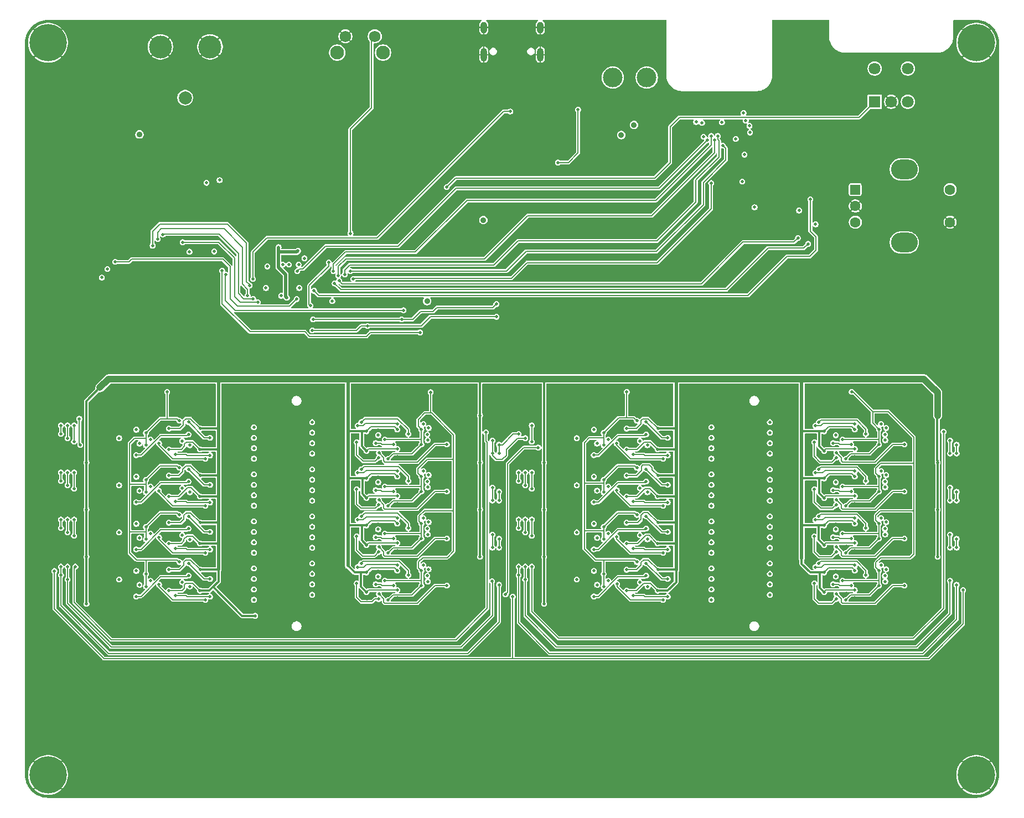
<source format=gbr>
%TF.GenerationSoftware,KiCad,Pcbnew,9.0.0*%
%TF.CreationDate,2025-04-03T12:25:32-04:00*%
%TF.ProjectId,ephys-test-board,65706879-732d-4746-9573-742d626f6172,C*%
%TF.SameCoordinates,Original*%
%TF.FileFunction,Copper,L3,Inr*%
%TF.FilePolarity,Positive*%
%FSLAX46Y46*%
G04 Gerber Fmt 4.6, Leading zero omitted, Abs format (unit mm)*
G04 Created by KiCad (PCBNEW 9.0.0) date 2025-04-03 12:25:32*
%MOMM*%
%LPD*%
G01*
G04 APERTURE LIST*
G04 Aperture macros list*
%AMRoundRect*
0 Rectangle with rounded corners*
0 $1 Rounding radius*
0 $2 $3 $4 $5 $6 $7 $8 $9 X,Y pos of 4 corners*
0 Add a 4 corners polygon primitive as box body*
4,1,4,$2,$3,$4,$5,$6,$7,$8,$9,$2,$3,0*
0 Add four circle primitives for the rounded corners*
1,1,$1+$1,$2,$3*
1,1,$1+$1,$4,$5*
1,1,$1+$1,$6,$7*
1,1,$1+$1,$8,$9*
0 Add four rect primitives between the rounded corners*
20,1,$1+$1,$2,$3,$4,$5,0*
20,1,$1+$1,$4,$5,$6,$7,0*
20,1,$1+$1,$6,$7,$8,$9,0*
20,1,$1+$1,$8,$9,$2,$3,0*%
G04 Aperture macros list end*
%TA.AperFunction,ComponentPad*%
%ADD10C,3.000000*%
%TD*%
%TA.AperFunction,ComponentPad*%
%ADD11C,2.100000*%
%TD*%
%TA.AperFunction,ComponentPad*%
%ADD12C,1.750000*%
%TD*%
%TA.AperFunction,ComponentPad*%
%ADD13RoundRect,0.250000X-0.550000X-0.550000X0.550000X-0.550000X0.550000X0.550000X-0.550000X0.550000X0*%
%TD*%
%TA.AperFunction,ComponentPad*%
%ADD14C,1.600000*%
%TD*%
%TA.AperFunction,ComponentPad*%
%ADD15O,4.100000X3.000000*%
%TD*%
%TA.AperFunction,ComponentPad*%
%ADD16C,5.700000*%
%TD*%
%TA.AperFunction,ComponentPad*%
%ADD17R,1.800000X1.800000*%
%TD*%
%TA.AperFunction,ComponentPad*%
%ADD18C,1.800000*%
%TD*%
%TA.AperFunction,ComponentPad*%
%ADD19C,2.000000*%
%TD*%
%TA.AperFunction,ComponentPad*%
%ADD20C,3.500000*%
%TD*%
%TA.AperFunction,HeatsinkPad*%
%ADD21O,1.000000X2.100000*%
%TD*%
%TA.AperFunction,HeatsinkPad*%
%ADD22O,1.000000X1.800000*%
%TD*%
%TA.AperFunction,ViaPad*%
%ADD23C,0.500000*%
%TD*%
%TA.AperFunction,ViaPad*%
%ADD24C,0.900000*%
%TD*%
%TA.AperFunction,Conductor*%
%ADD25C,0.200000*%
%TD*%
%TA.AperFunction,Conductor*%
%ADD26C,0.300000*%
%TD*%
%TA.AperFunction,Conductor*%
%ADD27C,0.500000*%
%TD*%
%TA.AperFunction,Conductor*%
%ADD28C,1.000000*%
%TD*%
%TA.AperFunction,Conductor*%
%ADD29C,0.150000*%
%TD*%
G04 APERTURE END LIST*
D10*
%TO.N,Net-(J7-Pin_2)*%
%TO.C,TP16*%
X215400000Y-64300000D03*
%TD*%
%TO.N,+BATT*%
%TO.C,TP8*%
X220600000Y-64300000D03*
%TD*%
D11*
%TO.N,*%
%TO.C,SW4*%
X173250000Y-60490000D03*
X180260000Y-60490000D03*
D12*
%TO.N,GND*%
X174500000Y-58000000D03*
%TO.N,Net-(U2-RUN)*%
X179000000Y-58000000D03*
%TD*%
D13*
%TO.N,Net-(R279-Pad2)*%
%TO.C,SW2*%
X252500000Y-81450000D03*
D14*
%TO.N,Net-(R280-Pad2)*%
X252500000Y-86450000D03*
%TO.N,GND*%
X252500000Y-83950000D03*
%TO.N,Net-(R269-Pad2)*%
X267000000Y-81450000D03*
%TO.N,GND*%
X267000000Y-86450000D03*
D15*
%TO.N,N/C*%
X260000000Y-78350000D03*
X260000000Y-89550000D03*
%TD*%
D16*
%TO.N,GND*%
%TO.C,H1*%
X129000000Y-171000000D03*
%TD*%
D17*
%TO.N,/USB/Pow_{En}*%
%TO.C,SW1*%
X255460000Y-68000000D03*
D18*
%TO.N,GND*%
X258000000Y-68000000D03*
%TO.N,unconnected-(SW1-C-Pad3)*%
X260540000Y-68000000D03*
%TO.N,N/C*%
X255460000Y-62920000D03*
X260540000Y-62920000D03*
%TD*%
D16*
%TO.N,GND*%
%TO.C,H2*%
X129000000Y-59000000D03*
%TD*%
D19*
%TO.N,Net-(J5-In)*%
%TO.C,J5*%
X150000000Y-67400000D03*
D20*
%TO.N,GND*%
X153800000Y-59600000D03*
X146200000Y-59600000D03*
%TD*%
D16*
%TO.N,GND*%
%TO.C,H3*%
X271000000Y-59000000D03*
%TD*%
D21*
%TO.N,GND*%
%TO.C,J6*%
X204320000Y-60815000D03*
D22*
X204320000Y-56635000D03*
D21*
X195680000Y-60815000D03*
D22*
X195680000Y-56635000D03*
%TD*%
D16*
%TO.N,GND*%
%TO.C,H4*%
X271000000Y-171000000D03*
%TD*%
D23*
%TO.N,VCC*%
X217500000Y-142800000D03*
X182425000Y-142725000D03*
X195100000Y-116000000D03*
X232100000Y-71150000D03*
X138100000Y-93600000D03*
X153250000Y-80400000D03*
X247725000Y-143025000D03*
X182425000Y-139725000D03*
X217500000Y-132400000D03*
X154450000Y-90900000D03*
X152263500Y-142800000D03*
X177725000Y-140025000D03*
X147500000Y-128400000D03*
X265100000Y-137600000D03*
X162350000Y-96500000D03*
X147500000Y-125200000D03*
X182425000Y-128325000D03*
X195100000Y-137600000D03*
X217500000Y-135600000D03*
X247725000Y-135825000D03*
X252425000Y-139725000D03*
X252425000Y-125325000D03*
D24*
X143000000Y-73000000D03*
D23*
X247725000Y-125625000D03*
X134900000Y-137600000D03*
X167350000Y-92900000D03*
X177725000Y-132825000D03*
X222263500Y-135600000D03*
D24*
X154450000Y-110500000D03*
D23*
X164700000Y-97693140D03*
X222300000Y-118000000D03*
D24*
X195600000Y-86100000D03*
D23*
X167450000Y-96500000D03*
X182425000Y-121125000D03*
X195100000Y-123200000D03*
X182425000Y-135525000D03*
X247725000Y-132825000D03*
X204900000Y-130400000D03*
X147500000Y-135600000D03*
X147500000Y-121200000D03*
X217500000Y-128400000D03*
X152263500Y-135600000D03*
X222263500Y-121200000D03*
X252425000Y-132525000D03*
X247725000Y-121425000D03*
X265100000Y-116000000D03*
X252425000Y-135525000D03*
X155250000Y-80000000D03*
X177725000Y-125625000D03*
X217500000Y-139600000D03*
X162550000Y-93200000D03*
X182425000Y-132525000D03*
X217500000Y-125200000D03*
X265100000Y-123200000D03*
X204900000Y-144800000D03*
X177725000Y-143025000D03*
X217500000Y-121200000D03*
X152263500Y-128400000D03*
X252425000Y-128325000D03*
X152300000Y-132400000D03*
X222263500Y-128400000D03*
X164950000Y-92900000D03*
X182425000Y-118125000D03*
X147500000Y-118000000D03*
X235200000Y-80200000D03*
X177725000Y-135825000D03*
X152300000Y-118000000D03*
X168250000Y-91960000D03*
X247725000Y-140025000D03*
D24*
X187000000Y-98500000D03*
D23*
X222300000Y-139600000D03*
X150650000Y-90950000D03*
X252425000Y-121125000D03*
X134900000Y-123200000D03*
X222300000Y-132400000D03*
X160700000Y-146650000D03*
X265100000Y-130400000D03*
X152300000Y-125200000D03*
X252425000Y-118125000D03*
X152263500Y-121200000D03*
X147500000Y-142800000D03*
X247725000Y-128625000D03*
X195100000Y-130400000D03*
X134900000Y-144800000D03*
X177725000Y-121425000D03*
X204900000Y-137600000D03*
X134900000Y-130400000D03*
X252425000Y-142725000D03*
X222300000Y-125200000D03*
X152300000Y-139600000D03*
X165850000Y-92900000D03*
X172500000Y-98500000D03*
X177725000Y-118425000D03*
X147500000Y-139600000D03*
X217500000Y-118000000D03*
X222263500Y-142800000D03*
X204900000Y-123200000D03*
X182425000Y-125325000D03*
X243900000Y-84650000D03*
X247725000Y-118425000D03*
X237100000Y-84150000D03*
X246420000Y-86753750D03*
X147500000Y-132400000D03*
X235550000Y-76100000D03*
X177725000Y-128625000D03*
%TO.N,GND*%
X190000000Y-128700000D03*
X254225000Y-117425000D03*
X147500000Y-117040000D03*
X213000000Y-117500000D03*
X215763500Y-121200000D03*
X137200000Y-120100000D03*
X193000000Y-140600000D03*
X147500000Y-138640000D03*
X220500000Y-128600000D03*
X190000000Y-143100000D03*
X235300000Y-128200000D03*
D24*
X151050000Y-107850000D03*
D23*
X153350000Y-85500000D03*
X179525000Y-139825000D03*
X208700000Y-145050000D03*
D24*
X242650000Y-96500000D03*
D23*
X247725000Y-141025000D03*
X197950000Y-90750000D03*
X158200000Y-124600000D03*
X181148274Y-121671370D03*
D24*
X211750000Y-87150000D03*
D23*
X251200000Y-128900000D03*
X260000000Y-135900000D03*
D24*
X143000000Y-170000000D03*
D23*
X176300000Y-130700000D03*
X213000000Y-131900000D03*
X160150000Y-87500000D03*
X225250000Y-66600000D03*
X182425000Y-133525000D03*
X228200000Y-140600000D03*
X211850000Y-82100000D03*
X228200000Y-136600000D03*
X228200000Y-124600000D03*
X230200000Y-130600000D03*
D24*
X144750000Y-107900000D03*
D23*
X262400000Y-131000000D03*
X204400000Y-75200000D03*
X138850000Y-145700000D03*
X163000000Y-95900000D03*
X150500000Y-128700000D03*
X171825000Y-140724922D03*
X145750000Y-139600000D03*
D24*
X164650000Y-80400000D03*
D23*
X213055796Y-130090940D03*
D24*
X136400000Y-74950000D03*
X126850000Y-105300000D03*
X151100000Y-94600000D03*
X161600000Y-160950000D03*
D23*
X228200000Y-133400000D03*
X137200000Y-117600000D03*
X207250000Y-119250000D03*
X205733819Y-73887089D03*
X233250000Y-69150000D03*
X208450000Y-122500000D03*
X133400000Y-105050000D03*
X137550000Y-106750000D03*
X145100000Y-91100000D03*
X241825000Y-131925000D03*
X168850000Y-87800000D03*
D24*
X236600000Y-106650000D03*
X268100000Y-89100000D03*
D23*
X136900000Y-133000000D03*
X215763500Y-128400000D03*
X193000000Y-133400000D03*
X222263500Y-141820000D03*
X247825000Y-144025000D03*
D24*
X138500000Y-89300000D03*
D23*
X217000000Y-91800000D03*
X152050000Y-101850000D03*
X221500000Y-137600000D03*
X132550000Y-138150000D03*
X131750000Y-108400000D03*
D24*
X145950000Y-82550000D03*
D23*
X158650000Y-96950000D03*
X222300000Y-124240000D03*
X135950000Y-100850000D03*
X149600000Y-102000000D03*
X222263500Y-120220000D03*
X210000000Y-125200000D03*
X145763500Y-142800000D03*
D24*
X201300000Y-99750000D03*
D23*
X220500000Y-139600000D03*
D24*
X196400000Y-76200000D03*
X158000000Y-73000000D03*
D23*
X171350000Y-114900000D03*
X228050000Y-114500000D03*
X260000000Y-128700000D03*
X136250000Y-103850000D03*
X177725000Y-119425000D03*
X132600000Y-130850000D03*
X140000000Y-132400000D03*
D24*
X249150000Y-160750000D03*
D23*
X202600000Y-123850000D03*
X152263500Y-127420000D03*
X207050000Y-114800000D03*
D24*
X240550000Y-67100000D03*
D23*
X132300000Y-102800000D03*
X147500000Y-120240000D03*
X151100000Y-114700000D03*
X248470000Y-81803750D03*
X210000000Y-132400000D03*
X256700000Y-128200000D03*
X213000000Y-139100000D03*
X156000000Y-130500000D03*
X158200000Y-127800000D03*
X150500000Y-132400000D03*
X140000000Y-125200000D03*
X184225000Y-124625000D03*
D24*
X251800000Y-64000000D03*
D23*
X219950000Y-80500000D03*
X263000000Y-141600000D03*
X251800000Y-74400000D03*
X174100000Y-137800000D03*
X228200000Y-122200000D03*
D24*
X249450000Y-85950000D03*
D23*
X150000000Y-99800000D03*
X152263500Y-120220000D03*
X213150000Y-137250000D03*
D24*
X155100000Y-69900000D03*
D23*
X252425000Y-122325000D03*
X241825000Y-124725000D03*
X192200000Y-77700000D03*
X146100000Y-99100000D03*
X176100000Y-137900000D03*
X241825000Y-122325000D03*
D24*
X163450000Y-61000000D03*
D23*
X263000000Y-127200000D03*
X228200000Y-117400000D03*
X157000000Y-102850000D03*
X241825000Y-139125000D03*
X224100000Y-70150000D03*
D24*
X239550000Y-72550000D03*
X237035000Y-81230000D03*
D23*
X191750364Y-138253080D03*
X171825000Y-129525000D03*
D24*
X144100000Y-86950000D03*
D23*
X138450000Y-137050000D03*
X143000000Y-117500000D03*
X146100000Y-90600000D03*
X182425000Y-136725000D03*
X193000000Y-120000000D03*
X140000000Y-139600000D03*
X177825000Y-122425000D03*
X184125000Y-135525000D03*
X171825000Y-133524922D03*
X150500000Y-118000000D03*
D24*
X133450000Y-97800000D03*
D23*
X186700000Y-128200000D03*
D24*
X193300000Y-88000000D03*
D23*
X145763500Y-128400000D03*
X206900000Y-133000000D03*
X190000000Y-121500000D03*
D24*
X182000000Y-169700000D03*
D23*
X241825000Y-143925000D03*
X151550000Y-137500000D03*
X156400000Y-84700000D03*
X220500000Y-125200000D03*
X152250000Y-85500000D03*
X143000000Y-131900000D03*
X192450000Y-130900000D03*
X222300000Y-131440000D03*
X136950000Y-115050000D03*
D24*
X268100000Y-94900000D03*
D23*
X228000000Y-66650000D03*
X159950000Y-123400000D03*
X241825000Y-119124922D03*
D24*
X152900000Y-75900000D03*
X138950000Y-83150000D03*
X220400000Y-86450000D03*
D23*
X218450000Y-90300000D03*
X208300000Y-76400000D03*
X247825000Y-136825000D03*
X164850000Y-87500000D03*
D24*
X177100000Y-61600000D03*
D23*
X190900000Y-83500000D03*
X230250000Y-137850000D03*
X239650000Y-137800000D03*
X143100000Y-130050000D03*
D24*
X208900000Y-69300000D03*
D23*
X164700000Y-142250000D03*
X202650000Y-130950000D03*
X262500000Y-138450000D03*
D24*
X238450000Y-76200000D03*
X191600000Y-71300000D03*
D23*
X215750000Y-139600000D03*
D24*
X252750000Y-96350000D03*
D23*
X217500000Y-138640000D03*
X184050000Y-81000000D03*
D24*
X243750000Y-82000000D03*
D23*
X171250000Y-92900000D03*
X251148274Y-121671370D03*
X152300000Y-131440000D03*
X232450000Y-81850000D03*
D24*
X126650000Y-138200000D03*
D23*
X241825000Y-142325000D03*
X182425000Y-119125000D03*
X199800000Y-92100000D03*
X163000000Y-94300000D03*
X171825000Y-143925000D03*
X192150000Y-128400000D03*
D24*
X230150000Y-89650000D03*
D23*
X186700000Y-142600000D03*
X186700000Y-135400000D03*
X139600000Y-95450000D03*
X251146485Y-136041660D03*
X130200000Y-106550000D03*
X226000000Y-137800000D03*
X203950000Y-142950000D03*
D24*
X128800000Y-83300000D03*
D23*
X144050000Y-146650000D03*
D24*
X272300000Y-134300000D03*
D23*
X166650000Y-97400000D03*
X182425000Y-129525000D03*
X228200000Y-120600000D03*
X228200000Y-129400000D03*
X156000000Y-123300000D03*
X158200000Y-135000000D03*
X181150000Y-88360000D03*
X252425000Y-140725000D03*
X163950000Y-104050000D03*
X226600000Y-73450000D03*
X150500000Y-139600000D03*
X147500000Y-124240000D03*
X241500000Y-88650000D03*
X236050000Y-67400000D03*
X171825000Y-131925000D03*
D24*
X224450000Y-93950000D03*
D23*
X241825000Y-120725000D03*
X171250000Y-92000000D03*
X215750000Y-125200000D03*
X158200000Y-131800000D03*
D24*
X234250000Y-86850000D03*
D23*
X247725000Y-133825000D03*
X246200000Y-137900000D03*
X133350000Y-111000000D03*
X222263500Y-134620000D03*
X182425000Y-126325000D03*
D24*
X205350000Y-94350000D03*
X270500000Y-158000000D03*
D23*
X197600000Y-88450000D03*
X245800000Y-75150000D03*
X167050000Y-95700000D03*
D24*
X268050000Y-107350000D03*
D23*
X145750000Y-132400000D03*
X145763500Y-135600000D03*
X215750000Y-118000000D03*
X152300000Y-117040000D03*
X214650000Y-114300000D03*
X164600000Y-130700000D03*
X139350000Y-108700000D03*
X210000000Y-118000000D03*
X208411138Y-137060879D03*
X158235442Y-114834582D03*
D24*
X206800000Y-69400000D03*
X130300000Y-152900000D03*
D23*
X169650000Y-137750000D03*
X167050000Y-94800000D03*
D24*
X206150000Y-87450000D03*
D23*
X177825000Y-136825000D03*
X198700000Y-124800000D03*
X190000000Y-135900000D03*
X215763500Y-135600000D03*
D24*
X138750000Y-61400000D03*
D23*
X239600000Y-130550000D03*
X263000000Y-120000000D03*
X182425000Y-143925000D03*
X184225000Y-131825000D03*
D24*
X201200000Y-66800000D03*
D23*
X247725000Y-119425000D03*
X142750000Y-123000000D03*
X193000000Y-134400000D03*
D24*
X174600000Y-67750000D03*
D23*
X169750000Y-130700000D03*
D24*
X243900000Y-57200000D03*
D23*
X140800000Y-113900000D03*
X206900000Y-140250000D03*
X158200000Y-119000000D03*
X206900000Y-80400000D03*
X252425000Y-143925000D03*
D24*
X172750000Y-84950000D03*
D23*
X208300000Y-75400000D03*
X228200000Y-131800000D03*
X202200000Y-151350000D03*
X260000000Y-121500000D03*
X152263500Y-141820000D03*
X171825000Y-117525000D03*
X155050000Y-78900000D03*
X249525000Y-132625000D03*
X204000000Y-128700000D03*
D24*
X147950000Y-78350000D03*
D23*
X176000000Y-123500000D03*
X260000000Y-143100000D03*
X143000000Y-139100000D03*
X143000000Y-124700000D03*
X156000000Y-137800000D03*
X179525000Y-118225000D03*
X140000000Y-100500000D03*
X174000000Y-130600000D03*
D24*
X143300000Y-93350000D03*
D23*
X213000000Y-124700000D03*
X162600000Y-147550000D03*
X220500000Y-118000000D03*
X184125000Y-121125000D03*
X247825000Y-129625000D03*
X252425000Y-136725000D03*
X191800000Y-114600000D03*
X256700000Y-121000000D03*
X221550000Y-130350000D03*
X184225000Y-117425000D03*
D24*
X173450000Y-107700000D03*
X168200000Y-74000000D03*
D23*
X147500000Y-131440000D03*
X177725000Y-126625000D03*
X228200000Y-119000000D03*
X182425000Y-122325000D03*
X171825000Y-119124922D03*
X247825000Y-122425000D03*
X256700000Y-142600000D03*
X215750000Y-132400000D03*
X241950000Y-114800000D03*
X136900000Y-125500000D03*
X254225000Y-131825000D03*
D24*
X225100000Y-170000000D03*
D23*
X179525000Y-125425000D03*
X211900000Y-147700000D03*
D24*
X247850000Y-80100000D03*
D23*
X246150000Y-130700000D03*
D24*
X271200000Y-66200000D03*
X255250000Y-106350000D03*
D23*
X263000000Y-140600000D03*
X215763500Y-142800000D03*
X254125000Y-121125000D03*
D24*
X204950000Y-162100000D03*
X224350000Y-106750000D03*
D23*
X217500000Y-141840000D03*
X177825000Y-129625000D03*
X152263500Y-134620000D03*
X158200000Y-140600000D03*
X160150000Y-130600000D03*
X249525000Y-118225000D03*
X208200000Y-130150000D03*
X147500000Y-141840000D03*
X184225000Y-139025000D03*
X217500000Y-120240000D03*
X158200000Y-126200000D03*
X241825000Y-135125000D03*
D24*
X218100000Y-65700000D03*
D23*
X254125000Y-135525000D03*
X155100000Y-146600000D03*
X158200000Y-136600000D03*
D24*
X177000000Y-81500000D03*
D23*
X172350000Y-147750000D03*
X181189499Y-136085944D03*
X188050000Y-86250000D03*
X229700000Y-68450000D03*
X143200000Y-137300000D03*
D24*
X258400000Y-73600000D03*
X214850000Y-94350000D03*
D23*
X152550000Y-103800000D03*
X233300000Y-66850000D03*
X261900000Y-116750000D03*
X138350000Y-129900000D03*
X180800000Y-114550000D03*
X150500000Y-121500000D03*
D24*
X208950000Y-107150000D03*
D23*
X239650000Y-123400000D03*
X222450000Y-114500000D03*
X220500000Y-132400000D03*
X150500000Y-135900000D03*
X158200000Y-122200000D03*
D24*
X212800000Y-76600000D03*
D23*
X210000000Y-139600000D03*
X242920000Y-86603750D03*
X160850000Y-89600000D03*
X193000000Y-126200000D03*
X149600000Y-146400000D03*
D24*
X215400000Y-101400000D03*
D23*
X205600000Y-82250000D03*
X138650000Y-97200000D03*
X149400000Y-92900000D03*
X207300000Y-91700000D03*
X172450000Y-96450000D03*
X184125000Y-142725000D03*
D24*
X184100000Y-74500000D03*
D23*
X228200000Y-143800000D03*
X222263500Y-127420000D03*
X141696359Y-88674265D03*
X202900000Y-74200000D03*
X186700000Y-121000000D03*
X226100000Y-130600000D03*
X252425000Y-119125000D03*
X206900000Y-125800000D03*
X193000000Y-127200000D03*
X158200000Y-139000000D03*
X256700000Y-135400000D03*
X226000000Y-123400000D03*
X220600000Y-143000000D03*
D24*
X147400000Y-94900000D03*
D23*
X217500000Y-124240000D03*
X220600000Y-135800000D03*
D24*
X249650000Y-91500000D03*
D23*
X252425000Y-126325000D03*
X150500000Y-125200000D03*
X179525000Y-132625000D03*
X171825000Y-139125000D03*
D24*
X219300000Y-75400000D03*
D23*
X134750000Y-107350000D03*
X192300000Y-82200000D03*
X247725000Y-126625000D03*
X171825000Y-126324922D03*
X259250000Y-112850000D03*
X219850000Y-82250000D03*
X228200000Y-127800000D03*
D24*
X198500000Y-107300000D03*
D23*
X251142388Y-143236649D03*
X193000000Y-119000000D03*
D24*
X143500000Y-78150000D03*
D23*
X228200000Y-126200000D03*
X228200000Y-142200000D03*
X241825000Y-117525000D03*
X171825000Y-122325000D03*
X170050000Y-87900000D03*
X254125000Y-142725000D03*
X158200000Y-120600000D03*
X233400000Y-68150000D03*
X222300000Y-138640000D03*
D24*
X262200000Y-171400000D03*
D23*
X158200000Y-133400000D03*
X217500000Y-117040000D03*
X203950000Y-122300000D03*
X263000000Y-133400000D03*
X158200000Y-143800000D03*
X241825000Y-129525000D03*
D24*
X216700000Y-76200000D03*
X164700000Y-108050000D03*
D23*
X235050000Y-118650000D03*
X166050000Y-102300000D03*
X132600000Y-123700000D03*
X241825000Y-140724922D03*
X217500000Y-131440000D03*
X171825000Y-127925000D03*
X140000000Y-118000000D03*
X262600000Y-128550000D03*
X165149635Y-102325734D03*
X147500000Y-134640000D03*
X191525060Y-146068366D03*
X193300000Y-82200000D03*
X199300000Y-115400000D03*
X143450000Y-105000000D03*
X139900000Y-93350000D03*
X146100000Y-97350000D03*
X252425000Y-133525000D03*
X193000000Y-141600000D03*
X158200000Y-129400000D03*
X228200000Y-139000000D03*
X248800000Y-114850000D03*
X220200000Y-147150000D03*
X263000000Y-126200000D03*
X171825000Y-135125000D03*
X202700000Y-138100000D03*
X181189499Y-143285944D03*
X241825000Y-136725000D03*
X158200000Y-142200000D03*
X220500000Y-121400000D03*
D24*
X271600000Y-117650000D03*
D23*
X254125000Y-128325000D03*
X162850000Y-101450000D03*
X205700000Y-75200000D03*
X171825000Y-142325000D03*
X217500000Y-127440000D03*
X180350000Y-85800000D03*
X224000000Y-66500000D03*
D24*
X226350000Y-82400000D03*
D23*
X198100000Y-150850000D03*
D24*
X212100000Y-59100000D03*
D23*
X198600000Y-132300000D03*
X171825000Y-120725000D03*
X160300000Y-137850000D03*
X171300000Y-87850000D03*
X225100000Y-76150000D03*
X187700000Y-137050000D03*
X171825000Y-136725000D03*
X234850000Y-142700000D03*
X152300000Y-124240000D03*
X228200000Y-135000000D03*
X185300000Y-85300000D03*
X133050000Y-114750000D03*
X141450000Y-103550000D03*
X180278070Y-147975983D03*
X241825000Y-126324922D03*
X249525000Y-139825000D03*
X198600000Y-139400000D03*
X144050000Y-102150000D03*
X135369582Y-111489142D03*
X138300000Y-122700000D03*
D24*
X265800000Y-70600000D03*
X185750000Y-107450000D03*
D23*
X203900000Y-136100000D03*
D24*
X126600000Y-120150000D03*
D23*
X177825000Y-144025000D03*
X177725000Y-141025000D03*
D24*
X197200000Y-78600000D03*
D23*
X206050000Y-90050000D03*
X257700000Y-122550000D03*
X152300000Y-138640000D03*
X262900000Y-114800000D03*
X171825000Y-124725000D03*
X252425000Y-129525000D03*
X150500000Y-142900000D03*
D24*
X190550000Y-90200000D03*
D23*
X263000000Y-134400000D03*
X241825000Y-127925000D03*
X245400000Y-88550000D03*
X241825000Y-133524922D03*
X165750000Y-87500000D03*
X158850000Y-106150000D03*
X227850000Y-147000000D03*
X225550000Y-71700000D03*
D24*
X211900000Y-68700000D03*
D23*
X254225000Y-124625000D03*
X262450000Y-122150000D03*
X222300000Y-117040000D03*
X233450000Y-74000000D03*
X248200000Y-66600000D03*
X158200000Y-117400000D03*
X169700000Y-123350000D03*
X163950000Y-98200000D03*
X181163529Y-128860870D03*
D24*
X197000000Y-73100000D03*
D23*
X177725000Y-133825000D03*
X145750000Y-125200000D03*
D24*
X188200000Y-59850000D03*
D23*
X174550000Y-95250000D03*
X145763500Y-121200000D03*
X254225000Y-139025000D03*
X217500000Y-134640000D03*
X184650000Y-89750000D03*
X145750000Y-118000000D03*
X249525000Y-125425000D03*
X263000000Y-119000000D03*
X149100000Y-88800000D03*
X164500000Y-117750000D03*
D24*
X270200000Y-76300000D03*
D23*
X184125000Y-128325000D03*
X147500000Y-127440000D03*
X182425000Y-140725000D03*
X246250000Y-123500000D03*
X136900000Y-140400000D03*
X141500000Y-90000000D03*
%TO.N,Net-(U2-VREG_VOUT)*%
X167250000Y-90800000D03*
X164290000Y-90260000D03*
X165550000Y-98000000D03*
%TO.N,Net-(R13-Pad1)*%
X153800000Y-119400000D03*
X150500000Y-117000000D03*
%TO.N,Net-(R20-Pad1)*%
X153800000Y-122100000D03*
X148500000Y-121950000D03*
%TO.N,/USB/Pow_{En}*%
X190000000Y-81050000D03*
%TO.N,Net-(R21-Pad1)*%
X153063500Y-122600000D03*
X146000000Y-120250000D03*
%TO.N,/Headstage IO/B6.E_{6}*%
X169425000Y-136225000D03*
%TO.N,/Headstage IO/B0.E_{7}*%
X160500000Y-122600000D03*
%TO.N,/Headstage IO/B4.E_{6}*%
X169425000Y-121825000D03*
%TO.N,/Headstage IO/B0.E_{1}*%
X160500000Y-117800000D03*
%TO.N,/Headstage IO/B4.E_{0}*%
X169425000Y-117025000D03*
%TO.N,/Headstage IO/B3.E_{1}*%
X160500000Y-139400000D03*
%TO.N,/Headstage IO/B5.E_{4}*%
X169425000Y-127425000D03*
%TO.N,/Headstage IO/B7.E_{2}*%
X169425000Y-140225000D03*
%TO.N,/Headstage IO/B4.E_{2}*%
X169425000Y-118625000D03*
%TO.N,/Headstage IO/B3.E_{5}*%
X160500000Y-142600000D03*
%TO.N,/Headstage IO/B2.E_{3}*%
X160500000Y-133800000D03*
%TO.N,/Headstage IO/B6.E_{4}*%
X169425000Y-134625000D03*
%TO.N,/Headstage IO/B2.E_{7}*%
X160500000Y-137000000D03*
%TO.N,/Headstage IO/B1.E_{5}*%
X160500000Y-128200000D03*
%TO.N,/Headstage IO/B5.E_{6}*%
X169425000Y-129025000D03*
%TO.N,/Headstage IO/B6.E_{2}*%
X169425000Y-133025000D03*
%TO.N,/Headstage IO/B3.E_{3}*%
X160500000Y-141000000D03*
%TO.N,/Headstage IO/B0.E_{3}*%
X160500000Y-119400000D03*
%TO.N,/Headstage IO/B1.E_{7}*%
X160500000Y-129800000D03*
%TO.N,/Headstage IO/B5.E_{2}*%
X169425000Y-125825000D03*
%TO.N,/Headstage IO/B2.E_{5}*%
X160500000Y-135400000D03*
%TO.N,/Headstage IO/B1.E_{3}*%
X160500000Y-126600000D03*
%TO.N,/Headstage IO/B5.E_{0}*%
X169425000Y-124225000D03*
%TO.N,/Headstage IO/B4.E_{4}*%
X169425000Y-120225000D03*
%TO.N,/Headstage IO/B7.E_{4}*%
X169425000Y-141825000D03*
%TO.N,/Headstage IO/B3.E_{7}*%
X160500000Y-144200000D03*
%TO.N,/Headstage IO/B1.E_{1}*%
X160500000Y-125000000D03*
%TO.N,/Headstage IO/B0.E_{5}*%
X160500000Y-121000000D03*
%TO.N,/Headstage IO/B6.E_{0}*%
X169425000Y-131425000D03*
%TO.N,/Headstage IO/B7.E_{6}*%
X169425000Y-143425000D03*
%TO.N,/Headstage IO/B7.E_{0}*%
X169425000Y-138625000D03*
%TO.N,/Headstage IO/B2.E_{1}*%
X160500000Y-132200000D03*
%TO.N,/Headstage IO/B11.E_{7}*%
X230500000Y-144200000D03*
%TO.N,/Headstage IO/B15.E_{0}*%
X239425000Y-138625000D03*
%TO.N,/Headstage IO/B12.E_{0}*%
X239425000Y-117025000D03*
%TO.N,/Headstage IO/B15.E_{6}*%
X239425000Y-143425000D03*
%TO.N,/Headstage IO/B9.E_{1}*%
X230500000Y-125000000D03*
%TO.N,/Headstage IO/B9.E_{3}*%
X230500000Y-126600000D03*
%TO.N,/Headstage IO/B13.E_{2}*%
X239425000Y-125825000D03*
%TO.N,/Headstage IO/B13.E_{0}*%
X239425000Y-124225000D03*
%TO.N,/Headstage IO/B14.E_{6}*%
X239425000Y-136225000D03*
%TO.N,/Headstage IO/B15.E_{4}*%
X239425000Y-141825000D03*
%TO.N,/Headstage IO/B14.E_{4}*%
X239425000Y-134625000D03*
%TO.N,/Headstage IO/B12.E_{2}*%
X239425000Y-118625000D03*
%TO.N,/Headstage IO/B10.E_{5}*%
X230500000Y-135400000D03*
%TO.N,/Headstage IO/B13.E_{6}*%
X239425000Y-129025000D03*
%TO.N,/Headstage IO/B10.E_{7}*%
X230500000Y-137000000D03*
%TO.N,/Headstage IO/B10.E_{1}*%
X230500000Y-132200000D03*
%TO.N,/Headstage IO/B11.E_{5}*%
X230500000Y-142600000D03*
%TO.N,/Headstage IO/B9.E_{5}*%
X230500000Y-128200000D03*
%TO.N,/Headstage IO/B8.E_{7}*%
X230500000Y-122600000D03*
%TO.N,/Headstage IO/B9.E_{7}*%
X230500000Y-129800000D03*
%TO.N,/Headstage IO/B8.E_{5}*%
X230500000Y-121000000D03*
%TO.N,/Headstage IO/B11.E_{3}*%
X230500000Y-141000000D03*
%TO.N,/Headstage IO/B8.E_{1}*%
X230500000Y-117800000D03*
%TO.N,/Headstage IO/B10.E_{3}*%
X230500000Y-133800000D03*
%TO.N,/Headstage IO/B15.E_{2}*%
X239425000Y-140225000D03*
%TO.N,/Headstage IO/B8.E_{3}*%
X230500000Y-119400000D03*
%TO.N,/Headstage IO/B14.E_{2}*%
X239425000Y-133025000D03*
%TO.N,/Headstage IO/B14.E_{0}*%
X239425000Y-131425000D03*
%TO.N,/Headstage IO/B12.E_{4}*%
X239425000Y-120225000D03*
%TO.N,/Headstage IO/B13.E_{4}*%
X239425000Y-127425000D03*
%TO.N,/Headstage IO/B12.E_{6}*%
X239425000Y-121825000D03*
%TO.N,/Headstage IO/B11.E_{1}*%
X230500000Y-139400000D03*
%TO.N,/MCU/RP2040_{TX}*%
X185900000Y-103300000D03*
X155650000Y-93850000D03*
%TO.N,/MCU/Encoder_{A}*%
X169700256Y-96925932D03*
X245620000Y-82953750D03*
%TO.N,Net-(J4-Pin_14)*%
X235750000Y-70900000D03*
%TO.N,/MCU/RP2040_{RX}*%
X183400000Y-99900000D03*
X156185826Y-94461281D03*
%TO.N,/MCU/Encoder_{B}*%
X245270000Y-89753750D03*
X172850000Y-95800000D03*
%TO.N,Net-(R29-Pad1)*%
X153800000Y-126600000D03*
X150500000Y-124200000D03*
%TO.N,Net-(U2-RUN)*%
X171970000Y-92610000D03*
X175300000Y-88150000D03*
X169150000Y-99200000D03*
%TO.N,Net-(R36-Pad1)*%
X153800000Y-129300000D03*
X148500000Y-129150000D03*
%TO.N,/MCU/SCK*%
X160400000Y-98150000D03*
X146600000Y-88300001D03*
%TO.N,/MCU/SR_{SER}*%
X133950000Y-120500000D03*
X133800000Y-116500000D03*
%TO.N,Net-(R37-Pad1)*%
X145950000Y-127500000D03*
X153063500Y-129800000D03*
%TO.N,SR_{~{SRCLR}}*%
X130000000Y-139800000D03*
X269000000Y-142700000D03*
X200100000Y-143700000D03*
%TO.N,SR_{SRCLK}*%
X268000000Y-127675000D03*
X198000000Y-141900000D03*
X131000000Y-139125000D03*
X131000000Y-117525000D03*
X131000000Y-131925000D03*
X268000000Y-129000000D03*
X198000000Y-127675000D03*
X201000000Y-131925000D03*
X131000000Y-118825000D03*
X201000000Y-139125000D03*
X198000000Y-120475000D03*
X201000000Y-118825000D03*
X268000000Y-121800000D03*
X131000000Y-124725000D03*
X131000000Y-133225000D03*
X267995000Y-141905000D03*
X198000000Y-129000000D03*
X201000000Y-124725000D03*
X198000000Y-134875000D03*
X268000000Y-120475000D03*
X268000000Y-134875000D03*
X201000000Y-140425000D03*
X268000000Y-136200000D03*
X198000000Y-121800000D03*
X131000000Y-140425000D03*
X201000000Y-133225000D03*
X131000000Y-126025000D03*
X201000000Y-126025000D03*
X198000000Y-136200000D03*
%TO.N,/MCU/TEST_{SEL}*%
X139300000Y-92500000D03*
X167055340Y-98193422D03*
%TO.N,/MCU/~{LDAC}*%
X149600000Y-89500000D03*
X161100000Y-98700000D03*
%TO.N,/MCU/SDI*%
X145000000Y-90000000D03*
X159850000Y-96100000D03*
%TO.N,Net-(R45-Pad1)*%
X153800000Y-133800000D03*
X150500000Y-131400000D03*
%TO.N,SR_{RCLK}*%
X202000000Y-124725000D03*
X197000000Y-121800000D03*
X132000000Y-117525000D03*
X267000000Y-136200000D03*
X202000000Y-119475000D03*
X197000000Y-136200000D03*
X132000000Y-139125000D03*
X267000000Y-127025000D03*
X197000000Y-129000000D03*
X132000000Y-124725000D03*
X202000000Y-133875000D03*
X267000000Y-141300000D03*
X197000000Y-119825000D03*
X267000000Y-119825000D03*
X132000000Y-119475000D03*
X132000000Y-126675000D03*
X132000000Y-133875000D03*
X197000000Y-127025000D03*
X132000000Y-131925000D03*
X267000000Y-134225000D03*
X267000000Y-121800000D03*
X196950000Y-141350000D03*
X267000000Y-129000000D03*
X202000000Y-131925000D03*
X202000000Y-126675000D03*
X197000000Y-134225000D03*
X202000000Y-139125000D03*
X132000000Y-141075000D03*
X202000000Y-141075000D03*
%TO.N,TESTSIG*%
X256125000Y-132525000D03*
X214000000Y-127750000D03*
X187550000Y-112450000D03*
X250525000Y-141275000D03*
X149100000Y-116800000D03*
X144000000Y-120550000D03*
X149100000Y-131200000D03*
X250525000Y-119675000D03*
X186125000Y-120425000D03*
X214000000Y-118650000D03*
X250525000Y-126875000D03*
X149550000Y-134300000D03*
X256125000Y-120425000D03*
X219100000Y-131200000D03*
X219100000Y-138400000D03*
X219550000Y-119900000D03*
X144000000Y-140250000D03*
X256125000Y-134825000D03*
X149550000Y-119900000D03*
X180525000Y-119675000D03*
X186125000Y-125325000D03*
X214000000Y-120550000D03*
X219100000Y-116800000D03*
X181025000Y-129850000D03*
X214000000Y-133050000D03*
X217550000Y-112400000D03*
X180525000Y-141275000D03*
X186125000Y-127625000D03*
X144000000Y-118650000D03*
X256125000Y-125325000D03*
X181025000Y-137050000D03*
X214000000Y-134950000D03*
X251950000Y-112400000D03*
X251025000Y-137050000D03*
X186125000Y-132525000D03*
X149100000Y-138400000D03*
X256125000Y-139725000D03*
X149550000Y-141500000D03*
X144000000Y-127750000D03*
X214000000Y-140250000D03*
X214000000Y-142150000D03*
X250525000Y-134075000D03*
X214000000Y-125850000D03*
X256125000Y-127625000D03*
X149100000Y-124000000D03*
X144000000Y-133050000D03*
X219550000Y-127100000D03*
X186125000Y-139725000D03*
X186125000Y-142025000D03*
X147250000Y-112400000D03*
X251025000Y-144250000D03*
X186125000Y-118125000D03*
X251025000Y-129850000D03*
X180525000Y-126875000D03*
X186125000Y-134825000D03*
X144000000Y-142150000D03*
X149550000Y-127100000D03*
X256125000Y-118125000D03*
X251025000Y-122650000D03*
X181025000Y-122650000D03*
X144000000Y-134950000D03*
X256125000Y-142025000D03*
X137250000Y-94900000D03*
X219100000Y-124000000D03*
X144000000Y-125850000D03*
X180525000Y-134075000D03*
X219550000Y-134300000D03*
X181025000Y-144250000D03*
X219550000Y-141500000D03*
%TO.N,/Signal Routing 3/SR_{OUT}*%
X133200000Y-139125000D03*
X196000000Y-118600000D03*
%TO.N,/Signal Routing 4/S_{0}*%
X186425000Y-117325000D03*
%TO.N,/Signal Routing 4/S_{6}*%
X179625000Y-121725000D03*
X190025000Y-120425000D03*
%TO.N,/Signal Routing 4/S_{3}*%
X179525000Y-119025000D03*
X187025000Y-118925000D03*
%TO.N,/Signal Routing 4/S_{4}*%
X187089124Y-119789124D03*
%TO.N,/Signal Routing 4/S_{2}*%
X187225000Y-117925000D03*
%TO.N,Net-(R52-Pad1)*%
X153800000Y-136500000D03*
X148500000Y-136350000D03*
%TO.N,Net-(R53-Pad1)*%
X146000000Y-134650000D03*
X153063500Y-137000000D03*
%TO.N,Net-(R61-Pad1)*%
X150500000Y-138600000D03*
X153800000Y-141000000D03*
%TO.N,Net-(R68-Pad1)*%
X153800000Y-143700000D03*
X148500000Y-143550000D03*
%TO.N,Net-(R69-Pad1)*%
X153063500Y-144200000D03*
X146001575Y-141883754D03*
%TO.N,Net-(R74-Pad1)*%
X184125000Y-118825000D03*
X176925000Y-117025000D03*
%TO.N,Net-(R75-Pad1)*%
X182425000Y-117325000D03*
X176384090Y-117584090D03*
%TO.N,Net-(R82-Pad1)*%
X179575000Y-122475000D03*
X176236599Y-120118420D03*
%TO.N,Net-(R83-Pad1)*%
X181875000Y-120425000D03*
X179125000Y-120225000D03*
%TO.N,Net-(R90-Pad1)*%
X176925000Y-124225000D03*
X184125000Y-126025000D03*
%TO.N,Net-(R91-Pad1)*%
X182425000Y-124525000D03*
X176384090Y-124784090D03*
%TO.N,Net-(R98-Pad1)*%
X179575000Y-129675000D03*
X176236599Y-127318420D03*
%TO.N,Net-(R99-Pad1)*%
X179125000Y-127425000D03*
X181875000Y-127625000D03*
%TO.N,Net-(R106-Pad1)*%
X176925000Y-131425000D03*
X184125000Y-133225000D03*
%TO.N,Net-(R107-Pad1)*%
X182425000Y-131725000D03*
X176384090Y-131984090D03*
%TO.N,Net-(R114-Pad1)*%
X176236599Y-134518420D03*
X179575000Y-136875000D03*
%TO.N,Net-(R115-Pad1)*%
X179125000Y-134625000D03*
X181875000Y-134825000D03*
%TO.N,Net-(R122-Pad1)*%
X176925000Y-138625000D03*
X184125000Y-140425000D03*
%TO.N,Net-(R123-Pad1)*%
X182425000Y-138925000D03*
X176384090Y-139184090D03*
%TO.N,Net-(R130-Pad1)*%
X179575000Y-144075000D03*
X176236599Y-141718420D03*
%TO.N,Net-(R131-Pad1)*%
X181875000Y-142025000D03*
X179125000Y-141825000D03*
%TO.N,Net-(R141-Pad1)*%
X223800000Y-119400000D03*
X220500000Y-117000000D03*
%TO.N,Net-(R148-Pad1)*%
X223800000Y-122100000D03*
X218500000Y-121950000D03*
%TO.N,Net-(R149-Pad1)*%
X215996778Y-120299061D03*
X223063500Y-122600000D03*
%TO.N,Net-(R157-Pad1)*%
X223800000Y-126600000D03*
X220500000Y-124200000D03*
%TO.N,Net-(R164-Pad1)*%
X218500000Y-129150000D03*
X223800000Y-129300000D03*
%TO.N,Net-(R165-Pad1)*%
X223063500Y-129800000D03*
X216020312Y-127437639D03*
%TO.N,Net-(R173-Pad1)*%
X220500000Y-131400000D03*
X223800000Y-133800000D03*
%TO.N,Net-(R180-Pad1)*%
X218500000Y-136350000D03*
X223800000Y-136500000D03*
%TO.N,Net-(R181-Pad1)*%
X216000000Y-134600000D03*
X223063500Y-137000000D03*
%TO.N,Net-(R189-Pad1)*%
X223800000Y-141000000D03*
X220500000Y-138600000D03*
%TO.N,Net-(R196-Pad1)*%
X218500000Y-143550000D03*
X223800000Y-143700000D03*
%TO.N,Net-(R197-Pad1)*%
X223063500Y-144200000D03*
X216057405Y-141775000D03*
%TO.N,Net-(R202-Pad1)*%
X246925000Y-117025000D03*
X254125000Y-118825000D03*
%TO.N,Net-(R203-Pad1)*%
X246384090Y-117584090D03*
X252425000Y-117325000D03*
%TO.N,Net-(R210-Pad1)*%
X246236599Y-120118420D03*
X249575000Y-122475000D03*
%TO.N,Net-(R211-Pad1)*%
X249125000Y-120225000D03*
X251875000Y-120425000D03*
%TO.N,Net-(R218-Pad1)*%
X254125000Y-126025000D03*
X246925000Y-124225000D03*
%TO.N,Net-(R219-Pad1)*%
X252425000Y-124525000D03*
X246384090Y-124784090D03*
%TO.N,Net-(R226-Pad1)*%
X246236599Y-127318420D03*
X249575000Y-129675000D03*
%TO.N,Net-(R227-Pad1)*%
X249125000Y-127425000D03*
X251875000Y-127625000D03*
%TO.N,Net-(R234-Pad1)*%
X246925000Y-131425000D03*
X254125000Y-133225000D03*
%TO.N,Net-(R235-Pad1)*%
X246384090Y-131984090D03*
X252425000Y-131725000D03*
%TO.N,Net-(R242-Pad1)*%
X249575000Y-136875000D03*
X246236599Y-134518420D03*
%TO.N,Net-(R243-Pad1)*%
X251875000Y-134825000D03*
X249125000Y-134625000D03*
%TO.N,Net-(R250-Pad1)*%
X246925000Y-138625000D03*
X254125000Y-140425000D03*
%TO.N,Net-(R251-Pad1)*%
X246384090Y-139184090D03*
X252425000Y-138925000D03*
%TO.N,Net-(R258-Pad1)*%
X249575000Y-144075000D03*
X246236599Y-141718420D03*
%TO.N,Net-(R259-Pad1)*%
X249125000Y-141825000D03*
X251875000Y-142025000D03*
%TO.N,/MCU/MOSI*%
X229850000Y-73900000D03*
X167130000Y-93910000D03*
%TO.N,Net-(J4-Pin_15)*%
X236400000Y-72700000D03*
%TO.N,Net-(J4-Pin_2)*%
X228150000Y-71100000D03*
%TO.N,/MCU/SCLK*%
X230450000Y-73250000D03*
X172680623Y-93904983D03*
%TO.N,/Signal Routing 0/S_{1}*%
X142500000Y-122075000D03*
X150500000Y-118900000D03*
%TO.N,/Signal Routing 0/S_{3}*%
X143000000Y-120300000D03*
%TO.N,/Signal Routing 0/S_{7}*%
X142525000Y-118175000D03*
%TO.N,/Signal Routing 0/S_{5}*%
X139900000Y-119475000D03*
%TO.N,/Signal Routing 0/S_{4}*%
X150700000Y-120550000D03*
X144700000Y-119700000D03*
%TO.N,/Signal Routing 0/SR_{OUT}*%
X133000000Y-117525000D03*
X133000000Y-120000000D03*
%TO.N,/Signal Routing 1/S_{1}*%
X142500000Y-129275000D03*
X150500000Y-126100000D03*
%TO.N,/Signal Routing 1/S_{3}*%
X143000000Y-127500000D03*
%TO.N,/Signal Routing 1/S_{7}*%
X142525000Y-125375000D03*
%TO.N,/Signal Routing 1/S_{5}*%
X139900000Y-126675000D03*
%TO.N,/Signal Routing 1/S_{4}*%
X144700000Y-126900000D03*
X150700000Y-127750000D03*
%TO.N,/Signal Routing 1/SR_{OUT}*%
X133000000Y-127200000D03*
X133000000Y-124725000D03*
%TO.N,/Signal Routing 2/S_{1}*%
X142500000Y-136475000D03*
X150500000Y-133300000D03*
%TO.N,/Signal Routing 2/S_{3}*%
X143000000Y-134700000D03*
%TO.N,/Signal Routing 2/S_{7}*%
X142525000Y-132575000D03*
%TO.N,/Signal Routing 2/S_{5}*%
X139900000Y-133875000D03*
%TO.N,/Signal Routing 2/S_{4}*%
X144700000Y-134100000D03*
X150725001Y-134952213D03*
%TO.N,/Signal Routing 2/SR_{OUT}*%
X133000000Y-131925000D03*
X133000000Y-134400000D03*
%TO.N,/Signal Routing 3/S_{1}*%
X142500000Y-143675000D03*
X150500000Y-140500000D03*
%TO.N,/Signal Routing 3/S_{3}*%
X143000000Y-141900000D03*
%TO.N,/Signal Routing 3/S_{7}*%
X142525000Y-139775000D03*
%TO.N,/Signal Routing 3/S_{5}*%
X139900000Y-141075000D03*
%TO.N,/Signal Routing 3/S_{4}*%
X150700000Y-142150000D03*
X144700000Y-141300000D03*
%TO.N,/Signal Routing 5/S_{0}*%
X186425000Y-124525000D03*
%TO.N,/Signal Routing 5/S_{2}*%
X187225000Y-125125000D03*
%TO.N,/Signal Routing 5/S_{3}*%
X179525000Y-126225000D03*
X187025000Y-126125000D03*
%TO.N,/Signal Routing 5/S_{6}*%
X179625000Y-128925000D03*
X190025000Y-127625000D03*
%TO.N,/Signal Routing 5/S_{4}*%
X187089124Y-126989124D03*
%TO.N,/Signal Routing 6/S_{0}*%
X186425000Y-131725000D03*
%TO.N,/Signal Routing 6/S_{2}*%
X187225000Y-132325000D03*
%TO.N,/Signal Routing 6/S_{3}*%
X187025000Y-133325000D03*
X179525000Y-133425000D03*
%TO.N,/Signal Routing 6/S_{6}*%
X179625000Y-136125000D03*
X190025000Y-134825000D03*
%TO.N,/Signal Routing 6/S_{4}*%
X187089124Y-134189124D03*
%TO.N,/Signal Routing 7/S_{0}*%
X186425000Y-138925000D03*
%TO.N,/Signal Routing 7/S_{2}*%
X187225000Y-139525000D03*
%TO.N,/Signal Routing 7/S_{3}*%
X179525000Y-140625000D03*
X187025000Y-140525000D03*
%TO.N,/Signal Routing 7/S_{6}*%
X179625000Y-143325000D03*
X190025000Y-142025000D03*
%TO.N,/Signal Routing 7/S_{4}*%
X187089124Y-141389124D03*
%TO.N,/Signal Routing 7/SR_{OUT}*%
X204000000Y-120900000D03*
X199000000Y-143375000D03*
%TO.N,/Signal Routing 8/S_{1}*%
X212500000Y-122075000D03*
X220500000Y-118900000D03*
%TO.N,/Signal Routing 8/S_{3}*%
X213000000Y-120300000D03*
%TO.N,/Signal Routing 8/S_{7}*%
X212525000Y-118175000D03*
%TO.N,/Signal Routing 8/S_{5}*%
X209900000Y-119475000D03*
%TO.N,/Signal Routing 8/S_{4}*%
X220700000Y-120550000D03*
X214700000Y-119700000D03*
%TO.N,/Signal Routing 8/SR_{OUT}*%
X203000000Y-120000000D03*
X203000000Y-117525000D03*
%TO.N,/Signal Routing 9/S_{1}*%
X212500000Y-129275000D03*
X220500000Y-126100000D03*
%TO.N,/Signal Routing 9/S_{3}*%
X213000000Y-127500000D03*
%TO.N,/Signal Routing 9/S_{7}*%
X212525000Y-125375000D03*
%TO.N,/Signal Routing 9/S_{5}*%
X209900000Y-126675000D03*
%TO.N,/Signal Routing 9/S_{4}*%
X220700000Y-127750000D03*
X214700000Y-126900000D03*
%TO.N,/Signal Routing 10/SR_{IN}*%
X203000000Y-127200000D03*
X203000000Y-124725000D03*
%TO.N,/Signal Routing 10/S_{1}*%
X220500000Y-133300000D03*
X212500000Y-136475000D03*
%TO.N,/Signal Routing 10/S_{3}*%
X213000000Y-134700000D03*
%TO.N,/Signal Routing 10/S_{7}*%
X212525000Y-132575000D03*
%TO.N,/Signal Routing 10/S_{5}*%
X209900000Y-133875000D03*
%TO.N,/Signal Routing 10/S_{4}*%
X214700000Y-134100000D03*
X220700000Y-134950000D03*
%TO.N,/Signal Routing 10/SR_{OUT}*%
X203000000Y-134400000D03*
X203000000Y-131925000D03*
%TO.N,/Signal Routing 11/S_{1}*%
X220500000Y-140500000D03*
X212500000Y-143675000D03*
%TO.N,/Signal Routing 11/S_{3}*%
X213000000Y-141900000D03*
%TO.N,/Signal Routing 11/S_{7}*%
X212525000Y-139775000D03*
%TO.N,/Signal Routing 11/S_{5}*%
X209900000Y-141075000D03*
%TO.N,/Signal Routing 11/S_{4}*%
X220725001Y-142152213D03*
X214700000Y-141300000D03*
%TO.N,/Signal Routing 11/SR_{OUT}*%
X266000000Y-118500000D03*
X203000000Y-139125000D03*
%TO.N,/Signal Routing 12/S_{0}*%
X256425000Y-117325000D03*
%TO.N,/Signal Routing 12/S_{2}*%
X257225000Y-117925000D03*
%TO.N,/Signal Routing 12/S_{3}*%
X249525000Y-119025000D03*
X257025000Y-118925000D03*
%TO.N,/Signal Routing 12/S_{6}*%
X260025000Y-120425000D03*
X249625000Y-121725000D03*
%TO.N,/Signal Routing 12/S_{4}*%
X257089124Y-119789124D03*
%TO.N,/Signal Routing 13/S_{0}*%
X256425000Y-124525000D03*
%TO.N,/Signal Routing 13/S_{2}*%
X257225000Y-125125000D03*
%TO.N,/Signal Routing 13/S_{3}*%
X249525000Y-126225000D03*
X257025000Y-126125000D03*
%TO.N,/Signal Routing 13/S_{6}*%
X249625000Y-128925000D03*
X260025000Y-127625000D03*
%TO.N,/Signal Routing 13/S_{4}*%
X257089124Y-126989124D03*
%TO.N,/Signal Routing 14/S_{0}*%
X256425000Y-131725000D03*
%TO.N,/Signal Routing 14/S_{2}*%
X257225000Y-132325000D03*
%TO.N,/Signal Routing 14/S_{3}*%
X249525000Y-133425000D03*
X257025000Y-133325000D03*
%TO.N,/Signal Routing 14/S_{6}*%
X260025000Y-134825000D03*
X249625000Y-136125000D03*
%TO.N,/Signal Routing 14/S_{4}*%
X257089124Y-134189124D03*
%TO.N,/Signal Routing 15/S_{0}*%
X256425000Y-138925000D03*
%TO.N,/Signal Routing 15/S_{2}*%
X257225000Y-139525000D03*
%TO.N,/Signal Routing 15/S_{3}*%
X249525000Y-140625000D03*
X257025000Y-140525000D03*
%TO.N,/Signal Routing 15/S_{6}*%
X260025000Y-142025000D03*
X249625000Y-143325000D03*
%TO.N,/Signal Routing 15/S_{4}*%
X257089124Y-141389124D03*
D24*
%TO.N,Net-(J7-Pin_2)*%
X216700000Y-73100000D03*
%TO.N,+BATT*%
X218650000Y-71550000D03*
D23*
%TO.N,/MCU/~{D{slash}C}*%
X173400000Y-94600000D03*
X230950000Y-73900000D03*
%TO.N,Net-(J4-Pin_13)*%
X235400000Y-69750000D03*
%TO.N,Net-(J4-Pin_16)*%
X236300000Y-71700000D03*
%TO.N,Net-(J4-Pin_4)*%
X229300000Y-73350000D03*
%TO.N,/MCU/VBus_{Detect}*%
X199700000Y-69500000D03*
X160350000Y-95100000D03*
%TO.N,Net-(U153-STAT)*%
X207000000Y-77300000D03*
X210100000Y-69200000D03*
%TO.N,/MCU/Button*%
X173550000Y-95400000D03*
X243720000Y-88853750D03*
%TO.N,Net-(J4-Pin_3)*%
X229050000Y-71250000D03*
%TO.N,/MCU/~{RES}*%
X174400000Y-94400000D03*
X231450000Y-73250000D03*
%TO.N,/MCU/~{CS1}*%
X232250000Y-74700000D03*
X175250000Y-93900000D03*
%TO.N,/MCU/~{CS0}*%
X159550000Y-97650000D03*
X145800000Y-89000000D03*
%TO.N,/User IO/VBAT*%
X234225000Y-73700000D03*
%TO.N,/MCU/SWCLK*%
X177900000Y-102300000D03*
X197600000Y-100900000D03*
X169450000Y-103000000D03*
%TO.N,/MCU/OLED_{POW}*%
X230450000Y-80450000D03*
X175700000Y-95100000D03*
%TO.N,/MCU/SWD*%
X169550000Y-101300000D03*
X183100000Y-101300000D03*
X197600000Y-98950000D03*
%TD*%
D25*
%TO.N,VCC*%
X219700000Y-138500000D02*
X219700000Y-138900000D01*
X149400000Y-135600000D02*
X149800000Y-135200000D01*
D26*
X152300000Y-132400000D02*
X155100000Y-132400000D01*
D25*
X219000000Y-139600000D02*
X217500000Y-139600000D01*
X248025000Y-121125000D02*
X247725000Y-121425000D01*
X178025000Y-121125000D02*
X177725000Y-121425000D01*
X178025000Y-135525000D02*
X182425000Y-135525000D01*
X150913500Y-127050000D02*
X150350000Y-127050000D01*
X221150000Y-141650000D02*
X222263500Y-142763500D01*
D26*
X177725000Y-140025000D02*
X176900000Y-140025000D01*
X265050000Y-112450000D02*
X264900000Y-112300000D01*
X225100000Y-110500000D02*
X225200000Y-110400000D01*
X265050000Y-122850000D02*
X265050000Y-116400000D01*
X195100000Y-117100000D02*
X195100000Y-110500000D01*
D25*
X220450000Y-134350000D02*
X220950000Y-134350000D01*
X149700000Y-117500000D02*
X149200000Y-118000000D01*
D27*
X155100000Y-128400000D02*
X155100000Y-125200000D01*
D25*
X248025000Y-128325000D02*
X247725000Y-128625000D01*
D26*
X176900000Y-142200000D02*
X176900000Y-140025000D01*
X152300000Y-139600000D02*
X155100000Y-139600000D01*
D25*
X149200000Y-118000000D02*
X147500000Y-118000000D01*
D26*
X177725000Y-132825000D02*
X177725000Y-132800000D01*
D28*
X179800000Y-110400000D02*
X195000000Y-110400000D01*
D27*
X174900000Y-132800000D02*
X174900000Y-128600000D01*
D25*
X182425000Y-121125000D02*
X178025000Y-121125000D01*
X252000000Y-124900000D02*
X252425000Y-125325000D01*
D26*
X225100000Y-121200000D02*
X222263500Y-121200000D01*
X246900000Y-132825000D02*
X246900000Y-135000000D01*
D25*
X152300000Y-139600000D02*
X150800000Y-138100000D01*
X147500000Y-135600000D02*
X149400000Y-135600000D01*
D26*
X222263500Y-142800000D02*
X223800000Y-142800000D01*
D25*
X219000000Y-142800000D02*
X220150000Y-141650000D01*
D26*
X265050000Y-116050000D02*
X265100000Y-116000000D01*
X177000000Y-118400000D02*
X177700000Y-118400000D01*
D25*
X247725000Y-132825000D02*
X248425000Y-132125000D01*
X182400000Y-128300000D02*
X182425000Y-128325000D01*
X220300000Y-127200000D02*
X219100000Y-128400000D01*
D26*
X247100000Y-140025000D02*
X247100000Y-142400000D01*
X265100000Y-130700000D02*
X265100000Y-130400000D01*
D28*
X263000000Y-110400000D02*
X264100000Y-111500000D01*
X175000000Y-110400000D02*
X155200000Y-110400000D01*
D26*
X195100000Y-137600000D02*
X195100000Y-130400000D01*
X177000000Y-120700000D02*
X177725000Y-121425000D01*
X177000000Y-132800000D02*
X177000000Y-135100000D01*
D25*
X152263500Y-142800000D02*
X151113500Y-141650000D01*
X178425000Y-139325000D02*
X182025000Y-139325000D01*
X149300000Y-132400000D02*
X147500000Y-132400000D01*
X219000000Y-125200000D02*
X219800000Y-124400000D01*
D26*
X247000000Y-120700000D02*
X247725000Y-121425000D01*
D25*
X222263500Y-128363500D02*
X221100000Y-127200000D01*
D26*
X265050000Y-116400000D02*
X265050000Y-112450000D01*
D25*
X217500000Y-118000000D02*
X219000000Y-118000000D01*
X150100000Y-123700000D02*
X149600000Y-124200000D01*
X150107107Y-141650000D02*
X149878553Y-141878553D01*
D26*
X244375000Y-132825000D02*
X244300000Y-132900000D01*
D25*
X247725000Y-140025000D02*
X248425000Y-139325000D01*
X222200000Y-135600000D02*
X222263500Y-135600000D01*
D26*
X152263500Y-121200000D02*
X155100000Y-121200000D01*
X247000000Y-125625000D02*
X247000000Y-127900000D01*
X134900000Y-113800000D02*
X136950000Y-111750000D01*
D25*
X150350000Y-127050000D02*
X149000000Y-128400000D01*
D26*
X265100000Y-137600000D02*
X265100000Y-130700000D01*
D25*
X217500000Y-125200000D02*
X219000000Y-125200000D01*
D26*
X247725000Y-132825000D02*
X246900000Y-132825000D01*
D25*
X252000000Y-117700000D02*
X252425000Y-118125000D01*
X150100000Y-116500000D02*
X149700000Y-116900000D01*
X149600000Y-124600000D02*
X149000000Y-125200000D01*
D27*
X244300000Y-125600000D02*
X244300000Y-118300000D01*
D25*
X149500000Y-142800000D02*
X147500000Y-142800000D01*
X219700000Y-117300000D02*
X219700000Y-116800000D01*
X178425000Y-132125000D02*
X182025000Y-132125000D01*
X177725000Y-125625000D02*
X178425000Y-124925000D01*
X217500000Y-121200000D02*
X219100000Y-121200000D01*
X149100000Y-139600000D02*
X147500000Y-139600000D01*
X220950000Y-134350000D02*
X222200000Y-135600000D01*
D27*
X225100000Y-118000000D02*
X225100000Y-110500000D01*
X174900000Y-135800000D02*
X174900000Y-132800000D01*
D25*
X220000000Y-123600000D02*
X221000000Y-123600000D01*
D28*
X264100000Y-111500000D02*
X265100000Y-112500000D01*
D26*
X244325000Y-125625000D02*
X244300000Y-125600000D01*
D25*
X219100000Y-128400000D02*
X217500000Y-128400000D01*
X252425000Y-135525000D02*
X248025000Y-135525000D01*
D27*
X174900000Y-139000000D02*
X174900000Y-135800000D01*
D26*
X225050000Y-139600000D02*
X225100000Y-139650000D01*
D25*
X182025000Y-132125000D02*
X182425000Y-132525000D01*
D26*
X246900000Y-132825000D02*
X244375000Y-132825000D01*
D25*
X219100000Y-121200000D02*
X220250000Y-120050000D01*
D28*
X204300000Y-110400000D02*
X204900000Y-110400000D01*
D26*
X160700000Y-146650000D02*
X158700000Y-146650000D01*
X247100000Y-142400000D02*
X247725000Y-143025000D01*
X247000000Y-118425000D02*
X244425000Y-118425000D01*
D25*
X150800000Y-116500000D02*
X150100000Y-116500000D01*
X178425000Y-117725000D02*
X182025000Y-117725000D01*
X149800000Y-134950000D02*
X150300000Y-134450000D01*
D26*
X134900000Y-144800000D02*
X134900000Y-137600000D01*
D25*
X220000000Y-116500000D02*
X220800000Y-116500000D01*
D26*
X195100000Y-110500000D02*
X195000000Y-110400000D01*
D25*
X221100000Y-127200000D02*
X220300000Y-127200000D01*
X182025000Y-139325000D02*
X182425000Y-139725000D01*
D26*
X222300000Y-139600000D02*
X225050000Y-139600000D01*
X177700000Y-118400000D02*
X177725000Y-118425000D01*
D25*
X177725000Y-132825000D02*
X178425000Y-132125000D01*
X222263500Y-142763500D02*
X222263500Y-142800000D01*
X220150000Y-141650000D02*
X221150000Y-141650000D01*
X217500000Y-142800000D02*
X219000000Y-142800000D01*
D26*
X225100000Y-141500000D02*
X225100000Y-139650000D01*
X152300000Y-118000000D02*
X155100000Y-118000000D01*
D27*
X155100000Y-118000000D02*
X155100000Y-110500000D01*
D25*
X219000000Y-118000000D02*
X219700000Y-117300000D01*
D26*
X174900000Y-118400000D02*
X177000000Y-118400000D01*
D25*
X247725000Y-118425000D02*
X248450000Y-117700000D01*
X149878553Y-141878553D02*
X149878553Y-142421447D01*
X221000000Y-123600000D02*
X221400000Y-124000000D01*
D26*
X177100000Y-128000000D02*
X177725000Y-128625000D01*
X204900000Y-123200000D02*
X204900000Y-110400000D01*
D25*
X248025000Y-142725000D02*
X252425000Y-142725000D01*
X150200000Y-120050000D02*
X151113500Y-120050000D01*
X149600000Y-124200000D02*
X149600000Y-124600000D01*
D26*
X247100000Y-140025000D02*
X245625000Y-140025000D01*
X244300000Y-138700000D02*
X244300000Y-137877818D01*
D27*
X225100000Y-125200000D02*
X225100000Y-121200000D01*
D25*
X221113500Y-120050000D02*
X222263500Y-121200000D01*
X152300000Y-125200000D02*
X150800000Y-123700000D01*
D26*
X177000000Y-132800000D02*
X174900000Y-132800000D01*
D25*
X247725000Y-143025000D02*
X248025000Y-142725000D01*
D27*
X225100000Y-132400000D02*
X225100000Y-128400000D01*
D25*
X150800000Y-138100000D02*
X150107107Y-138100000D01*
X219800000Y-124400000D02*
X219800000Y-123800000D01*
X151113500Y-134450000D02*
X152263500Y-135600000D01*
D27*
X244300000Y-118300000D02*
X244300000Y-110400000D01*
D26*
X265100000Y-123200000D02*
X265100000Y-122900000D01*
X177725000Y-143025000D02*
X176900000Y-142200000D01*
X245625000Y-140025000D02*
X244300000Y-138700000D01*
D27*
X155100000Y-125200000D02*
X155100000Y-121200000D01*
D26*
X155100000Y-141400000D02*
X155100000Y-139600000D01*
D28*
X175000000Y-110400000D02*
X179800000Y-110400000D01*
D26*
X247000000Y-127900000D02*
X247725000Y-128625000D01*
X134900000Y-137600000D02*
X134900000Y-130400000D01*
X195100000Y-117100000D02*
X195100000Y-116000000D01*
X177000000Y-118400000D02*
X177000000Y-120700000D01*
X247000000Y-125625000D02*
X244325000Y-125625000D01*
D25*
X248425000Y-139325000D02*
X252025000Y-139325000D01*
D26*
X177725000Y-132800000D02*
X177000000Y-132800000D01*
D25*
X252025000Y-139325000D02*
X252425000Y-139725000D01*
D26*
X222300000Y-132400000D02*
X225100000Y-132400000D01*
D28*
X204900000Y-110400000D02*
X225200000Y-110400000D01*
D25*
X177725000Y-128625000D02*
X178050000Y-128300000D01*
D26*
X177725000Y-125625000D02*
X177100000Y-125625000D01*
X246900000Y-135000000D02*
X247725000Y-135825000D01*
D25*
X152300000Y-118000000D02*
X150800000Y-116500000D01*
X149700000Y-116900000D02*
X149700000Y-117500000D01*
D26*
X177000000Y-135100000D02*
X177725000Y-135825000D01*
D27*
X244300000Y-132900000D02*
X244300000Y-125600000D01*
D25*
X220100000Y-138100000D02*
X219700000Y-138500000D01*
D26*
X195100000Y-130400000D02*
X195100000Y-123200000D01*
X247725000Y-140025000D02*
X247100000Y-140025000D01*
D25*
X147500000Y-121200000D02*
X149400000Y-121200000D01*
D28*
X244300000Y-110400000D02*
X241700000Y-110400000D01*
D25*
X152263500Y-128400000D02*
X150913500Y-127050000D01*
X252025000Y-132125000D02*
X252425000Y-132525000D01*
X219700000Y-138900000D02*
X219000000Y-139600000D01*
X149878553Y-142421447D02*
X149500000Y-142800000D01*
X149400000Y-121200000D02*
X149878554Y-120721446D01*
X178425000Y-124925000D02*
X182025000Y-124925000D01*
X149878554Y-120721446D02*
X149878554Y-120371446D01*
D26*
X222300000Y-118000000D02*
X225100000Y-118000000D01*
X175925000Y-140025000D02*
X174900000Y-139000000D01*
X222300000Y-125200000D02*
X225100000Y-125200000D01*
D25*
X220750000Y-130850000D02*
X222300000Y-132400000D01*
X222263500Y-128400000D02*
X222263500Y-128363500D01*
X220250000Y-120050000D02*
X221113500Y-120050000D01*
D28*
X264100000Y-111500000D02*
X264900000Y-112300000D01*
D25*
X220800000Y-116500000D02*
X222300000Y-118000000D01*
X248450000Y-117700000D02*
X252000000Y-117700000D01*
X177725000Y-143025000D02*
X178025000Y-142725000D01*
D28*
X195000000Y-110400000D02*
X204300000Y-110400000D01*
D26*
X174900000Y-125625000D02*
X174900000Y-125800000D01*
X152300000Y-125200000D02*
X155100000Y-125200000D01*
X265050000Y-116400000D02*
X265050000Y-116050000D01*
D25*
X149000000Y-128400000D02*
X147500000Y-128400000D01*
D26*
X223800000Y-142800000D02*
X225100000Y-141500000D01*
D27*
X225100000Y-121200000D02*
X225100000Y-118000000D01*
D26*
X204900000Y-137600000D02*
X204900000Y-130400000D01*
D25*
X220800000Y-138100000D02*
X220100000Y-138100000D01*
X217500000Y-132400000D02*
X219200000Y-132400000D01*
D27*
X174900000Y-128600000D02*
X174900000Y-125800000D01*
D26*
X265100000Y-122900000D02*
X265050000Y-122850000D01*
X247725000Y-118425000D02*
X247000000Y-118425000D01*
D25*
X219200000Y-132400000D02*
X219700000Y-131900000D01*
X219700000Y-131900000D02*
X219700000Y-131307107D01*
D28*
X138300000Y-110400000D02*
X136950000Y-111750000D01*
D27*
X174900000Y-125800000D02*
X174900000Y-121700000D01*
D25*
X149878554Y-120371446D02*
X150200000Y-120050000D01*
D28*
X155200000Y-110400000D02*
X138300000Y-110400000D01*
D26*
X247725000Y-125625000D02*
X247000000Y-125625000D01*
D25*
X248025000Y-135525000D02*
X247725000Y-135825000D01*
X149803554Y-138403554D02*
X149803554Y-138896446D01*
X150800000Y-130900000D02*
X150200000Y-130900000D01*
D26*
X204900000Y-144800000D02*
X204900000Y-137600000D01*
D27*
X174900000Y-118400000D02*
X174900000Y-110500000D01*
X155100000Y-139600000D02*
X155100000Y-135600000D01*
D26*
X177100000Y-125625000D02*
X177100000Y-128000000D01*
D25*
X222300000Y-139600000D02*
X220800000Y-138100000D01*
D27*
X244300000Y-137877818D02*
X244300000Y-132900000D01*
D25*
X177725000Y-140025000D02*
X178425000Y-139325000D01*
X219700000Y-131307107D02*
X220157106Y-130850000D01*
D26*
X265100000Y-123200000D02*
X265100000Y-130700000D01*
D25*
X182025000Y-124925000D02*
X182425000Y-125325000D01*
X177725000Y-135825000D02*
X178025000Y-135525000D01*
D26*
X177100000Y-125625000D02*
X174900000Y-125625000D01*
D25*
X219800000Y-123800000D02*
X220000000Y-123600000D01*
X150800000Y-123700000D02*
X150100000Y-123700000D01*
D27*
X225100000Y-128400000D02*
X225100000Y-125200000D01*
D25*
X248425000Y-132125000D02*
X252025000Y-132125000D01*
X219700000Y-116800000D02*
X220000000Y-116500000D01*
X150107107Y-138100000D02*
X149803554Y-138403554D01*
X177725000Y-118425000D02*
X178425000Y-117725000D01*
X178025000Y-142725000D02*
X182425000Y-142725000D01*
X248450000Y-124900000D02*
X252000000Y-124900000D01*
X221400000Y-124000000D02*
X221400000Y-124300000D01*
D27*
X174900000Y-121700000D02*
X174900000Y-118400000D01*
D26*
X134900000Y-123200000D02*
X134900000Y-113800000D01*
D27*
X225100000Y-135600000D02*
X225100000Y-132400000D01*
D25*
X150300000Y-134450000D02*
X151113500Y-134450000D01*
X149800000Y-135200000D02*
X149800000Y-134950000D01*
D27*
X155100000Y-132400000D02*
X155100000Y-128400000D01*
D25*
X247725000Y-125625000D02*
X248450000Y-124900000D01*
X252425000Y-128325000D02*
X248025000Y-128325000D01*
X149800000Y-131300000D02*
X149800000Y-131900000D01*
D28*
X241700000Y-110400000D02*
X225200000Y-110400000D01*
D25*
X149000000Y-125200000D02*
X147500000Y-125200000D01*
D26*
X222263500Y-135600000D02*
X225100000Y-135600000D01*
X152263500Y-135600000D02*
X155100000Y-135600000D01*
D25*
X151113500Y-120050000D02*
X152263500Y-121200000D01*
D26*
X176900000Y-140025000D02*
X175925000Y-140025000D01*
X134900000Y-130400000D02*
X134900000Y-123200000D01*
D25*
X252425000Y-121125000D02*
X248025000Y-121125000D01*
D26*
X158700000Y-146650000D02*
X154275000Y-142225000D01*
X204900000Y-130400000D02*
X204900000Y-123200000D01*
D27*
X155100000Y-135600000D02*
X155100000Y-132400000D01*
D26*
X174900000Y-110500000D02*
X175000000Y-110400000D01*
D25*
X221400000Y-124300000D02*
X222300000Y-125200000D01*
D28*
X241700000Y-110400000D02*
X263000000Y-110400000D01*
D25*
X149803554Y-138896446D02*
X149100000Y-139600000D01*
X220157106Y-130850000D02*
X220750000Y-130850000D01*
D26*
X247000000Y-118425000D02*
X247000000Y-120700000D01*
X154275000Y-142225000D02*
X155100000Y-141400000D01*
D25*
X217500000Y-135600000D02*
X219200000Y-135600000D01*
X178050000Y-128300000D02*
X182400000Y-128300000D01*
D26*
X222263500Y-128400000D02*
X225100000Y-128400000D01*
X152263500Y-128400000D02*
X155100000Y-128400000D01*
D27*
X155100000Y-121200000D02*
X155100000Y-118000000D01*
D25*
X219200000Y-135600000D02*
X220450000Y-134350000D01*
X152300000Y-132400000D02*
X150800000Y-130900000D01*
X182025000Y-117725000D02*
X182425000Y-118125000D01*
D28*
X265100000Y-112500000D02*
X265100000Y-116000000D01*
D25*
X149800000Y-131900000D02*
X149300000Y-132400000D01*
D26*
X244425000Y-118425000D02*
X244300000Y-118300000D01*
D25*
X150200000Y-130900000D02*
X149800000Y-131300000D01*
X151113500Y-141650000D02*
X150107107Y-141650000D01*
D26*
X195100000Y-123200000D02*
X195100000Y-117100000D01*
X153700000Y-142800000D02*
X154275000Y-142225000D01*
X152263500Y-142800000D02*
X153700000Y-142800000D01*
D27*
X225100000Y-139650000D02*
X225100000Y-135600000D01*
%TO.N,Net-(U2-VREG_VOUT)*%
X164250000Y-93300000D02*
X165350000Y-94400000D01*
X164250000Y-91000000D02*
X167050000Y-91000000D01*
X164250000Y-90300000D02*
X164250000Y-91000000D01*
X165350000Y-94400000D02*
X165350000Y-97800000D01*
X164290000Y-90260000D02*
X164250000Y-90300000D01*
X165350000Y-97800000D02*
X165550000Y-98000000D01*
X164250000Y-91000000D02*
X164250000Y-93300000D01*
X167050000Y-91000000D02*
X167250000Y-90800000D01*
D29*
%TO.N,Net-(R13-Pad1)*%
X152900000Y-119400000D02*
X153800000Y-119400000D01*
X150500000Y-117000000D02*
X152900000Y-119400000D01*
%TO.N,Net-(R20-Pad1)*%
X150150000Y-121950000D02*
X150300000Y-122100000D01*
X148500000Y-121950000D02*
X150150000Y-121950000D01*
X150300000Y-122100000D02*
X153800000Y-122100000D01*
D25*
%TO.N,/USB/Pow_{En}*%
X253060000Y-70400000D02*
X255460000Y-68000000D01*
X224175000Y-77325000D02*
X224175000Y-71825000D01*
X221800000Y-79700000D02*
X224175000Y-77325000D01*
X224175000Y-71825000D02*
X225600000Y-70400000D01*
X190000000Y-81050000D02*
X191350000Y-79700000D01*
X191350000Y-79700000D02*
X221800000Y-79700000D01*
X225600000Y-70400000D02*
X253060000Y-70400000D01*
D29*
%TO.N,Net-(R21-Pad1)*%
X146000000Y-120250000D02*
X146000000Y-120500000D01*
X148100000Y-122600000D02*
X153063500Y-122600000D01*
X146000000Y-120500000D02*
X148100000Y-122600000D01*
D25*
%TO.N,/MCU/RP2040_{TX}*%
X169000000Y-103900000D02*
X168300000Y-103200000D01*
X177700000Y-103900000D02*
X178300000Y-103300000D01*
X155650000Y-98900000D02*
X155650000Y-93850000D01*
X185900000Y-103300000D02*
X178300000Y-103300000D01*
X159950000Y-103200000D02*
X155650000Y-98900000D01*
X168300000Y-103200000D02*
X159950000Y-103200000D01*
X177700000Y-103900000D02*
X169000000Y-103900000D01*
%TO.N,/MCU/Encoder_{A}*%
X242050000Y-91650000D02*
X236050000Y-97650000D01*
X169700256Y-96925932D02*
X170424324Y-97650000D01*
X245550000Y-91650000D02*
X242050000Y-91650000D01*
X236050000Y-97650000D02*
X170424324Y-97650000D01*
X246500000Y-90700000D02*
X245550000Y-91650000D01*
X245620000Y-87820000D02*
X246500000Y-88700000D01*
X246500000Y-88700000D02*
X246500000Y-90700000D01*
X245620000Y-82953750D02*
X245620000Y-87820000D01*
%TO.N,/MCU/RP2040_{RX}*%
X157650000Y-99900000D02*
X183400000Y-99900000D01*
X156185826Y-94461281D02*
X156150000Y-94497107D01*
X156150000Y-94497107D02*
X156150000Y-98400000D01*
X156150000Y-98400000D02*
X157650000Y-99900000D01*
%TO.N,/MCU/Encoder_{B}*%
X232800000Y-96750000D02*
X239150000Y-90400000D01*
X245270000Y-89753750D02*
X244623750Y-90400000D01*
X239150000Y-90400000D02*
X244623750Y-90400000D01*
X173800000Y-96750000D02*
X172850000Y-95800000D01*
X232800000Y-96750000D02*
X173800000Y-96750000D01*
D29*
%TO.N,Net-(R29-Pad1)*%
X150500000Y-124200000D02*
X152900000Y-126600000D01*
X152900000Y-126600000D02*
X153800000Y-126600000D01*
D25*
%TO.N,Net-(U2-RUN)*%
X168950000Y-99000000D02*
X169150000Y-99200000D01*
X171970000Y-93130000D02*
X168950000Y-96150000D01*
X168950000Y-96150000D02*
X168950000Y-99000000D01*
X178500000Y-68950000D02*
X178500000Y-58500000D01*
X175250000Y-88100000D02*
X175250000Y-72200000D01*
X178500000Y-58500000D02*
X179000000Y-58000000D01*
X175250000Y-72200000D02*
X178500000Y-68950000D01*
X175300000Y-88150000D02*
X175250000Y-88100000D01*
X171970000Y-92610000D02*
X171970000Y-93130000D01*
D29*
%TO.N,Net-(R36-Pad1)*%
X148500000Y-129150000D02*
X150150000Y-129150000D01*
X150150000Y-129150000D02*
X150300000Y-129300000D01*
X150300000Y-129300000D02*
X153800000Y-129300000D01*
D25*
%TO.N,/MCU/SCK*%
X158950000Y-98150000D02*
X160400000Y-98150000D01*
X146650000Y-88250000D02*
X155200000Y-88250000D01*
X158150000Y-97350000D02*
X158950000Y-98150000D01*
X158150000Y-91200000D02*
X158150000Y-97350000D01*
X146600000Y-88300001D02*
X146650000Y-88250000D01*
X155200000Y-88250000D02*
X158150000Y-91200000D01*
D29*
%TO.N,/MCU/SR_{SER}*%
X133950000Y-120500000D02*
X133800000Y-120350000D01*
X133800000Y-120350000D02*
X133800000Y-116500000D01*
%TO.N,Net-(R37-Pad1)*%
X145950000Y-127500000D02*
X145950000Y-127650000D01*
X145950000Y-127650000D02*
X148100000Y-129800000D01*
X148100000Y-129800000D02*
X153063500Y-129800000D01*
%TO.N,SR_{~{SRCLR}}*%
X130000000Y-145600000D02*
X137600000Y-153200000D01*
X200100000Y-143700000D02*
X200100000Y-153100000D01*
X269000000Y-147900000D02*
X269000000Y-142700000D01*
X263700000Y-153200000D02*
X269000000Y-147900000D01*
X137600000Y-153200000D02*
X263700000Y-153200000D01*
X130000000Y-139800000D02*
X130000000Y-145600000D01*
%TO.N,SR_{SRCLK}*%
X138300000Y-152400000D02*
X131000000Y-145100000D01*
X198000000Y-147600000D02*
X193200000Y-152400000D01*
X201000000Y-126025000D02*
X201000000Y-124675000D01*
X198000000Y-127680000D02*
X198000000Y-129000000D01*
X198000000Y-120480000D02*
X198000000Y-121800000D01*
X198000000Y-141900000D02*
X198000000Y-147600000D01*
X201000000Y-140425000D02*
X201000000Y-139075000D01*
X131000000Y-118825000D02*
X131000000Y-117475000D01*
X198525000Y-120475000D02*
X200175000Y-118825000D01*
X262800000Y-152400000D02*
X267995000Y-147205000D01*
X198000000Y-120475000D02*
X198525000Y-120475000D01*
X193200000Y-152400000D02*
X138300000Y-152400000D01*
X267995000Y-147205000D02*
X267995000Y-141905000D01*
X131000000Y-133225000D02*
X131000000Y-131875000D01*
X131000000Y-145100000D02*
X131000000Y-140425000D01*
X198000000Y-134880000D02*
X198000000Y-136200000D01*
X268000000Y-134880000D02*
X268000000Y-136200000D01*
X200175000Y-118825000D02*
X201000000Y-118825000D01*
X131000000Y-126025000D02*
X131000000Y-124675000D01*
X201000000Y-147700000D02*
X205700000Y-152400000D01*
X268000000Y-120480000D02*
X268000000Y-121800000D01*
X268000000Y-127680000D02*
X268000000Y-129000000D01*
X201000000Y-133225000D02*
X201000000Y-131875000D01*
X205700000Y-152400000D02*
X262800000Y-152400000D01*
X201000000Y-140425000D02*
X201000000Y-147700000D01*
X131000000Y-140425000D02*
X131000000Y-139075000D01*
D25*
%TO.N,/MCU/TEST_{SEL}*%
X156850000Y-93200000D02*
X156850000Y-98200000D01*
X141800000Y-92100000D02*
X155750000Y-92100000D01*
X157950000Y-99300000D02*
X165948762Y-99300000D01*
X165948762Y-99300000D02*
X167055340Y-98193422D01*
X156850000Y-98200000D02*
X157950000Y-99300000D01*
X141400000Y-92500000D02*
X141800000Y-92100000D01*
X139300000Y-92500000D02*
X141400000Y-92500000D01*
X155750000Y-92100000D02*
X156850000Y-93200000D01*
%TO.N,/MCU/~{LDAC}*%
X161100000Y-98700000D02*
X158400000Y-98700000D01*
X155150000Y-89500000D02*
X149600000Y-89500000D01*
X158400000Y-98700000D02*
X157550000Y-97850000D01*
X157550000Y-97850000D02*
X157550000Y-91900000D01*
X157550000Y-91900000D02*
X155150000Y-89500000D01*
%TO.N,/MCU/SDI*%
X156450000Y-86700000D02*
X146100000Y-86700000D01*
X146100000Y-86700000D02*
X145000000Y-87800000D01*
X159350000Y-89600000D02*
X156450000Y-86700000D01*
X159850000Y-96100000D02*
X159850000Y-96000000D01*
X159850000Y-96000000D02*
X159350000Y-95500000D01*
X145000000Y-87800000D02*
X145000000Y-90000000D01*
X159350000Y-95500000D02*
X159350000Y-89600000D01*
D29*
%TO.N,Net-(R45-Pad1)*%
X150500000Y-131400000D02*
X152900000Y-133800000D01*
X152900000Y-133800000D02*
X153800000Y-133800000D01*
%TO.N,SR_{RCLK}*%
X202000000Y-141075000D02*
X202000000Y-146600000D01*
X206800000Y-151400000D02*
X261900000Y-151400000D01*
X202000000Y-131875000D02*
X202000000Y-133875000D01*
X197600000Y-122700000D02*
X197000000Y-122100000D01*
X267000000Y-146300000D02*
X267000000Y-141300000D01*
X132000000Y-124675000D02*
X132000000Y-126675000D01*
X132000000Y-117475000D02*
X132000000Y-119475000D01*
X202000000Y-124675000D02*
X202000000Y-126675000D01*
X261900000Y-151400000D02*
X267000000Y-146300000D01*
X196950000Y-141350000D02*
X197000000Y-141350000D01*
X197000000Y-122100000D02*
X197000000Y-121800000D01*
X132000000Y-139075000D02*
X132000000Y-141075000D01*
X202000000Y-146600000D02*
X206800000Y-151400000D01*
X197000000Y-141350000D02*
X197000000Y-146600000D01*
X197000000Y-136200000D02*
X197000000Y-134225000D01*
X200825000Y-119475000D02*
X199100000Y-121200000D01*
X138700000Y-151400000D02*
X132000000Y-144700000D01*
X132000000Y-144700000D02*
X132000000Y-141075000D01*
X192200000Y-151400000D02*
X138700000Y-151400000D01*
X197000000Y-146600000D02*
X192200000Y-151400000D01*
X197000000Y-121800000D02*
X197000000Y-119825000D01*
X202000000Y-119475000D02*
X200825000Y-119475000D01*
X132000000Y-131875000D02*
X132000000Y-133875000D01*
X267000000Y-136200000D02*
X267000000Y-134225000D01*
X267000000Y-121800000D02*
X267000000Y-119825000D01*
X199100000Y-121200000D02*
X199100000Y-122100000D01*
X267000000Y-129000000D02*
X267000000Y-127025000D01*
X199100000Y-122100000D02*
X198500000Y-122700000D01*
X202000000Y-139075000D02*
X202000000Y-141075000D01*
X198500000Y-122700000D02*
X197600000Y-122700000D01*
X197000000Y-129000000D02*
X197000000Y-127025000D01*
%TO.N,TESTSIG*%
X186125000Y-132525000D02*
X186125000Y-134025000D01*
X251025000Y-137050000D02*
X251825000Y-136250000D01*
X212750000Y-138100000D02*
X214000000Y-138100000D01*
X256125000Y-118125000D02*
X256125000Y-119625000D01*
X146150000Y-116500000D02*
X144000000Y-118650000D01*
X191050000Y-136750000D02*
X191050000Y-131200000D01*
X261450000Y-130600000D02*
X261450000Y-123350000D01*
X256125000Y-141225000D02*
X256125000Y-142025000D01*
X214000000Y-133650000D02*
X211050000Y-133650000D01*
X214000000Y-127750000D02*
X214000000Y-126350000D01*
X180525000Y-134075000D02*
X186075000Y-134075000D01*
X186075000Y-134075000D02*
X186125000Y-134025000D01*
X217500000Y-116350000D02*
X216300000Y-116350000D01*
X186125000Y-126825000D02*
X186125000Y-127625000D01*
X144000000Y-142150000D02*
X144000000Y-140376500D01*
X144000000Y-138100000D02*
X148800000Y-138100000D01*
X191050000Y-131200000D02*
X191050000Y-122700000D01*
X141500000Y-120250000D02*
X141500000Y-126500000D01*
X218800000Y-123700000D02*
X216150000Y-123700000D01*
X186125000Y-139725000D02*
X185700000Y-139300000D01*
X252150000Y-112400000D02*
X255150000Y-115400000D01*
X187550000Y-115600000D02*
X186650000Y-115600000D01*
X190050000Y-137750000D02*
X191050000Y-136750000D01*
X256075000Y-119675000D02*
X256125000Y-119625000D01*
X144025000Y-138125000D02*
X144000000Y-138100000D01*
X144000000Y-140250000D02*
X144025000Y-140225000D01*
X211050000Y-120150000D02*
X211050000Y-126350000D01*
X251825000Y-136250000D02*
X254700000Y-136250000D01*
X211050000Y-133650000D02*
X211050000Y-136400000D01*
X186600000Y-130550000D02*
X191050000Y-130550000D01*
X186350000Y-137750000D02*
X190050000Y-137750000D01*
X216150000Y-123700000D02*
X214000000Y-125850000D01*
X185700000Y-139300000D02*
X185700000Y-138400000D01*
X251950000Y-112400000D02*
X252150000Y-112400000D01*
X181825000Y-129050000D02*
X184700000Y-129050000D01*
X142600000Y-138100000D02*
X141500000Y-137000000D01*
X211050000Y-126350000D02*
X211050000Y-133650000D01*
X261450000Y-119300000D02*
X257550000Y-115400000D01*
X144000000Y-138100000D02*
X142600000Y-138100000D01*
X214000000Y-119450000D02*
X211750000Y-119450000D01*
X184700000Y-136250000D02*
X186125000Y-134825000D01*
X254700000Y-129050000D02*
X256125000Y-127625000D01*
X251825000Y-143450000D02*
X254700000Y-143450000D01*
X250525000Y-141275000D02*
X256075000Y-141275000D01*
X181825000Y-136250000D02*
X184700000Y-136250000D01*
X180525000Y-119675000D02*
X186075000Y-119675000D01*
X214000000Y-133650000D02*
X214000000Y-133176500D01*
X250525000Y-134075000D02*
X256075000Y-134075000D01*
X260900000Y-137750000D02*
X261450000Y-137200000D01*
X257550000Y-115400000D02*
X255150000Y-115400000D01*
X214000000Y-142150000D02*
X214000000Y-140376500D01*
X255150000Y-115400000D02*
X255150000Y-117150000D01*
X218800000Y-130900000D02*
X216150000Y-130900000D01*
X144025000Y-140225000D02*
X144025000Y-138125000D01*
X214000000Y-119450000D02*
X214000000Y-118776500D01*
X186125000Y-119625000D02*
X186125000Y-120425000D01*
X219100000Y-138400000D02*
X218800000Y-138100000D01*
X144000000Y-120550000D02*
X144000000Y-119500000D01*
X214000000Y-140250000D02*
X214000000Y-138100000D01*
X251025000Y-129850000D02*
X251825000Y-129050000D01*
X144000000Y-126500000D02*
X144000000Y-125976500D01*
X181025000Y-144250000D02*
X181825000Y-143450000D01*
X186125000Y-132525000D02*
X185800000Y-132200000D01*
X219100000Y-124000000D02*
X218800000Y-123700000D01*
X251025000Y-122650000D02*
X251825000Y-121850000D01*
X148800000Y-116500000D02*
X147250000Y-116500000D01*
X141500000Y-126500000D02*
X144000000Y-126500000D01*
X191050000Y-118950000D02*
X187700000Y-115600000D01*
X185650000Y-117650000D02*
X186125000Y-118125000D01*
X144000000Y-119500000D02*
X144000000Y-118776500D01*
X146150000Y-130900000D02*
X144000000Y-133050000D01*
X186125000Y-141225000D02*
X186125000Y-142025000D01*
X187700000Y-115600000D02*
X187550000Y-115600000D01*
X185800000Y-131350000D02*
X186600000Y-130550000D01*
X186075000Y-141275000D02*
X186125000Y-141225000D01*
X144000000Y-127750000D02*
X144000000Y-126500000D01*
X185600000Y-124150000D02*
X185600000Y-124800000D01*
X251825000Y-129050000D02*
X254700000Y-129050000D01*
X144000000Y-119500000D02*
X142250000Y-119500000D01*
X184700000Y-143450000D02*
X186125000Y-142025000D01*
X148800000Y-130900000D02*
X146150000Y-130900000D01*
X256400000Y-137750000D02*
X260900000Y-137750000D01*
X214000000Y-120550000D02*
X214000000Y-119450000D01*
X144000000Y-134950000D02*
X144000000Y-133800000D01*
X144000000Y-133800000D02*
X144000000Y-133176500D01*
X185700000Y-138400000D02*
X186350000Y-137750000D01*
X180525000Y-141275000D02*
X186075000Y-141275000D01*
X147250000Y-116500000D02*
X146150000Y-116500000D01*
X251825000Y-121850000D02*
X254700000Y-121850000D01*
X256075000Y-134075000D02*
X256125000Y-134025000D01*
X219100000Y-131200000D02*
X218800000Y-130900000D01*
X218650000Y-116350000D02*
X217500000Y-116350000D01*
X214000000Y-134950000D02*
X214000000Y-133650000D01*
X255650000Y-124100000D02*
X256400000Y-123350000D01*
X256125000Y-132525000D02*
X255600000Y-132000000D01*
X256400000Y-123350000D02*
X261450000Y-123350000D01*
X185650000Y-116600000D02*
X185650000Y-117650000D01*
X141500000Y-133800000D02*
X144000000Y-133800000D01*
X255150000Y-117150000D02*
X256125000Y-118125000D01*
X146150000Y-123700000D02*
X148800000Y-123700000D01*
X181825000Y-121850000D02*
X184700000Y-121850000D01*
X254700000Y-136250000D02*
X256125000Y-134825000D01*
X187550000Y-112450000D02*
X187550000Y-115600000D01*
X216150000Y-130900000D02*
X214000000Y-133050000D01*
X181025000Y-129850000D02*
X181825000Y-129050000D01*
X184700000Y-121850000D02*
X186125000Y-120425000D01*
X185600000Y-124800000D02*
X186125000Y-125325000D01*
X256125000Y-134025000D02*
X256125000Y-134825000D01*
X186125000Y-125325000D02*
X186125000Y-126825000D01*
X181025000Y-137050000D02*
X181825000Y-136250000D01*
X185800000Y-132200000D02*
X185800000Y-131350000D01*
X186125000Y-139725000D02*
X186125000Y-141225000D01*
X211050000Y-136400000D02*
X212750000Y-138100000D01*
X254700000Y-143450000D02*
X256125000Y-142025000D01*
X214000000Y-138100000D02*
X218800000Y-138100000D01*
X149100000Y-138400000D02*
X148800000Y-138100000D01*
X256125000Y-132525000D02*
X256125000Y-134025000D01*
X256125000Y-139725000D02*
X255650000Y-139250000D01*
X256125000Y-139725000D02*
X256125000Y-141225000D01*
X180525000Y-126875000D02*
X186075000Y-126875000D01*
X187050000Y-122700000D02*
X185600000Y-124150000D01*
X256125000Y-119625000D02*
X256125000Y-120425000D01*
X214000000Y-126350000D02*
X214000000Y-125976500D01*
X254700000Y-121850000D02*
X256125000Y-120425000D01*
X181025000Y-122650000D02*
X181825000Y-121850000D01*
X256125000Y-125325000D02*
X256125000Y-126825000D01*
X256075000Y-126875000D02*
X256125000Y-126825000D01*
X256125000Y-125325000D02*
X255650000Y-124850000D01*
X149100000Y-116800000D02*
X148800000Y-116500000D01*
X255650000Y-139250000D02*
X255650000Y-138500000D01*
X186075000Y-126875000D02*
X186125000Y-126825000D01*
X149100000Y-131200000D02*
X148800000Y-130900000D01*
X261450000Y-137200000D02*
X261450000Y-130600000D01*
X186125000Y-134025000D02*
X186125000Y-134825000D01*
X219100000Y-116800000D02*
X218650000Y-116350000D01*
X147250000Y-116500000D02*
X147250000Y-112400000D01*
X256300000Y-130600000D02*
X261450000Y-130600000D01*
X255600000Y-132000000D02*
X255600000Y-131300000D01*
X250525000Y-126875000D02*
X256075000Y-126875000D01*
X142250000Y-119500000D02*
X141500000Y-120250000D01*
X186075000Y-119675000D02*
X186125000Y-119625000D01*
X186125000Y-118125000D02*
X186125000Y-119625000D01*
X146150000Y-123700000D02*
X144000000Y-125850000D01*
X187050000Y-122700000D02*
X191050000Y-122700000D01*
X256125000Y-126825000D02*
X256125000Y-127625000D01*
X141500000Y-133800000D02*
X141500000Y-137000000D01*
X149100000Y-124000000D02*
X148800000Y-123700000D01*
X216300000Y-116350000D02*
X214000000Y-118650000D01*
X251025000Y-144250000D02*
X251825000Y-143450000D01*
X217500000Y-112450000D02*
X217550000Y-112400000D01*
X255600000Y-131300000D02*
X256300000Y-130600000D01*
X141500000Y-126500000D02*
X141500000Y-133800000D01*
X261450000Y-123350000D02*
X261450000Y-119300000D01*
X217500000Y-116350000D02*
X217500000Y-112450000D01*
X191050000Y-122700000D02*
X191050000Y-118950000D01*
X181825000Y-143450000D02*
X184700000Y-143450000D01*
X211750000Y-119450000D02*
X211050000Y-120150000D01*
X256075000Y-141275000D02*
X256125000Y-141225000D01*
X255650000Y-138500000D02*
X256400000Y-137750000D01*
X214000000Y-126350000D02*
X211050000Y-126350000D01*
X255650000Y-124850000D02*
X255650000Y-124100000D01*
X184700000Y-129050000D02*
X186125000Y-127625000D01*
X250525000Y-119675000D02*
X256075000Y-119675000D01*
X186650000Y-115600000D02*
X185650000Y-116600000D01*
X191050000Y-130550000D02*
X191050000Y-131200000D01*
%TO.N,/Signal Routing 3/SR_{OUT}*%
X133000000Y-139325000D02*
X133000000Y-144600000D01*
X196200000Y-120100000D02*
X196000000Y-119900000D01*
X133200000Y-139125000D02*
X133000000Y-139325000D01*
X133000000Y-144600000D02*
X138700000Y-150300000D01*
X196000000Y-119900000D02*
X196000000Y-118600000D01*
X196200000Y-145500000D02*
X196200000Y-120100000D01*
X138700000Y-150300000D02*
X191400000Y-150300000D01*
X191400000Y-150300000D02*
X196200000Y-145500000D01*
%TO.N,/Signal Routing 4/S_{6}*%
X180325000Y-122425000D02*
X180325000Y-122925000D01*
X179625000Y-121725000D02*
X180325000Y-122425000D01*
X185525000Y-123125000D02*
X188225000Y-120425000D01*
X180325000Y-122925000D02*
X180525000Y-123125000D01*
X188225000Y-120425000D02*
X190025000Y-120425000D01*
X180525000Y-123125000D02*
X185525000Y-123125000D01*
%TO.N,Net-(R52-Pad1)*%
X150300000Y-136500000D02*
X153800000Y-136500000D01*
X150150000Y-136350000D02*
X150300000Y-136500000D01*
X148500000Y-136350000D02*
X150150000Y-136350000D01*
%TO.N,Net-(R53-Pad1)*%
X146000000Y-134650000D02*
X146000000Y-134900000D01*
X148100000Y-137000000D02*
X153063500Y-137000000D01*
X146000000Y-134900000D02*
X148100000Y-137000000D01*
%TO.N,Net-(R61-Pad1)*%
X152900000Y-141000000D02*
X153800000Y-141000000D01*
X150500000Y-138600000D02*
X152900000Y-141000000D01*
%TO.N,Net-(R68-Pad1)*%
X150300000Y-143700000D02*
X153800000Y-143700000D01*
X150150000Y-143550000D02*
X150300000Y-143700000D01*
X148500000Y-143550000D02*
X150150000Y-143550000D01*
%TO.N,Net-(R69-Pad1)*%
X146001575Y-142101575D02*
X148100000Y-144200000D01*
X148100000Y-144200000D02*
X153063500Y-144200000D01*
X146001575Y-141883754D02*
X146001575Y-142101575D01*
%TO.N,Net-(R74-Pad1)*%
X182500000Y-116500000D02*
X184125000Y-118125000D01*
X177450000Y-116500000D02*
X182500000Y-116500000D01*
X184125000Y-118125000D02*
X184125000Y-118825000D01*
X176925000Y-117025000D02*
X177450000Y-116500000D01*
%TO.N,Net-(R75-Pad1)*%
X182425000Y-117325000D02*
X182300000Y-117200000D01*
X177584090Y-117200000D02*
X177200000Y-117584090D01*
X177200000Y-117584090D02*
X176384090Y-117584090D01*
X182300000Y-117200000D02*
X177584090Y-117200000D01*
%TO.N,Net-(R82-Pad1)*%
X179050000Y-123000000D02*
X177200000Y-123000000D01*
X176236599Y-122036599D02*
X176236599Y-120118420D01*
X179575000Y-122475000D02*
X179050000Y-123000000D01*
X177200000Y-123000000D02*
X176236599Y-122036599D01*
%TO.N,Net-(R83-Pad1)*%
X179925000Y-120225000D02*
X179125000Y-120225000D01*
X181875000Y-120425000D02*
X180125000Y-120425000D01*
X180125000Y-120425000D02*
X179925000Y-120225000D01*
%TO.N,Net-(R90-Pad1)*%
X184125000Y-126025000D02*
X184125000Y-125325000D01*
X184125000Y-125325000D02*
X182600000Y-123800000D01*
X182600000Y-123800000D02*
X177350000Y-123800000D01*
X177350000Y-123800000D02*
X176925000Y-124225000D01*
%TO.N,Net-(R91-Pad1)*%
X177684090Y-124400000D02*
X177300000Y-124784090D01*
X182425000Y-124525000D02*
X182300000Y-124400000D01*
X177300000Y-124784090D02*
X176384090Y-124784090D01*
X182300000Y-124400000D02*
X177684090Y-124400000D01*
%TO.N,Net-(R98-Pad1)*%
X176900000Y-130200000D02*
X176236599Y-129536599D01*
X179575000Y-129675000D02*
X179575000Y-129725000D01*
X176236599Y-129536599D02*
X176236599Y-127318420D01*
X179100000Y-130200000D02*
X176900000Y-130200000D01*
X179575000Y-129725000D02*
X179100000Y-130200000D01*
%TO.N,Net-(R99-Pad1)*%
X181875000Y-127625000D02*
X180125000Y-127625000D01*
X180125000Y-127625000D02*
X179925000Y-127425000D01*
X179925000Y-127425000D02*
X179125000Y-127425000D01*
%TO.N,Net-(R106-Pad1)*%
X184125000Y-132525000D02*
X182500000Y-130900000D01*
X184125000Y-133225000D02*
X184125000Y-132525000D01*
X182500000Y-130900000D02*
X177450000Y-130900000D01*
X177450000Y-130900000D02*
X176925000Y-131425000D01*
%TO.N,Net-(R107-Pad1)*%
X177684090Y-131500000D02*
X182200000Y-131500000D01*
X177200000Y-131984090D02*
X177684090Y-131500000D01*
X182200000Y-131500000D02*
X182425000Y-131725000D01*
X176384090Y-131984090D02*
X177200000Y-131984090D01*
%TO.N,Net-(R114-Pad1)*%
X178950000Y-137500000D02*
X177100000Y-137500000D01*
X179575000Y-136875000D02*
X178950000Y-137500000D01*
X176236599Y-136636599D02*
X176236599Y-134518420D01*
X177100000Y-137500000D02*
X176236599Y-136636599D01*
%TO.N,Net-(R115-Pad1)*%
X179925000Y-134625000D02*
X179125000Y-134625000D01*
X181875000Y-134825000D02*
X180125000Y-134825000D01*
X180125000Y-134825000D02*
X179925000Y-134625000D01*
%TO.N,Net-(R122-Pad1)*%
X184125000Y-140425000D02*
X184125000Y-139725000D01*
X184125000Y-139725000D02*
X182725000Y-138325000D01*
X182725000Y-138325000D02*
X177225000Y-138325000D01*
X177225000Y-138325000D02*
X176925000Y-138625000D01*
%TO.N,Net-(R123-Pad1)*%
X182425000Y-138925000D02*
X182300000Y-138800000D01*
X177300000Y-139184090D02*
X176384090Y-139184090D01*
X177684090Y-138800000D02*
X177300000Y-139184090D01*
X182300000Y-138800000D02*
X177684090Y-138800000D01*
%TO.N,Net-(R130-Pad1)*%
X176236599Y-143836599D02*
X176900000Y-144500000D01*
X178550000Y-144500000D02*
X178975000Y-144075000D01*
X178975000Y-144075000D02*
X179575000Y-144075000D01*
X176236599Y-141718420D02*
X176236599Y-143836599D01*
X176900000Y-144500000D02*
X178550000Y-144500000D01*
%TO.N,Net-(R131-Pad1)*%
X181875000Y-142025000D02*
X180125000Y-142025000D01*
X180125000Y-142025000D02*
X179925000Y-141825000D01*
X179925000Y-141825000D02*
X179125000Y-141825000D01*
%TO.N,Net-(R141-Pad1)*%
X220500000Y-117000000D02*
X222900000Y-119400000D01*
X222900000Y-119400000D02*
X223800000Y-119400000D01*
%TO.N,Net-(R148-Pad1)*%
X218500000Y-121950000D02*
X220150000Y-121950000D01*
X220150000Y-121950000D02*
X220300000Y-122100000D01*
X220300000Y-122100000D02*
X223800000Y-122100000D01*
%TO.N,Net-(R149-Pad1)*%
X218100000Y-122600000D02*
X223063500Y-122600000D01*
X215996778Y-120299061D02*
X215996778Y-120496778D01*
X215996778Y-120496778D02*
X218100000Y-122600000D01*
%TO.N,Net-(R157-Pad1)*%
X222900000Y-126600000D02*
X223800000Y-126600000D01*
X220500000Y-124200000D02*
X222900000Y-126600000D01*
%TO.N,Net-(R164-Pad1)*%
X220300000Y-129300000D02*
X223800000Y-129300000D01*
X220150000Y-129150000D02*
X220300000Y-129300000D01*
X218500000Y-129150000D02*
X220150000Y-129150000D01*
%TO.N,Net-(R165-Pad1)*%
X216020312Y-127437639D02*
X216020312Y-127720312D01*
X218100000Y-129800000D02*
X223063500Y-129800000D01*
X216020312Y-127720312D02*
X218100000Y-129800000D01*
%TO.N,Net-(R173-Pad1)*%
X220500000Y-131400000D02*
X222900000Y-133800000D01*
X222900000Y-133800000D02*
X223800000Y-133800000D01*
%TO.N,Net-(R180-Pad1)*%
X220150000Y-136350000D02*
X220300000Y-136500000D01*
X218500000Y-136350000D02*
X220150000Y-136350000D01*
X220300000Y-136500000D02*
X223800000Y-136500000D01*
%TO.N,Net-(R181-Pad1)*%
X216000000Y-134900000D02*
X218100000Y-137000000D01*
X216000000Y-134600000D02*
X216000000Y-134900000D01*
X218100000Y-137000000D02*
X223063500Y-137000000D01*
%TO.N,Net-(R189-Pad1)*%
X222900000Y-141000000D02*
X223800000Y-141000000D01*
X220500000Y-138600000D02*
X222900000Y-141000000D01*
%TO.N,Net-(R196-Pad1)*%
X220150000Y-143550000D02*
X220300000Y-143700000D01*
X218500000Y-143550000D02*
X220150000Y-143550000D01*
X220300000Y-143700000D02*
X223800000Y-143700000D01*
%TO.N,Net-(R197-Pad1)*%
X216057405Y-141775000D02*
X216057405Y-142157405D01*
X218100000Y-144200000D02*
X223063500Y-144200000D01*
X216057405Y-142157405D02*
X218100000Y-144200000D01*
%TO.N,Net-(R202-Pad1)*%
X254125000Y-118825000D02*
X254125000Y-118125000D01*
X252725000Y-116725000D02*
X247225000Y-116725000D01*
X247225000Y-116725000D02*
X246925000Y-117025000D01*
X254125000Y-118125000D02*
X252725000Y-116725000D01*
%TO.N,Net-(R203-Pad1)*%
X247200000Y-117584090D02*
X246384090Y-117584090D01*
X252300000Y-117200000D02*
X247584090Y-117200000D01*
X247584090Y-117200000D02*
X247200000Y-117584090D01*
X252425000Y-117325000D02*
X252300000Y-117200000D01*
%TO.N,Net-(R210-Pad1)*%
X246236599Y-122236599D02*
X246236599Y-120118420D01*
X247100000Y-123100000D02*
X246236599Y-122236599D01*
X249575000Y-122475000D02*
X248950000Y-123100000D01*
X248950000Y-123100000D02*
X247100000Y-123100000D01*
%TO.N,Net-(R211-Pad1)*%
X251875000Y-120425000D02*
X250125000Y-120425000D01*
X250125000Y-120425000D02*
X249925000Y-120225000D01*
X249925000Y-120225000D02*
X249125000Y-120225000D01*
%TO.N,Net-(R218-Pad1)*%
X254125000Y-125325000D02*
X252725000Y-123925000D01*
X247225000Y-123925000D02*
X246925000Y-124225000D01*
X254125000Y-126025000D02*
X254125000Y-125325000D01*
X252725000Y-123925000D02*
X247225000Y-123925000D01*
%TO.N,Net-(R219-Pad1)*%
X252300000Y-124400000D02*
X252425000Y-124525000D01*
X247900000Y-124400000D02*
X247515910Y-124784090D01*
X247515910Y-124784090D02*
X246384090Y-124784090D01*
X247900000Y-124400000D02*
X252300000Y-124400000D01*
%TO.N,Net-(R226-Pad1)*%
X249050000Y-130200000D02*
X247200000Y-130200000D01*
X246236599Y-129236599D02*
X246236599Y-127318420D01*
X247200000Y-130200000D02*
X246236599Y-129236599D01*
X249575000Y-129675000D02*
X249050000Y-130200000D01*
%TO.N,Net-(R227-Pad1)*%
X250125000Y-127625000D02*
X249925000Y-127425000D01*
X249925000Y-127425000D02*
X249125000Y-127425000D01*
X251875000Y-127625000D02*
X250125000Y-127625000D01*
%TO.N,Net-(R234-Pad1)*%
X252725000Y-131125000D02*
X247225000Y-131125000D01*
X254125000Y-132525000D02*
X252725000Y-131125000D01*
X247225000Y-131125000D02*
X246925000Y-131425000D01*
X254125000Y-133225000D02*
X254125000Y-132525000D01*
%TO.N,Net-(R235-Pad1)*%
X247900000Y-131600000D02*
X252300000Y-131600000D01*
X252300000Y-131600000D02*
X252425000Y-131725000D01*
X247515910Y-131984090D02*
X247900000Y-131600000D01*
X246384090Y-131984090D02*
X247515910Y-131984090D01*
%TO.N,Net-(R242-Pad1)*%
X246236599Y-136836599D02*
X246236599Y-134518420D01*
X248850000Y-137600000D02*
X247000000Y-137600000D01*
X249575000Y-136875000D02*
X248850000Y-137600000D01*
X247000000Y-137600000D02*
X246236599Y-136836599D01*
%TO.N,Net-(R243-Pad1)*%
X249925000Y-134625000D02*
X249125000Y-134625000D01*
X250125000Y-134825000D02*
X249925000Y-134625000D01*
X251875000Y-134825000D02*
X250125000Y-134825000D01*
%TO.N,Net-(R250-Pad1)*%
X254125000Y-139725000D02*
X252725000Y-138325000D01*
X247225000Y-138325000D02*
X246925000Y-138625000D01*
X252725000Y-138325000D02*
X247225000Y-138325000D01*
X254125000Y-140425000D02*
X254125000Y-139725000D01*
%TO.N,Net-(R251-Pad1)*%
X252300000Y-138800000D02*
X247700000Y-138800000D01*
X252425000Y-138925000D02*
X252300000Y-138800000D01*
X247700000Y-138800000D02*
X247315910Y-139184090D01*
X247315910Y-139184090D02*
X246384090Y-139184090D01*
%TO.N,Net-(R258-Pad1)*%
X246900000Y-144700000D02*
X246236599Y-144036599D01*
X246236599Y-144036599D02*
X246236599Y-141718420D01*
X248950000Y-144700000D02*
X246900000Y-144700000D01*
X249575000Y-144075000D02*
X248950000Y-144700000D01*
%TO.N,Net-(R259-Pad1)*%
X249925000Y-141825000D02*
X249125000Y-141825000D01*
X251875000Y-142025000D02*
X250125000Y-142025000D01*
X250125000Y-142025000D02*
X249925000Y-141825000D01*
D25*
%TO.N,/MCU/MOSI*%
X167130000Y-93910000D02*
X167460000Y-93580000D01*
X182558522Y-90100000D02*
X191408522Y-81250000D01*
X167460000Y-93580000D02*
X167980000Y-93580000D01*
X222500000Y-81250000D02*
X229850000Y-73900000D01*
X167980000Y-93580000D02*
X171460000Y-90100000D01*
X171460000Y-90100000D02*
X182558522Y-90100000D01*
X191408522Y-81250000D02*
X222500000Y-81250000D01*
%TO.N,/MCU/SCLK*%
X222000000Y-83100000D02*
X230450000Y-74650000D01*
X172680623Y-92859377D02*
X174540000Y-91000000D01*
X172680623Y-93904983D02*
X172680623Y-92859377D01*
X230450000Y-74650000D02*
X230450000Y-73250000D01*
X193108522Y-83100000D02*
X222000000Y-83100000D01*
X185208522Y-91000000D02*
X193108522Y-83100000D01*
X174540000Y-91000000D02*
X185208522Y-91000000D01*
D29*
%TO.N,/Signal Routing 0/S_{1}*%
X150500000Y-118900000D02*
X150300000Y-119100000D01*
X143225000Y-122075000D02*
X142500000Y-122075000D01*
X150300000Y-119100000D02*
X146200000Y-119100000D01*
X146200000Y-119100000D02*
X143225000Y-122075000D01*
%TO.N,/Signal Routing 0/SR_{OUT}*%
X133000000Y-120000000D02*
X133000000Y-117525000D01*
%TO.N,/Signal Routing 1/S_{1}*%
X150300000Y-126300000D02*
X146200000Y-126300000D01*
X143225000Y-129275000D02*
X142500000Y-129275000D01*
X146200000Y-126300000D02*
X143225000Y-129275000D01*
X150500000Y-126100000D02*
X150300000Y-126300000D01*
%TO.N,/Signal Routing 1/SR_{OUT}*%
X133000000Y-127200000D02*
X133000000Y-124725000D01*
%TO.N,/Signal Routing 2/S_{1}*%
X150500000Y-133300000D02*
X150300000Y-133500000D01*
X143225000Y-136475000D02*
X142500000Y-136475000D01*
X146200000Y-133500000D02*
X143225000Y-136475000D01*
X150300000Y-133500000D02*
X146200000Y-133500000D01*
%TO.N,/Signal Routing 2/SR_{OUT}*%
X133000000Y-134400000D02*
X133000000Y-131925000D01*
%TO.N,/Signal Routing 3/S_{1}*%
X146200000Y-140700000D02*
X143225000Y-143675000D01*
X143225000Y-143675000D02*
X142500000Y-143675000D01*
X150300000Y-140700000D02*
X146200000Y-140700000D01*
X150500000Y-140500000D02*
X150300000Y-140700000D01*
%TO.N,/Signal Routing 5/S_{6}*%
X179625000Y-128925000D02*
X180325000Y-129625000D01*
X180325000Y-129625000D02*
X180325000Y-130125000D01*
X188225000Y-127625000D02*
X190025000Y-127625000D01*
X180525000Y-130325000D02*
X185525000Y-130325000D01*
X180325000Y-130125000D02*
X180525000Y-130325000D01*
X185525000Y-130325000D02*
X188225000Y-127625000D01*
%TO.N,/Signal Routing 6/S_{6}*%
X185525000Y-137525000D02*
X188225000Y-134825000D01*
X180325000Y-136825000D02*
X180325000Y-137325000D01*
X188225000Y-134825000D02*
X190025000Y-134825000D01*
X179625000Y-136125000D02*
X180325000Y-136825000D01*
X180325000Y-137325000D02*
X180525000Y-137525000D01*
X180525000Y-137525000D02*
X185525000Y-137525000D01*
%TO.N,/Signal Routing 7/S_{6}*%
X188225000Y-142025000D02*
X190025000Y-142025000D01*
X180325000Y-144525000D02*
X180525000Y-144725000D01*
X179625000Y-143325000D02*
X180325000Y-144025000D01*
X180525000Y-144725000D02*
X185525000Y-144725000D01*
X185525000Y-144725000D02*
X188225000Y-142025000D01*
X180325000Y-144025000D02*
X180325000Y-144525000D01*
%TO.N,/Signal Routing 7/SR_{OUT}*%
X199300000Y-123400000D02*
X201800000Y-120900000D01*
X199300000Y-143075000D02*
X199300000Y-123400000D01*
X199000000Y-143375000D02*
X199300000Y-143075000D01*
X201800000Y-120900000D02*
X204000000Y-120900000D01*
%TO.N,/Signal Routing 8/S_{1}*%
X220300000Y-119100000D02*
X216200000Y-119100000D01*
X220500000Y-118900000D02*
X220300000Y-119100000D01*
X216200000Y-119100000D02*
X213225000Y-122075000D01*
X213225000Y-122075000D02*
X212500000Y-122075000D01*
%TO.N,/Signal Routing 8/SR_{OUT}*%
X203000000Y-120000000D02*
X203000000Y-117525000D01*
%TO.N,/Signal Routing 9/S_{1}*%
X220500000Y-126100000D02*
X220300000Y-126300000D01*
X213225000Y-129275000D02*
X212500000Y-129275000D01*
X220300000Y-126300000D02*
X216200000Y-126300000D01*
X216200000Y-126300000D02*
X213225000Y-129275000D01*
%TO.N,/Signal Routing 10/SR_{IN}*%
X203000000Y-127200000D02*
X203000000Y-124725000D01*
%TO.N,/Signal Routing 10/S_{1}*%
X216200000Y-133500000D02*
X213225000Y-136475000D01*
X220300000Y-133500000D02*
X216200000Y-133500000D01*
X213225000Y-136475000D02*
X212500000Y-136475000D01*
X220500000Y-133300000D02*
X220300000Y-133500000D01*
%TO.N,/Signal Routing 10/SR_{OUT}*%
X203000000Y-134400000D02*
X203000000Y-131925000D01*
%TO.N,/Signal Routing 11/S_{1}*%
X220500000Y-140500000D02*
X220300000Y-140700000D01*
X220300000Y-140700000D02*
X216200000Y-140700000D01*
X216200000Y-140700000D02*
X213225000Y-143675000D01*
X213225000Y-143675000D02*
X212500000Y-143675000D01*
%TO.N,/Signal Routing 11/SR_{OUT}*%
X207100000Y-150100000D02*
X203000000Y-146000000D01*
X266000000Y-118500000D02*
X266000000Y-145500000D01*
X203000000Y-146000000D02*
X203000000Y-139125000D01*
X261400000Y-150100000D02*
X207100000Y-150100000D01*
X266000000Y-145500000D02*
X261400000Y-150100000D01*
%TO.N,/Signal Routing 12/S_{6}*%
X250325000Y-122425000D02*
X250325000Y-122925000D01*
X250325000Y-122925000D02*
X250525000Y-123125000D01*
X250525000Y-123125000D02*
X255525000Y-123125000D01*
X258225000Y-120425000D02*
X260025000Y-120425000D01*
X255525000Y-123125000D02*
X258225000Y-120425000D01*
X249625000Y-121725000D02*
X250325000Y-122425000D01*
%TO.N,/Signal Routing 13/S_{6}*%
X250525000Y-130325000D02*
X255525000Y-130325000D01*
X250325000Y-129625000D02*
X250325000Y-130125000D01*
X249625000Y-128925000D02*
X250325000Y-129625000D01*
X250325000Y-130125000D02*
X250525000Y-130325000D01*
X258225000Y-127625000D02*
X260025000Y-127625000D01*
X255525000Y-130325000D02*
X258225000Y-127625000D01*
%TO.N,/Signal Routing 14/S_{6}*%
X250325000Y-137325000D02*
X250525000Y-137525000D01*
X255525000Y-137525000D02*
X258225000Y-134825000D01*
X250325000Y-136825000D02*
X250325000Y-137325000D01*
X258225000Y-134825000D02*
X260025000Y-134825000D01*
X250525000Y-137525000D02*
X255525000Y-137525000D01*
X249625000Y-136125000D02*
X250325000Y-136825000D01*
%TO.N,/Signal Routing 15/S_{6}*%
X250525000Y-144725000D02*
X255525000Y-144725000D01*
X250325000Y-144025000D02*
X250325000Y-144525000D01*
X249625000Y-143325000D02*
X250325000Y-144025000D01*
X255525000Y-144725000D02*
X258225000Y-142025000D01*
X250325000Y-144525000D02*
X250525000Y-144725000D01*
X258225000Y-142025000D02*
X260025000Y-142025000D01*
D25*
%TO.N,/MCU/~{D{slash}C}*%
X173400000Y-93200000D02*
X174550000Y-92050000D01*
X174550000Y-92050000D02*
X195750000Y-92050000D01*
X221300000Y-85450000D02*
X230950000Y-75800000D01*
X202350000Y-85450000D02*
X221300000Y-85450000D01*
X230950000Y-75800000D02*
X230950000Y-73900000D01*
X195750000Y-92050000D02*
X202350000Y-85450000D01*
X173400000Y-94600000D02*
X173400000Y-93200000D01*
%TO.N,/MCU/VBus_{Detect}*%
X198700000Y-69500000D02*
X199700000Y-69500000D01*
X160350000Y-91000000D02*
X162520000Y-88830000D01*
X160350000Y-95100000D02*
X160350000Y-91000000D01*
X179370000Y-88830000D02*
X198700000Y-69500000D01*
X162520000Y-88830000D02*
X179370000Y-88830000D01*
%TO.N,Net-(U153-STAT)*%
X207000000Y-77300000D02*
X208600000Y-77300000D01*
X210100000Y-75800000D02*
X210100000Y-69200000D01*
X208600000Y-77300000D02*
X210100000Y-75800000D01*
%TO.N,/MCU/Button*%
X243720000Y-88853750D02*
X243098750Y-89475000D01*
X174000000Y-95850000D02*
X173550000Y-95400000D01*
X243098750Y-89475000D02*
X235325000Y-89475000D01*
X228950000Y-95850000D02*
X174000000Y-95850000D01*
X235325000Y-89475000D02*
X228950000Y-95850000D01*
%TO.N,/MCU/~{RES}*%
X200900000Y-89300000D02*
X222150000Y-89300000D01*
X231450000Y-73750000D02*
X231450000Y-73250000D01*
X197225000Y-92975000D02*
X200900000Y-89300000D01*
X228100000Y-83350000D02*
X228100000Y-80000000D01*
X222150000Y-89300000D02*
X228100000Y-83350000D01*
X228100000Y-80000000D02*
X231650000Y-76450000D01*
X174400000Y-94400000D02*
X174400000Y-93725000D01*
X231650000Y-73950000D02*
X231450000Y-73750000D01*
X175150000Y-92975000D02*
X197225000Y-92975000D01*
X231650000Y-76450000D02*
X231650000Y-73950000D01*
X174400000Y-93725000D02*
X175150000Y-92975000D01*
%TO.N,/MCU/~{CS1}*%
X229250000Y-80350000D02*
X229250000Y-83750000D01*
X222100000Y-90900000D02*
X202150000Y-90900000D01*
X199150000Y-93900000D02*
X175250000Y-93900000D01*
X202150000Y-90900000D02*
X199150000Y-93900000D01*
X232700000Y-75150000D02*
X232700000Y-76900000D01*
X229250000Y-83750000D02*
X222100000Y-90900000D01*
X232250000Y-74700000D02*
X232700000Y-75150000D01*
X232700000Y-76900000D02*
X229250000Y-80350000D01*
%TO.N,/MCU/~{CS0}*%
X159550000Y-96700000D02*
X159550000Y-97650000D01*
X145800000Y-89000000D02*
X145800000Y-88000000D01*
X146350000Y-87450000D02*
X155950000Y-87450000D01*
X158750000Y-95900000D02*
X159550000Y-96700000D01*
X155950000Y-87450000D02*
X158750000Y-90250000D01*
X158750000Y-90250000D02*
X158750000Y-95900000D01*
X145800000Y-88000000D02*
X146350000Y-87450000D01*
%TO.N,/MCU/SWCLK*%
X187500000Y-100900000D02*
X197600000Y-100900000D01*
X169450000Y-103000000D02*
X176200000Y-103000000D01*
X176900000Y-102300000D02*
X186100000Y-102300000D01*
X176200000Y-103000000D02*
X176900000Y-102300000D01*
X186100000Y-102300000D02*
X187500000Y-100900000D01*
%TO.N,/MCU/OLED_{POW}*%
X175700000Y-95100000D02*
X175800000Y-95000000D01*
X175800000Y-95000000D02*
X199900000Y-95000000D01*
X202275000Y-92625000D02*
X222175000Y-92625000D01*
X230450000Y-84350000D02*
X230450000Y-80450000D01*
X222175000Y-92625000D02*
X230450000Y-84350000D01*
X199900000Y-95000000D02*
X202275000Y-92625000D01*
%TO.N,/MCU/SWD*%
X188500000Y-99500000D02*
X197050000Y-99500000D01*
X197050000Y-99500000D02*
X197600000Y-98950000D01*
X186000000Y-100100000D02*
X187900000Y-100100000D01*
X184800000Y-101300000D02*
X186000000Y-100100000D01*
X169550000Y-101300000D02*
X184800000Y-101300000D01*
X187900000Y-100100000D02*
X188500000Y-99500000D01*
%TD*%
%TA.AperFunction,Conductor*%
%TO.N,GND*%
G36*
X246690849Y-141940283D02*
G01*
X246712500Y-141943134D01*
X246716948Y-141948931D01*
X246723885Y-141951230D01*
X246733685Y-141970743D01*
X246746978Y-141988067D01*
X246748609Y-142000459D01*
X246749304Y-142001842D01*
X246748937Y-142002948D01*
X246749500Y-142007220D01*
X246749500Y-142446146D01*
X246766741Y-142510489D01*
X246767335Y-142512704D01*
X246773386Y-142535289D01*
X246819530Y-142615212D01*
X247255308Y-143050990D01*
X247274460Y-143084163D01*
X247305199Y-143198882D01*
X247305201Y-143198887D01*
X247364508Y-143301609D01*
X247364509Y-143301610D01*
X247364511Y-143301613D01*
X247448387Y-143385489D01*
X247448389Y-143385490D01*
X247448390Y-143385491D01*
X247514033Y-143423390D01*
X247551114Y-143444799D01*
X247551115Y-143444799D01*
X247551117Y-143444800D01*
X247608402Y-143460149D01*
X247665688Y-143475499D01*
X247665689Y-143475500D01*
X247665691Y-143475500D01*
X247784311Y-143475500D01*
X247784311Y-143475499D01*
X247898886Y-143444799D01*
X248001613Y-143385489D01*
X248085489Y-143301613D01*
X248144799Y-143198886D01*
X248157764Y-143150500D01*
X248176562Y-143080347D01*
X248211040Y-143035414D01*
X248248040Y-143025500D01*
X249149552Y-143025500D01*
X249201878Y-143047174D01*
X249223552Y-143099500D01*
X249213638Y-143136499D01*
X249205203Y-143151108D01*
X249205199Y-143151117D01*
X249174500Y-143265688D01*
X249174500Y-143384311D01*
X249205199Y-143498882D01*
X249205201Y-143498887D01*
X249264508Y-143601609D01*
X249264509Y-143601610D01*
X249264511Y-143601613D01*
X249278586Y-143615688D01*
X249285573Y-143622675D01*
X249307246Y-143675002D01*
X249285572Y-143727326D01*
X249214508Y-143798390D01*
X249155201Y-143901112D01*
X249155199Y-143901117D01*
X249124500Y-144015688D01*
X249124500Y-144105231D01*
X249102825Y-144157557D01*
X248908772Y-144351613D01*
X248857559Y-144402826D01*
X248805233Y-144424500D01*
X247044768Y-144424500D01*
X246992442Y-144402826D01*
X246533773Y-143944157D01*
X246512099Y-143891831D01*
X246512099Y-142110673D01*
X246530109Y-142062288D01*
X246531864Y-142060256D01*
X246597088Y-141995033D01*
X246614921Y-141964144D01*
X246619510Y-141958835D01*
X246639023Y-141949034D01*
X246656347Y-141935742D01*
X246663591Y-141936695D01*
X246670122Y-141933416D01*
X246690849Y-141940283D01*
G37*
%TD.AperFunction*%
%TA.AperFunction,Conductor*%
G36*
X176638425Y-142434107D02*
G01*
X177255308Y-143050990D01*
X177274460Y-143084163D01*
X177305199Y-143198882D01*
X177305201Y-143198887D01*
X177364508Y-143301609D01*
X177364509Y-143301610D01*
X177364511Y-143301613D01*
X177448387Y-143385489D01*
X177448389Y-143385490D01*
X177448390Y-143385491D01*
X177514033Y-143423390D01*
X177551114Y-143444799D01*
X177551115Y-143444799D01*
X177551117Y-143444800D01*
X177608402Y-143460149D01*
X177665688Y-143475499D01*
X177665689Y-143475500D01*
X177665691Y-143475500D01*
X177784311Y-143475500D01*
X177784311Y-143475499D01*
X177898886Y-143444799D01*
X178001613Y-143385489D01*
X178085489Y-143301613D01*
X178144799Y-143198886D01*
X178157764Y-143150500D01*
X178176562Y-143080347D01*
X178211040Y-143035414D01*
X178248040Y-143025500D01*
X179149552Y-143025500D01*
X179201878Y-143047174D01*
X179223552Y-143099500D01*
X179213638Y-143136499D01*
X179205203Y-143151108D01*
X179205199Y-143151117D01*
X179174500Y-143265688D01*
X179174500Y-143384311D01*
X179205199Y-143498882D01*
X179205201Y-143498887D01*
X179264508Y-143601609D01*
X179264509Y-143601610D01*
X179264511Y-143601613D01*
X179278586Y-143615688D01*
X179285573Y-143622675D01*
X179291026Y-143635841D01*
X179307246Y-143675000D01*
X179307245Y-143675000D01*
X179307246Y-143675002D01*
X179285572Y-143727326D01*
X179235072Y-143777826D01*
X179182746Y-143799500D01*
X178920200Y-143799500D01*
X178818944Y-143841440D01*
X178818941Y-143841442D01*
X178457559Y-144202826D01*
X178405233Y-144224500D01*
X177044768Y-144224500D01*
X176992442Y-144202826D01*
X176533773Y-143744157D01*
X176512099Y-143691831D01*
X176512099Y-142486433D01*
X176533773Y-142434107D01*
X176586099Y-142412433D01*
X176638425Y-142434107D01*
G37*
%TD.AperFunction*%
%TA.AperFunction,Conductor*%
G36*
X182110072Y-143047174D02*
G01*
X182111072Y-143048174D01*
X182132746Y-143100500D01*
X182111072Y-143152826D01*
X182058746Y-143174500D01*
X181879800Y-143174500D01*
X181770200Y-143174500D01*
X181759136Y-143179083D01*
X181668942Y-143216442D01*
X181107558Y-143777826D01*
X181055232Y-143799500D01*
X180965689Y-143799500D01*
X180851117Y-143830199D01*
X180851112Y-143830201D01*
X180748389Y-143889509D01*
X180748386Y-143889511D01*
X180698492Y-143939405D01*
X180684893Y-143945037D01*
X180674485Y-143955446D01*
X180659765Y-143955446D01*
X180646166Y-143961079D01*
X180632568Y-143955446D01*
X180617848Y-143955446D01*
X180607439Y-143945036D01*
X180593841Y-143939404D01*
X180577800Y-143915397D01*
X180563362Y-143880540D01*
X180558559Y-143868945D01*
X180558557Y-143868942D01*
X180558557Y-143868941D01*
X180097174Y-143407558D01*
X180075500Y-143355232D01*
X180075500Y-143265689D01*
X180075499Y-143265688D01*
X180072688Y-143255199D01*
X180057600Y-143198886D01*
X180044800Y-143151117D01*
X180044796Y-143151108D01*
X180036362Y-143136499D01*
X180028970Y-143080347D01*
X180063449Y-143035414D01*
X180100448Y-143025500D01*
X182057746Y-143025500D01*
X182110072Y-143047174D01*
G37*
%TD.AperFunction*%
%TA.AperFunction,Conductor*%
G36*
X252110072Y-143047174D02*
G01*
X252111072Y-143048174D01*
X252132746Y-143100500D01*
X252111072Y-143152826D01*
X252058746Y-143174500D01*
X251879800Y-143174500D01*
X251770200Y-143174500D01*
X251759136Y-143179083D01*
X251668942Y-143216442D01*
X251107558Y-143777826D01*
X251055232Y-143799500D01*
X250965689Y-143799500D01*
X250851117Y-143830199D01*
X250851112Y-143830201D01*
X250748389Y-143889509D01*
X250748386Y-143889511D01*
X250698492Y-143939405D01*
X250684893Y-143945037D01*
X250674485Y-143955446D01*
X250659765Y-143955446D01*
X250646166Y-143961079D01*
X250632568Y-143955446D01*
X250617848Y-143955446D01*
X250607439Y-143945036D01*
X250593841Y-143939404D01*
X250577800Y-143915397D01*
X250563362Y-143880540D01*
X250558559Y-143868945D01*
X250558557Y-143868942D01*
X250558557Y-143868941D01*
X250097174Y-143407558D01*
X250075500Y-143355232D01*
X250075500Y-143265689D01*
X250075499Y-143265688D01*
X250072688Y-143255199D01*
X250057600Y-143198886D01*
X250044800Y-143151117D01*
X250044796Y-143151108D01*
X250036362Y-143136499D01*
X250028970Y-143080347D01*
X250063449Y-143035414D01*
X250100448Y-143025500D01*
X252057746Y-143025500D01*
X252110072Y-143047174D01*
G37*
%TD.AperFunction*%
%TA.AperFunction,Conductor*%
G36*
X151261701Y-142223172D02*
G01*
X151791326Y-142752797D01*
X151813000Y-142805123D01*
X151813000Y-142859311D01*
X151843699Y-142973882D01*
X151843701Y-142973887D01*
X151903008Y-143076609D01*
X151903009Y-143076610D01*
X151903011Y-143076613D01*
X151986887Y-143160489D01*
X151986889Y-143160490D01*
X151986890Y-143160491D01*
X152083801Y-143216443D01*
X152089614Y-143219799D01*
X152089615Y-143219799D01*
X152089617Y-143219800D01*
X152146902Y-143235149D01*
X152204188Y-143250499D01*
X152204189Y-143250500D01*
X152204191Y-143250500D01*
X152322811Y-143250500D01*
X152322811Y-143250499D01*
X152437386Y-143219799D01*
X152515844Y-143174501D01*
X152540244Y-143160414D01*
X152577244Y-143150500D01*
X153574591Y-143150500D01*
X153626917Y-143172174D01*
X153648591Y-143224500D01*
X153626917Y-143276826D01*
X153611591Y-143288586D01*
X153523390Y-143339508D01*
X153460072Y-143402826D01*
X153407746Y-143424500D01*
X150444767Y-143424500D01*
X150392441Y-143402826D01*
X150355303Y-143365688D01*
X150306058Y-143316443D01*
X150304235Y-143315688D01*
X150249124Y-143292860D01*
X150204800Y-143274500D01*
X150204799Y-143274500D01*
X148892254Y-143274500D01*
X148839929Y-143252827D01*
X148827636Y-143240534D01*
X148813927Y-143226825D01*
X148792253Y-143174501D01*
X148813926Y-143122175D01*
X148866252Y-143100500D01*
X149539564Y-143100500D01*
X149539564Y-143100499D01*
X149615989Y-143080021D01*
X149684511Y-143040460D01*
X149740460Y-142984511D01*
X150119013Y-142605958D01*
X150158575Y-142537435D01*
X150179053Y-142461009D01*
X150179053Y-142424864D01*
X150200727Y-142372538D01*
X150253053Y-142350864D01*
X150305379Y-142372538D01*
X150317139Y-142387864D01*
X150339508Y-142426609D01*
X150339509Y-142426610D01*
X150339511Y-142426613D01*
X150423387Y-142510489D01*
X150423389Y-142510490D01*
X150423390Y-142510491D01*
X150526112Y-142569798D01*
X150526114Y-142569799D01*
X150526115Y-142569799D01*
X150526117Y-142569800D01*
X150583402Y-142585149D01*
X150640688Y-142600499D01*
X150640689Y-142600500D01*
X150640691Y-142600500D01*
X150759311Y-142600500D01*
X150759311Y-142600499D01*
X150873886Y-142569799D01*
X150976613Y-142510489D01*
X151060489Y-142426613D01*
X151119799Y-142323886D01*
X151130987Y-142282133D01*
X151137897Y-142256345D01*
X151172375Y-142211412D01*
X151228528Y-142204020D01*
X151261701Y-142223172D01*
G37*
%TD.AperFunction*%
%TA.AperFunction,Conductor*%
G36*
X220252827Y-142076796D02*
G01*
X220274501Y-142129122D01*
X220274501Y-142211524D01*
X220305200Y-142326095D01*
X220305202Y-142326100D01*
X220364509Y-142428822D01*
X220364510Y-142428823D01*
X220364512Y-142428826D01*
X220448388Y-142512702D01*
X220448390Y-142512703D01*
X220448391Y-142512704D01*
X220551113Y-142572011D01*
X220551115Y-142572012D01*
X220551116Y-142572012D01*
X220551118Y-142572013D01*
X220608403Y-142587362D01*
X220665689Y-142602712D01*
X220665690Y-142602713D01*
X220665692Y-142602713D01*
X220784312Y-142602713D01*
X220784312Y-142602712D01*
X220898887Y-142572012D01*
X221001614Y-142512702D01*
X221085490Y-142428826D01*
X221144800Y-142326099D01*
X221165795Y-142247741D01*
X221200272Y-142202810D01*
X221256425Y-142195417D01*
X221289599Y-142214570D01*
X221791326Y-142716297D01*
X221813000Y-142768623D01*
X221813000Y-142859311D01*
X221843699Y-142973882D01*
X221843701Y-142973887D01*
X221903008Y-143076609D01*
X221903009Y-143076610D01*
X221903011Y-143076613D01*
X221986887Y-143160489D01*
X221986889Y-143160490D01*
X221986890Y-143160491D01*
X222083801Y-143216443D01*
X222089614Y-143219799D01*
X222089615Y-143219799D01*
X222089617Y-143219800D01*
X222146902Y-143235149D01*
X222204188Y-143250499D01*
X222204189Y-143250500D01*
X222204191Y-143250500D01*
X222322811Y-143250500D01*
X222322811Y-143250499D01*
X222437386Y-143219799D01*
X222515844Y-143174501D01*
X222540244Y-143160414D01*
X222577244Y-143150500D01*
X223574591Y-143150500D01*
X223626917Y-143172174D01*
X223648591Y-143224500D01*
X223626917Y-143276826D01*
X223611591Y-143288586D01*
X223523390Y-143339508D01*
X223460072Y-143402826D01*
X223407746Y-143424500D01*
X220444767Y-143424500D01*
X220392441Y-143402826D01*
X220355303Y-143365688D01*
X220306058Y-143316443D01*
X220304235Y-143315688D01*
X220249124Y-143292860D01*
X220204800Y-143274500D01*
X220204799Y-143274500D01*
X218892254Y-143274500D01*
X218839929Y-143252827D01*
X218827636Y-143240534D01*
X218813927Y-143226825D01*
X218792253Y-143174501D01*
X218813926Y-143122175D01*
X218866252Y-143100500D01*
X219039564Y-143100500D01*
X219039564Y-143100499D01*
X219115989Y-143080021D01*
X219184511Y-143040460D01*
X219240460Y-142984511D01*
X220148175Y-142076796D01*
X220200501Y-142055122D01*
X220252827Y-142076796D01*
G37*
%TD.AperFunction*%
%TA.AperFunction,Conductor*%
G36*
X185827826Y-141572174D02*
G01*
X185849500Y-141624500D01*
X185849500Y-141632746D01*
X185827826Y-141685072D01*
X185764508Y-141748390D01*
X185705201Y-141851112D01*
X185705199Y-141851117D01*
X185674500Y-141965688D01*
X185674500Y-142055231D01*
X185652826Y-142107557D01*
X185387846Y-142372538D01*
X184861498Y-142898887D01*
X184607559Y-143152826D01*
X184555233Y-143174500D01*
X182791253Y-143174500D01*
X182738927Y-143152826D01*
X182717253Y-143100500D01*
X182738926Y-143048175D01*
X182785489Y-143001613D01*
X182844799Y-142898886D01*
X182875499Y-142784311D01*
X182875500Y-142784311D01*
X182875500Y-142665689D01*
X182875499Y-142665688D01*
X182875367Y-142665197D01*
X182860149Y-142608402D01*
X182844800Y-142551117D01*
X182844798Y-142551112D01*
X182785491Y-142448390D01*
X182785490Y-142448389D01*
X182785489Y-142448387D01*
X182701613Y-142364511D01*
X182701610Y-142364509D01*
X182701609Y-142364508D01*
X182598887Y-142305201D01*
X182598882Y-142305199D01*
X182484311Y-142274500D01*
X182484309Y-142274500D01*
X182370977Y-142274500D01*
X182318651Y-142252826D01*
X182296977Y-142200500D01*
X182299499Y-142181347D01*
X182318436Y-142110673D01*
X182325499Y-142084311D01*
X182325500Y-142084311D01*
X182325500Y-141965689D01*
X182325499Y-141965688D01*
X182321429Y-141950500D01*
X182294799Y-141851114D01*
X182288780Y-141840689D01*
X182235491Y-141748390D01*
X182235490Y-141748389D01*
X182235489Y-141748387D01*
X182163926Y-141676824D01*
X182142253Y-141624500D01*
X182163927Y-141572174D01*
X182216253Y-141550500D01*
X185775500Y-141550500D01*
X185827826Y-141572174D01*
G37*
%TD.AperFunction*%
%TA.AperFunction,Conductor*%
G36*
X255827826Y-141572174D02*
G01*
X255849500Y-141624500D01*
X255849500Y-141632746D01*
X255827826Y-141685072D01*
X255764508Y-141748390D01*
X255705201Y-141851112D01*
X255705199Y-141851117D01*
X255674500Y-141965688D01*
X255674500Y-142055231D01*
X255652826Y-142107557D01*
X255387846Y-142372538D01*
X254861498Y-142898887D01*
X254607559Y-143152826D01*
X254555233Y-143174500D01*
X252791253Y-143174500D01*
X252738927Y-143152826D01*
X252717253Y-143100500D01*
X252738926Y-143048175D01*
X252785489Y-143001613D01*
X252844799Y-142898886D01*
X252875499Y-142784311D01*
X252875500Y-142784311D01*
X252875500Y-142665689D01*
X252875499Y-142665688D01*
X252875367Y-142665197D01*
X252860149Y-142608402D01*
X252844800Y-142551117D01*
X252844798Y-142551112D01*
X252785491Y-142448390D01*
X252785490Y-142448389D01*
X252785489Y-142448387D01*
X252701613Y-142364511D01*
X252701610Y-142364509D01*
X252701609Y-142364508D01*
X252598887Y-142305201D01*
X252598882Y-142305199D01*
X252484311Y-142274500D01*
X252484309Y-142274500D01*
X252370977Y-142274500D01*
X252318651Y-142252826D01*
X252296977Y-142200500D01*
X252299499Y-142181347D01*
X252318436Y-142110673D01*
X252325499Y-142084311D01*
X252325500Y-142084311D01*
X252325500Y-141965689D01*
X252325499Y-141965688D01*
X252321429Y-141950500D01*
X252294799Y-141851114D01*
X252288780Y-141840689D01*
X252235491Y-141748390D01*
X252235490Y-141748389D01*
X252235489Y-141748387D01*
X252163926Y-141676824D01*
X252142253Y-141624500D01*
X252163927Y-141572174D01*
X252216253Y-141550500D01*
X255775500Y-141550500D01*
X255827826Y-141572174D01*
G37*
%TD.AperFunction*%
%TA.AperFunction,Conductor*%
G36*
X219290526Y-140979326D02*
G01*
X219300441Y-140978021D01*
X219315767Y-140989781D01*
X219333615Y-140997174D01*
X219337441Y-141006412D01*
X219345375Y-141012500D01*
X219347896Y-141031653D01*
X219355289Y-141049500D01*
X219351462Y-141058737D01*
X219352768Y-141068652D01*
X219341007Y-141083978D01*
X219333615Y-141101826D01*
X219318289Y-141113586D01*
X219273390Y-141139508D01*
X219189508Y-141223390D01*
X219130201Y-141326112D01*
X219130199Y-141326117D01*
X219099500Y-141440688D01*
X219099500Y-141559311D01*
X219130199Y-141673882D01*
X219130201Y-141673887D01*
X219189508Y-141776609D01*
X219189509Y-141776610D01*
X219189511Y-141776613D01*
X219273387Y-141860489D01*
X219273389Y-141860490D01*
X219273390Y-141860491D01*
X219295727Y-141873387D01*
X219328488Y-141892302D01*
X219342752Y-141900537D01*
X219377230Y-141945470D01*
X219369838Y-142001623D01*
X219358078Y-142016949D01*
X218897203Y-142477826D01*
X218844877Y-142499500D01*
X217867254Y-142499500D01*
X217814929Y-142477827D01*
X217798108Y-142461006D01*
X217776613Y-142439511D01*
X217776610Y-142439509D01*
X217776609Y-142439508D01*
X217673887Y-142380201D01*
X217673882Y-142380199D01*
X217559311Y-142349500D01*
X217559309Y-142349500D01*
X217440691Y-142349500D01*
X217440689Y-142349500D01*
X217326117Y-142380199D01*
X217326112Y-142380201D01*
X217223390Y-142439508D01*
X217139508Y-142523390D01*
X217080201Y-142626112D01*
X217080199Y-142626117D01*
X217078617Y-142632024D01*
X217044139Y-142676957D01*
X216987986Y-142684349D01*
X216954813Y-142665197D01*
X216429984Y-142140368D01*
X216408310Y-142088042D01*
X216418224Y-142051042D01*
X216448336Y-141998886D01*
X216477204Y-141948886D01*
X216507904Y-141834311D01*
X216507905Y-141834311D01*
X216507905Y-141715689D01*
X216507904Y-141715688D01*
X216507776Y-141715212D01*
X216484512Y-141628387D01*
X216477205Y-141601117D01*
X216477203Y-141601112D01*
X216417896Y-141498390D01*
X216417895Y-141498389D01*
X216417894Y-141498387D01*
X216334018Y-141414511D01*
X216334015Y-141414509D01*
X216334014Y-141414508D01*
X216231292Y-141355201D01*
X216231287Y-141355199D01*
X216120956Y-141325636D01*
X216076023Y-141291158D01*
X216068631Y-141235005D01*
X216087783Y-141201832D01*
X216145958Y-141143658D01*
X216292442Y-140997174D01*
X216344768Y-140975500D01*
X219281289Y-140975500D01*
X219290526Y-140979326D01*
G37*
%TD.AperFunction*%
%TA.AperFunction,Conductor*%
G36*
X149333615Y-140997174D02*
G01*
X149355289Y-141049500D01*
X149333615Y-141101826D01*
X149318289Y-141113586D01*
X149273390Y-141139508D01*
X149189508Y-141223390D01*
X149130201Y-141326112D01*
X149130199Y-141326117D01*
X149099500Y-141440688D01*
X149099500Y-141559311D01*
X149130199Y-141673882D01*
X149130201Y-141673887D01*
X149189508Y-141776609D01*
X149189509Y-141776610D01*
X149189511Y-141776613D01*
X149273387Y-141860489D01*
X149273389Y-141860490D01*
X149273390Y-141860491D01*
X149371597Y-141917191D01*
X149376114Y-141919799D01*
X149376115Y-141919799D01*
X149376117Y-141919800D01*
X149393994Y-141924590D01*
X149490688Y-141950499D01*
X149490689Y-141950500D01*
X149490691Y-141950500D01*
X149504053Y-141950500D01*
X149556379Y-141972174D01*
X149578053Y-142024500D01*
X149578053Y-142266324D01*
X149556379Y-142318650D01*
X149397203Y-142477826D01*
X149344877Y-142499500D01*
X147867254Y-142499500D01*
X147814929Y-142477827D01*
X147798108Y-142461006D01*
X147776613Y-142439511D01*
X147776610Y-142439509D01*
X147776609Y-142439508D01*
X147673887Y-142380201D01*
X147673882Y-142380199D01*
X147559311Y-142349500D01*
X147559309Y-142349500D01*
X147440691Y-142349500D01*
X147440689Y-142349500D01*
X147326117Y-142380199D01*
X147326112Y-142380201D01*
X147223390Y-142439508D01*
X147139508Y-142523390D01*
X147080201Y-142626112D01*
X147080200Y-142626116D01*
X147078615Y-142632030D01*
X147044132Y-142676960D01*
X146987979Y-142684348D01*
X146954814Y-142665198D01*
X146434394Y-142144779D01*
X146412721Y-142092454D01*
X146420721Y-142062622D01*
X146419517Y-142062123D01*
X146421373Y-142057641D01*
X146421374Y-142057640D01*
X146452074Y-141943065D01*
X146452075Y-141943065D01*
X146452075Y-141824443D01*
X146452074Y-141824442D01*
X146447915Y-141808922D01*
X146436331Y-141765688D01*
X146421375Y-141709871D01*
X146421373Y-141709866D01*
X146362066Y-141607144D01*
X146362065Y-141607143D01*
X146362064Y-141607141D01*
X146278188Y-141523265D01*
X146278185Y-141523263D01*
X146278184Y-141523262D01*
X146175462Y-141463955D01*
X146175457Y-141463953D01*
X146060886Y-141433254D01*
X146060884Y-141433254D01*
X146035013Y-141433254D01*
X145982687Y-141411580D01*
X145961013Y-141359254D01*
X145982687Y-141306928D01*
X146073925Y-141215691D01*
X146292442Y-140997174D01*
X146344768Y-140975500D01*
X149281289Y-140975500D01*
X149333615Y-140997174D01*
G37*
%TD.AperFunction*%
%TA.AperFunction,Conductor*%
G36*
X182991319Y-138980934D02*
G01*
X183827826Y-139817441D01*
X183849500Y-139869767D01*
X183849500Y-140032746D01*
X183827826Y-140085072D01*
X183764508Y-140148390D01*
X183705201Y-140251112D01*
X183705199Y-140251117D01*
X183674500Y-140365688D01*
X183674500Y-140484311D01*
X183705199Y-140598882D01*
X183705201Y-140598887D01*
X183764508Y-140701609D01*
X183764509Y-140701610D01*
X183764511Y-140701613D01*
X183848387Y-140785489D01*
X183848389Y-140785490D01*
X183848390Y-140785491D01*
X183876307Y-140801609D01*
X183951114Y-140844799D01*
X183951115Y-140844799D01*
X183951117Y-140844800D01*
X183985533Y-140854022D01*
X184030466Y-140888500D01*
X184037858Y-140944653D01*
X184003380Y-140989586D01*
X183966380Y-140999500D01*
X180917254Y-140999500D01*
X180864928Y-140977826D01*
X180833447Y-140946345D01*
X180801613Y-140914511D01*
X180801610Y-140914509D01*
X180801609Y-140914508D01*
X180698887Y-140855201D01*
X180698882Y-140855199D01*
X180584311Y-140824500D01*
X180584309Y-140824500D01*
X180465691Y-140824500D01*
X180465689Y-140824500D01*
X180351117Y-140855199D01*
X180351112Y-140855201D01*
X180248390Y-140914508D01*
X180164508Y-140998390D01*
X180105201Y-141101112D01*
X180105199Y-141101117D01*
X180074500Y-141215688D01*
X180074500Y-141334311D01*
X180105199Y-141448882D01*
X180105202Y-141448888D01*
X180111965Y-141460602D01*
X180119357Y-141516755D01*
X180084879Y-141561688D01*
X180028726Y-141569080D01*
X180019561Y-141565969D01*
X179979800Y-141549500D01*
X179517254Y-141549500D01*
X179464928Y-141527826D01*
X179435489Y-141498387D01*
X179401613Y-141464511D01*
X179401610Y-141464509D01*
X179401609Y-141464508D01*
X179298887Y-141405201D01*
X179298882Y-141405199D01*
X179184311Y-141374500D01*
X179184309Y-141374500D01*
X179065691Y-141374500D01*
X179065689Y-141374500D01*
X178951117Y-141405199D01*
X178951112Y-141405201D01*
X178848390Y-141464508D01*
X178764508Y-141548390D01*
X178705201Y-141651112D01*
X178705199Y-141651117D01*
X178674500Y-141765688D01*
X178674500Y-141884311D01*
X178705199Y-141998882D01*
X178705201Y-141998887D01*
X178764508Y-142101609D01*
X178764509Y-142101610D01*
X178764511Y-142101613D01*
X178848387Y-142185489D01*
X178848389Y-142185490D01*
X178848390Y-142185491D01*
X178950151Y-142244243D01*
X178951114Y-142244799D01*
X178951115Y-142244799D01*
X178951117Y-142244800D01*
X178968658Y-142249500D01*
X179065688Y-142275499D01*
X179065689Y-142275500D01*
X179065691Y-142275500D01*
X179184311Y-142275500D01*
X179184311Y-142275499D01*
X179298886Y-142244799D01*
X179401613Y-142185489D01*
X179464928Y-142122174D01*
X179517254Y-142100500D01*
X179780233Y-142100500D01*
X179832558Y-142122173D01*
X179968942Y-142258558D01*
X179973604Y-142260489D01*
X180025857Y-142282133D01*
X180065906Y-142322181D01*
X180065906Y-142378818D01*
X180025858Y-142418867D01*
X179997539Y-142424500D01*
X177985436Y-142424500D01*
X177909014Y-142444977D01*
X177909009Y-142444979D01*
X177861516Y-142472399D01*
X177861511Y-142472403D01*
X177856147Y-142475500D01*
X177840489Y-142484540D01*
X177810212Y-142514816D01*
X177807507Y-142517053D01*
X177783533Y-142524420D01*
X177760354Y-142534021D01*
X177756920Y-142532598D01*
X177753369Y-142533690D01*
X177731210Y-142521949D01*
X177708029Y-142512347D01*
X177272174Y-142076492D01*
X177250500Y-142024166D01*
X177250500Y-140565688D01*
X179074500Y-140565688D01*
X179074500Y-140684311D01*
X179105199Y-140798882D01*
X179105201Y-140798887D01*
X179164508Y-140901609D01*
X179164509Y-140901610D01*
X179164511Y-140901613D01*
X179248387Y-140985489D01*
X179248389Y-140985490D01*
X179248390Y-140985491D01*
X179351112Y-141044798D01*
X179351114Y-141044799D01*
X179351115Y-141044799D01*
X179351117Y-141044800D01*
X179368658Y-141049500D01*
X179465688Y-141075499D01*
X179465689Y-141075500D01*
X179465691Y-141075500D01*
X179584311Y-141075500D01*
X179584311Y-141075499D01*
X179698886Y-141044799D01*
X179801613Y-140985489D01*
X179885489Y-140901613D01*
X179944799Y-140798886D01*
X179975499Y-140684311D01*
X179975500Y-140684311D01*
X179975500Y-140565689D01*
X179975499Y-140565688D01*
X179971161Y-140549500D01*
X179944799Y-140451114D01*
X179941153Y-140444799D01*
X179885491Y-140348390D01*
X179885490Y-140348389D01*
X179885489Y-140348387D01*
X179801613Y-140264511D01*
X179801610Y-140264509D01*
X179801609Y-140264508D01*
X179698887Y-140205201D01*
X179698882Y-140205199D01*
X179584311Y-140174500D01*
X179584309Y-140174500D01*
X179465691Y-140174500D01*
X179465689Y-140174500D01*
X179351117Y-140205199D01*
X179351112Y-140205201D01*
X179248390Y-140264508D01*
X179164508Y-140348390D01*
X179105201Y-140451112D01*
X179105201Y-140451114D01*
X179074500Y-140565688D01*
X177250500Y-140565688D01*
X177250500Y-140449500D01*
X177272174Y-140397174D01*
X177324500Y-140375500D01*
X177411256Y-140375500D01*
X177448256Y-140385414D01*
X177548940Y-140443544D01*
X177551114Y-140444799D01*
X177551115Y-140444799D01*
X177551117Y-140444800D01*
X177608402Y-140460149D01*
X177665688Y-140475499D01*
X177665689Y-140475500D01*
X177665691Y-140475500D01*
X177784311Y-140475500D01*
X177784311Y-140475499D01*
X177898886Y-140444799D01*
X178001613Y-140385489D01*
X178085489Y-140301613D01*
X178144799Y-140198886D01*
X178175499Y-140084311D01*
X178175500Y-140084311D01*
X178175500Y-140030123D01*
X178197174Y-139977797D01*
X178527797Y-139647174D01*
X178580123Y-139625500D01*
X181869877Y-139625500D01*
X181922203Y-139647174D01*
X181952826Y-139677797D01*
X181974500Y-139730123D01*
X181974500Y-139784311D01*
X182005199Y-139898882D01*
X182005201Y-139898887D01*
X182064508Y-140001609D01*
X182064509Y-140001610D01*
X182064511Y-140001613D01*
X182148387Y-140085489D01*
X182148389Y-140085490D01*
X182148390Y-140085491D01*
X182251112Y-140144798D01*
X182251114Y-140144799D01*
X182251115Y-140144799D01*
X182251117Y-140144800D01*
X182308402Y-140160149D01*
X182365688Y-140175499D01*
X182365689Y-140175500D01*
X182365691Y-140175500D01*
X182484311Y-140175500D01*
X182484311Y-140175499D01*
X182598886Y-140144799D01*
X182701613Y-140085489D01*
X182785489Y-140001613D01*
X182844799Y-139898886D01*
X182875499Y-139784311D01*
X182875500Y-139784311D01*
X182875500Y-139665689D01*
X182875499Y-139665688D01*
X182844800Y-139551117D01*
X182844798Y-139551112D01*
X182785491Y-139448390D01*
X182785490Y-139448389D01*
X182785489Y-139448387D01*
X182714426Y-139377324D01*
X182692753Y-139325000D01*
X182714426Y-139272675D01*
X182785489Y-139201613D01*
X182844799Y-139098886D01*
X182867516Y-139014105D01*
X182901992Y-138969174D01*
X182958145Y-138961781D01*
X182991319Y-138980934D01*
G37*
%TD.AperFunction*%
%TA.AperFunction,Conductor*%
G36*
X252991319Y-138980934D02*
G01*
X253827826Y-139817441D01*
X253849500Y-139869767D01*
X253849500Y-140032746D01*
X253827826Y-140085072D01*
X253764508Y-140148390D01*
X253705201Y-140251112D01*
X253705199Y-140251117D01*
X253674500Y-140365688D01*
X253674500Y-140484311D01*
X253705199Y-140598882D01*
X253705201Y-140598887D01*
X253764508Y-140701609D01*
X253764509Y-140701610D01*
X253764511Y-140701613D01*
X253848387Y-140785489D01*
X253848389Y-140785490D01*
X253848390Y-140785491D01*
X253876307Y-140801609D01*
X253951114Y-140844799D01*
X253951115Y-140844799D01*
X253951117Y-140844800D01*
X253985533Y-140854022D01*
X254030466Y-140888500D01*
X254037858Y-140944653D01*
X254003380Y-140989586D01*
X253966380Y-140999500D01*
X250917254Y-140999500D01*
X250864928Y-140977826D01*
X250833447Y-140946345D01*
X250801613Y-140914511D01*
X250801610Y-140914509D01*
X250801609Y-140914508D01*
X250698887Y-140855201D01*
X250698882Y-140855199D01*
X250584311Y-140824500D01*
X250584309Y-140824500D01*
X250465691Y-140824500D01*
X250465689Y-140824500D01*
X250351117Y-140855199D01*
X250351112Y-140855201D01*
X250248390Y-140914508D01*
X250164508Y-140998390D01*
X250105201Y-141101112D01*
X250105199Y-141101117D01*
X250074500Y-141215688D01*
X250074500Y-141334311D01*
X250105199Y-141448882D01*
X250105202Y-141448888D01*
X250111965Y-141460602D01*
X250119357Y-141516755D01*
X250084879Y-141561688D01*
X250028726Y-141569080D01*
X250019561Y-141565969D01*
X249979800Y-141549500D01*
X249517254Y-141549500D01*
X249464928Y-141527826D01*
X249435489Y-141498387D01*
X249401613Y-141464511D01*
X249401610Y-141464509D01*
X249401609Y-141464508D01*
X249298887Y-141405201D01*
X249298882Y-141405199D01*
X249184311Y-141374500D01*
X249184309Y-141374500D01*
X249065691Y-141374500D01*
X249065689Y-141374500D01*
X248951117Y-141405199D01*
X248951112Y-141405201D01*
X248848390Y-141464508D01*
X248764508Y-141548390D01*
X248705201Y-141651112D01*
X248705199Y-141651117D01*
X248674500Y-141765688D01*
X248674500Y-141884311D01*
X248705199Y-141998882D01*
X248705201Y-141998887D01*
X248764508Y-142101609D01*
X248764509Y-142101610D01*
X248764511Y-142101613D01*
X248848387Y-142185489D01*
X248848389Y-142185490D01*
X248848390Y-142185491D01*
X248950151Y-142244243D01*
X248951114Y-142244799D01*
X248951115Y-142244799D01*
X248951117Y-142244800D01*
X248968658Y-142249500D01*
X249065688Y-142275499D01*
X249065689Y-142275500D01*
X249065691Y-142275500D01*
X249184311Y-142275500D01*
X249184311Y-142275499D01*
X249298886Y-142244799D01*
X249401613Y-142185489D01*
X249464928Y-142122174D01*
X249517254Y-142100500D01*
X249780233Y-142100500D01*
X249832558Y-142122173D01*
X249968942Y-142258558D01*
X249973604Y-142260489D01*
X250025857Y-142282133D01*
X250065906Y-142322181D01*
X250065906Y-142378818D01*
X250025858Y-142418867D01*
X249997539Y-142424500D01*
X247985436Y-142424500D01*
X247909014Y-142444977D01*
X247909009Y-142444979D01*
X247861516Y-142472399D01*
X247861511Y-142472403D01*
X247856147Y-142475500D01*
X247840489Y-142484540D01*
X247810212Y-142514816D01*
X247807507Y-142517053D01*
X247783533Y-142524420D01*
X247760354Y-142534021D01*
X247756920Y-142532598D01*
X247753369Y-142533690D01*
X247731210Y-142521949D01*
X247708029Y-142512347D01*
X247472174Y-142276492D01*
X247450500Y-142224166D01*
X247450500Y-140565688D01*
X249074500Y-140565688D01*
X249074500Y-140684311D01*
X249105199Y-140798882D01*
X249105201Y-140798887D01*
X249164508Y-140901609D01*
X249164509Y-140901610D01*
X249164511Y-140901613D01*
X249248387Y-140985489D01*
X249248389Y-140985490D01*
X249248390Y-140985491D01*
X249351112Y-141044798D01*
X249351114Y-141044799D01*
X249351115Y-141044799D01*
X249351117Y-141044800D01*
X249368658Y-141049500D01*
X249465688Y-141075499D01*
X249465689Y-141075500D01*
X249465691Y-141075500D01*
X249584311Y-141075500D01*
X249584311Y-141075499D01*
X249698886Y-141044799D01*
X249801613Y-140985489D01*
X249885489Y-140901613D01*
X249944799Y-140798886D01*
X249975499Y-140684311D01*
X249975500Y-140684311D01*
X249975500Y-140565689D01*
X249975499Y-140565688D01*
X249971161Y-140549500D01*
X249944799Y-140451114D01*
X249941153Y-140444799D01*
X249885491Y-140348390D01*
X249885490Y-140348389D01*
X249885489Y-140348387D01*
X249801613Y-140264511D01*
X249801610Y-140264509D01*
X249801609Y-140264508D01*
X249698887Y-140205201D01*
X249698882Y-140205199D01*
X249584311Y-140174500D01*
X249584309Y-140174500D01*
X249465691Y-140174500D01*
X249465689Y-140174500D01*
X249351117Y-140205199D01*
X249351112Y-140205201D01*
X249248390Y-140264508D01*
X249164508Y-140348390D01*
X249105201Y-140451112D01*
X249105201Y-140451114D01*
X249074500Y-140565688D01*
X247450500Y-140565688D01*
X247450500Y-140513872D01*
X247472174Y-140461546D01*
X247524500Y-140439872D01*
X247546253Y-140444199D01*
X247546429Y-140443544D01*
X247613614Y-140461546D01*
X247665688Y-140475499D01*
X247665689Y-140475500D01*
X247665691Y-140475500D01*
X247784311Y-140475500D01*
X247784311Y-140475499D01*
X247898886Y-140444799D01*
X248001613Y-140385489D01*
X248085489Y-140301613D01*
X248144799Y-140198886D01*
X248175499Y-140084311D01*
X248175500Y-140084311D01*
X248175500Y-140030123D01*
X248197174Y-139977797D01*
X248527797Y-139647174D01*
X248580123Y-139625500D01*
X251869877Y-139625500D01*
X251922203Y-139647174D01*
X251952826Y-139677797D01*
X251974500Y-139730123D01*
X251974500Y-139784311D01*
X252005199Y-139898882D01*
X252005201Y-139898887D01*
X252064508Y-140001609D01*
X252064509Y-140001610D01*
X252064511Y-140001613D01*
X252148387Y-140085489D01*
X252148389Y-140085490D01*
X252148390Y-140085491D01*
X252251112Y-140144798D01*
X252251114Y-140144799D01*
X252251115Y-140144799D01*
X252251117Y-140144800D01*
X252308402Y-140160149D01*
X252365688Y-140175499D01*
X252365689Y-140175500D01*
X252365691Y-140175500D01*
X252484311Y-140175500D01*
X252484311Y-140175499D01*
X252598886Y-140144799D01*
X252701613Y-140085489D01*
X252785489Y-140001613D01*
X252844799Y-139898886D01*
X252875499Y-139784311D01*
X252875500Y-139784311D01*
X252875500Y-139665689D01*
X252875499Y-139665688D01*
X252844800Y-139551117D01*
X252844798Y-139551112D01*
X252785491Y-139448390D01*
X252785490Y-139448389D01*
X252785489Y-139448387D01*
X252714426Y-139377324D01*
X252692753Y-139325000D01*
X252714426Y-139272675D01*
X252785489Y-139201613D01*
X252844799Y-139098886D01*
X252867516Y-139014105D01*
X252901992Y-138969174D01*
X252958145Y-138961781D01*
X252991319Y-138980934D01*
G37*
%TD.AperFunction*%
%TA.AperFunction,Conductor*%
G36*
X148627826Y-138397174D02*
G01*
X148649500Y-138449500D01*
X148649500Y-138459311D01*
X148680199Y-138573882D01*
X148680201Y-138573887D01*
X148739508Y-138676609D01*
X148739509Y-138676610D01*
X148739511Y-138676613D01*
X148823387Y-138760489D01*
X148823389Y-138760490D01*
X148823390Y-138760491D01*
X148918148Y-138815200D01*
X148926114Y-138819799D01*
X148926115Y-138819799D01*
X148926117Y-138819800D01*
X148972742Y-138832293D01*
X149040688Y-138850499D01*
X149040689Y-138850500D01*
X149040691Y-138850500D01*
X149159311Y-138850500D01*
X149159311Y-138850499D01*
X149254844Y-138824901D01*
X149310996Y-138832293D01*
X149345475Y-138877226D01*
X149338083Y-138933378D01*
X149326323Y-138948705D01*
X148997203Y-139277826D01*
X148944877Y-139299500D01*
X147867254Y-139299500D01*
X147814929Y-139277827D01*
X147803435Y-139266333D01*
X147776613Y-139239511D01*
X147776610Y-139239509D01*
X147776609Y-139239508D01*
X147673887Y-139180201D01*
X147673882Y-139180199D01*
X147559311Y-139149500D01*
X147559309Y-139149500D01*
X147440691Y-139149500D01*
X147440689Y-139149500D01*
X147326117Y-139180199D01*
X147326112Y-139180201D01*
X147223390Y-139239508D01*
X147139508Y-139323390D01*
X147080201Y-139426112D01*
X147080199Y-139426117D01*
X147049500Y-139540688D01*
X147049500Y-139659311D01*
X147080199Y-139773882D01*
X147080201Y-139773887D01*
X147139508Y-139876609D01*
X147139509Y-139876610D01*
X147139511Y-139876613D01*
X147223387Y-139960489D01*
X147223389Y-139960490D01*
X147223390Y-139960491D01*
X147290905Y-139999471D01*
X147326114Y-140019799D01*
X147326115Y-140019799D01*
X147326117Y-140019800D01*
X147383402Y-140035149D01*
X147440688Y-140050499D01*
X147440689Y-140050500D01*
X147440691Y-140050500D01*
X147559311Y-140050500D01*
X147559311Y-140050499D01*
X147673886Y-140019799D01*
X147776613Y-139960489D01*
X147814929Y-139922173D01*
X147867254Y-139900500D01*
X149139564Y-139900500D01*
X149139564Y-139900499D01*
X149215989Y-139880021D01*
X149284511Y-139840460D01*
X149340460Y-139784511D01*
X150044014Y-139080957D01*
X150083576Y-139012434D01*
X150090925Y-138985003D01*
X150125401Y-138940071D01*
X150181553Y-138932677D01*
X150214726Y-138951828D01*
X150223387Y-138960489D01*
X150223389Y-138960490D01*
X150223390Y-138960491D01*
X150313364Y-139012438D01*
X150326114Y-139019799D01*
X150326115Y-139019799D01*
X150326117Y-139019800D01*
X150358956Y-139028599D01*
X150440688Y-139050499D01*
X150440689Y-139050500D01*
X150530233Y-139050500D01*
X150582558Y-139072173D01*
X151670873Y-140160489D01*
X152743941Y-141233557D01*
X152743944Y-141233559D01*
X152780938Y-141248882D01*
X152845200Y-141275500D01*
X152954800Y-141275500D01*
X153407746Y-141275500D01*
X153460072Y-141297174D01*
X153523387Y-141360489D01*
X153523389Y-141360490D01*
X153523390Y-141360491D01*
X153626112Y-141419798D01*
X153626114Y-141419799D01*
X153626115Y-141419799D01*
X153626117Y-141419800D01*
X153676328Y-141433254D01*
X153740688Y-141450499D01*
X153740689Y-141450500D01*
X153740691Y-141450500D01*
X153859311Y-141450500D01*
X153859311Y-141450499D01*
X153973886Y-141419799D01*
X154076613Y-141360489D01*
X154160489Y-141276613D01*
X154219799Y-141173886D01*
X154250499Y-141059311D01*
X154250500Y-141059311D01*
X154250500Y-140940689D01*
X154250499Y-140940688D01*
X154247688Y-140930199D01*
X154224806Y-140844799D01*
X154219800Y-140826117D01*
X154219798Y-140826112D01*
X154160491Y-140723390D01*
X154160490Y-140723389D01*
X154160489Y-140723387D01*
X154076613Y-140639511D01*
X154076610Y-140639509D01*
X154076609Y-140639508D01*
X153973887Y-140580201D01*
X153973882Y-140580199D01*
X153859311Y-140549500D01*
X153859309Y-140549500D01*
X153740691Y-140549500D01*
X153740689Y-140549500D01*
X153626117Y-140580199D01*
X153626112Y-140580201D01*
X153523390Y-140639508D01*
X153460072Y-140702826D01*
X153407746Y-140724500D01*
X153044768Y-140724500D01*
X152992442Y-140702826D01*
X152434802Y-140145186D01*
X152413128Y-140092860D01*
X152434802Y-140040534D01*
X152451972Y-140027744D01*
X152459595Y-140023628D01*
X152473886Y-140019799D01*
X152576613Y-139960489D01*
X152576697Y-139960404D01*
X152578588Y-139959384D01*
X152581831Y-139959050D01*
X152613744Y-139950500D01*
X154675500Y-139950500D01*
X154727826Y-139972174D01*
X154749500Y-140024500D01*
X154749500Y-141224166D01*
X154727826Y-141276492D01*
X153576492Y-142427826D01*
X153524166Y-142449500D01*
X152577244Y-142449500D01*
X152540244Y-142439586D01*
X152437387Y-142380201D01*
X152437382Y-142380199D01*
X152322811Y-142349500D01*
X152322809Y-142349500D01*
X152268623Y-142349500D01*
X152216297Y-142327826D01*
X151298011Y-141409540D01*
X151297604Y-141409305D01*
X151297604Y-141409304D01*
X151229490Y-141369979D01*
X151229485Y-141369977D01*
X151153064Y-141349500D01*
X151153062Y-141349500D01*
X150067545Y-141349500D01*
X150067543Y-141349500D01*
X150049435Y-141354352D01*
X149993282Y-141346960D01*
X149966196Y-141319874D01*
X149953924Y-141298619D01*
X149925209Y-141248882D01*
X149910491Y-141223390D01*
X149910490Y-141223389D01*
X149910489Y-141223387D01*
X149826613Y-141139511D01*
X149826610Y-141139509D01*
X149826609Y-141139508D01*
X149781711Y-141113586D01*
X149747232Y-141068652D01*
X149754625Y-141012500D01*
X149799559Y-140978021D01*
X149818711Y-140975500D01*
X150354799Y-140975500D01*
X150354800Y-140975500D01*
X150402994Y-140955536D01*
X150435841Y-140951214D01*
X150435841Y-140950500D01*
X150559311Y-140950500D01*
X150559311Y-140950499D01*
X150673886Y-140919799D01*
X150776613Y-140860489D01*
X150860489Y-140776613D01*
X150919799Y-140673886D01*
X150950499Y-140559311D01*
X150950500Y-140559311D01*
X150950500Y-140440689D01*
X150950499Y-140440688D01*
X150950280Y-140439872D01*
X150926632Y-140351614D01*
X150919800Y-140326117D01*
X150919798Y-140326112D01*
X150860491Y-140223390D01*
X150860490Y-140223389D01*
X150860489Y-140223387D01*
X150776613Y-140139511D01*
X150776610Y-140139509D01*
X150776609Y-140139508D01*
X150673887Y-140080201D01*
X150673882Y-140080199D01*
X150559311Y-140049500D01*
X150559309Y-140049500D01*
X150440691Y-140049500D01*
X150440689Y-140049500D01*
X150326117Y-140080199D01*
X150326112Y-140080201D01*
X150223390Y-140139508D01*
X150139508Y-140223390D01*
X150080201Y-140326112D01*
X150080199Y-140326117D01*
X150068534Y-140369653D01*
X150034055Y-140414586D01*
X149997056Y-140424500D01*
X146145200Y-140424500D01*
X146080949Y-140451114D01*
X146080948Y-140451114D01*
X146043943Y-140466441D01*
X146043939Y-140466444D01*
X145266319Y-141244063D01*
X145213993Y-141265737D01*
X145161667Y-141244063D01*
X145142515Y-141210892D01*
X145119799Y-141126114D01*
X145080899Y-141058737D01*
X145060491Y-141023390D01*
X145060490Y-141023389D01*
X145060489Y-141023387D01*
X144976613Y-140939511D01*
X144976610Y-140939509D01*
X144976609Y-140939508D01*
X144873887Y-140880201D01*
X144873882Y-140880199D01*
X144759311Y-140849500D01*
X144759309Y-140849500D01*
X144640691Y-140849500D01*
X144640689Y-140849500D01*
X144526117Y-140880199D01*
X144526112Y-140880201D01*
X144423390Y-140939508D01*
X144423387Y-140939510D01*
X144423387Y-140939511D01*
X144401824Y-140961073D01*
X144349500Y-140982747D01*
X144297174Y-140961073D01*
X144275500Y-140908747D01*
X144275500Y-140642253D01*
X144297173Y-140589928D01*
X144360489Y-140526613D01*
X144419799Y-140423886D01*
X144450499Y-140309311D01*
X144450500Y-140309311D01*
X144450500Y-140190689D01*
X144450499Y-140190688D01*
X144446429Y-140175500D01*
X144422199Y-140085072D01*
X144419800Y-140076117D01*
X144419798Y-140076112D01*
X144360491Y-139973390D01*
X144360490Y-139973389D01*
X144360489Y-139973387D01*
X144322173Y-139935071D01*
X144300500Y-139882746D01*
X144300500Y-138449500D01*
X144322174Y-138397174D01*
X144374500Y-138375500D01*
X148575500Y-138375500D01*
X148627826Y-138397174D01*
G37*
%TD.AperFunction*%
%TA.AperFunction,Conductor*%
G36*
X218627826Y-138397174D02*
G01*
X218649500Y-138449500D01*
X218649500Y-138459311D01*
X218680199Y-138573882D01*
X218680201Y-138573887D01*
X218739508Y-138676609D01*
X218739509Y-138676610D01*
X218739511Y-138676613D01*
X218823387Y-138760489D01*
X218823389Y-138760490D01*
X218823390Y-138760491D01*
X218918148Y-138815200D01*
X218926114Y-138819799D01*
X218926115Y-138819799D01*
X218926117Y-138819800D01*
X218972742Y-138832293D01*
X219040688Y-138850499D01*
X219040689Y-138850500D01*
X219145877Y-138850500D01*
X219198203Y-138872174D01*
X219219877Y-138924500D01*
X219198203Y-138976826D01*
X218897203Y-139277826D01*
X218844877Y-139299500D01*
X217867254Y-139299500D01*
X217814929Y-139277827D01*
X217803435Y-139266333D01*
X217776613Y-139239511D01*
X217776610Y-139239509D01*
X217776609Y-139239508D01*
X217673887Y-139180201D01*
X217673882Y-139180199D01*
X217559311Y-139149500D01*
X217559309Y-139149500D01*
X217440691Y-139149500D01*
X217440689Y-139149500D01*
X217326117Y-139180199D01*
X217326112Y-139180201D01*
X217223390Y-139239508D01*
X217139508Y-139323390D01*
X217080201Y-139426112D01*
X217080199Y-139426117D01*
X217049500Y-139540688D01*
X217049500Y-139659311D01*
X217080199Y-139773882D01*
X217080201Y-139773887D01*
X217139508Y-139876609D01*
X217139509Y-139876610D01*
X217139511Y-139876613D01*
X217223387Y-139960489D01*
X217223389Y-139960490D01*
X217223390Y-139960491D01*
X217290905Y-139999471D01*
X217326114Y-140019799D01*
X217326115Y-140019799D01*
X217326117Y-140019800D01*
X217383402Y-140035149D01*
X217440688Y-140050499D01*
X217440689Y-140050500D01*
X217440691Y-140050500D01*
X217559311Y-140050500D01*
X217559311Y-140050499D01*
X217673886Y-140019799D01*
X217776613Y-139960489D01*
X217814929Y-139922173D01*
X217867254Y-139900500D01*
X219039564Y-139900500D01*
X219039564Y-139900499D01*
X219115989Y-139880021D01*
X219184511Y-139840460D01*
X219240460Y-139784511D01*
X219940460Y-139084511D01*
X219948874Y-139069938D01*
X219980021Y-139015989D01*
X220000499Y-138939564D01*
X220000500Y-138939564D01*
X220000500Y-138912011D01*
X220022174Y-138859685D01*
X220074500Y-138838011D01*
X220126826Y-138859685D01*
X220138587Y-138875012D01*
X220139511Y-138876613D01*
X220223387Y-138960489D01*
X220223389Y-138960490D01*
X220223390Y-138960491D01*
X220313364Y-139012438D01*
X220326114Y-139019799D01*
X220326115Y-139019799D01*
X220326117Y-139019800D01*
X220358956Y-139028599D01*
X220440688Y-139050499D01*
X220440689Y-139050500D01*
X220530233Y-139050500D01*
X220582558Y-139072173D01*
X221670873Y-140160489D01*
X222743941Y-141233557D01*
X222743944Y-141233559D01*
X222780938Y-141248882D01*
X222845200Y-141275500D01*
X222954800Y-141275500D01*
X223407746Y-141275500D01*
X223460072Y-141297174D01*
X223523387Y-141360489D01*
X223523389Y-141360490D01*
X223523390Y-141360491D01*
X223626112Y-141419798D01*
X223626114Y-141419799D01*
X223626115Y-141419799D01*
X223626117Y-141419800D01*
X223676328Y-141433254D01*
X223740688Y-141450499D01*
X223740689Y-141450500D01*
X223740691Y-141450500D01*
X223859311Y-141450500D01*
X223859311Y-141450499D01*
X223973886Y-141419799D01*
X224076613Y-141360489D01*
X224160489Y-141276613D01*
X224219799Y-141173886D01*
X224250499Y-141059311D01*
X224250500Y-141059311D01*
X224250500Y-140940689D01*
X224250499Y-140940688D01*
X224247688Y-140930199D01*
X224224806Y-140844799D01*
X224219800Y-140826117D01*
X224219798Y-140826112D01*
X224160491Y-140723390D01*
X224160490Y-140723389D01*
X224160489Y-140723387D01*
X224076613Y-140639511D01*
X224076610Y-140639509D01*
X224076609Y-140639508D01*
X223973887Y-140580201D01*
X223973882Y-140580199D01*
X223859311Y-140549500D01*
X223859309Y-140549500D01*
X223740691Y-140549500D01*
X223740689Y-140549500D01*
X223626117Y-140580199D01*
X223626112Y-140580201D01*
X223523390Y-140639508D01*
X223460072Y-140702826D01*
X223407746Y-140724500D01*
X223044768Y-140724500D01*
X222992442Y-140702826D01*
X222434802Y-140145186D01*
X222413128Y-140092860D01*
X222434802Y-140040534D01*
X222451972Y-140027744D01*
X222459595Y-140023628D01*
X222473886Y-140019799D01*
X222576613Y-139960489D01*
X222576697Y-139960404D01*
X222578588Y-139959384D01*
X222581831Y-139959050D01*
X222613744Y-139950500D01*
X224675500Y-139950500D01*
X224727826Y-139972174D01*
X224749500Y-140024500D01*
X224749500Y-141324166D01*
X224727826Y-141376492D01*
X223676492Y-142427826D01*
X223624166Y-142449500D01*
X222577244Y-142449500D01*
X222540244Y-142439586D01*
X222437387Y-142380201D01*
X222437382Y-142380199D01*
X222322811Y-142349500D01*
X222322809Y-142349500D01*
X222305123Y-142349500D01*
X222252797Y-142327826D01*
X221334511Y-141409540D01*
X221334104Y-141409305D01*
X221334104Y-141409304D01*
X221265990Y-141369979D01*
X221265985Y-141369977D01*
X221189564Y-141349500D01*
X221189562Y-141349500D01*
X220189562Y-141349500D01*
X220110438Y-141349500D01*
X220055180Y-141364305D01*
X219999029Y-141356913D01*
X219971943Y-141329827D01*
X219910491Y-141223390D01*
X219910490Y-141223389D01*
X219910489Y-141223387D01*
X219826613Y-141139511D01*
X219826610Y-141139509D01*
X219826609Y-141139508D01*
X219781711Y-141113586D01*
X219747232Y-141068652D01*
X219754625Y-141012500D01*
X219799559Y-140978021D01*
X219818711Y-140975500D01*
X220354799Y-140975500D01*
X220354800Y-140975500D01*
X220402994Y-140955536D01*
X220435841Y-140951214D01*
X220435841Y-140950500D01*
X220559311Y-140950500D01*
X220559311Y-140950499D01*
X220673886Y-140919799D01*
X220776613Y-140860489D01*
X220860489Y-140776613D01*
X220919799Y-140673886D01*
X220950499Y-140559311D01*
X220950500Y-140559311D01*
X220950500Y-140440689D01*
X220950499Y-140440688D01*
X220950280Y-140439872D01*
X220926632Y-140351614D01*
X220919800Y-140326117D01*
X220919798Y-140326112D01*
X220860491Y-140223390D01*
X220860490Y-140223389D01*
X220860489Y-140223387D01*
X220776613Y-140139511D01*
X220776610Y-140139509D01*
X220776609Y-140139508D01*
X220673887Y-140080201D01*
X220673882Y-140080199D01*
X220559311Y-140049500D01*
X220559309Y-140049500D01*
X220440691Y-140049500D01*
X220440689Y-140049500D01*
X220326117Y-140080199D01*
X220326112Y-140080201D01*
X220223390Y-140139508D01*
X220139508Y-140223390D01*
X220080201Y-140326112D01*
X220080199Y-140326117D01*
X220068534Y-140369653D01*
X220034055Y-140414586D01*
X219997056Y-140424500D01*
X216145200Y-140424500D01*
X216080949Y-140451114D01*
X216080948Y-140451114D01*
X216043943Y-140466441D01*
X216043939Y-140466444D01*
X215266319Y-141244063D01*
X215213993Y-141265737D01*
X215161667Y-141244063D01*
X215142515Y-141210892D01*
X215119799Y-141126114D01*
X215080899Y-141058737D01*
X215060491Y-141023390D01*
X215060490Y-141023389D01*
X215060489Y-141023387D01*
X214976613Y-140939511D01*
X214976610Y-140939509D01*
X214976609Y-140939508D01*
X214873887Y-140880201D01*
X214873882Y-140880199D01*
X214759311Y-140849500D01*
X214759309Y-140849500D01*
X214640691Y-140849500D01*
X214640689Y-140849500D01*
X214526117Y-140880199D01*
X214526112Y-140880201D01*
X214423390Y-140939508D01*
X214423387Y-140939510D01*
X214423387Y-140939511D01*
X214401824Y-140961073D01*
X214349500Y-140982747D01*
X214297174Y-140961073D01*
X214275500Y-140908747D01*
X214275500Y-140642253D01*
X214297173Y-140589928D01*
X214360489Y-140526613D01*
X214419799Y-140423886D01*
X214450499Y-140309311D01*
X214450500Y-140309311D01*
X214450500Y-140190689D01*
X214450499Y-140190688D01*
X214446429Y-140175500D01*
X214422199Y-140085072D01*
X214419800Y-140076117D01*
X214419798Y-140076112D01*
X214360491Y-139973390D01*
X214360490Y-139973389D01*
X214360489Y-139973387D01*
X214297174Y-139910072D01*
X214275500Y-139857746D01*
X214275500Y-138449500D01*
X214297174Y-138397174D01*
X214349500Y-138375500D01*
X218575500Y-138375500D01*
X218627826Y-138397174D01*
G37*
%TD.AperFunction*%
%TA.AperFunction,Conductor*%
G36*
X190752826Y-130847174D02*
G01*
X190774500Y-130899500D01*
X190774500Y-136605232D01*
X190752826Y-136657558D01*
X189957559Y-137452826D01*
X189905233Y-137474500D01*
X186295200Y-137474500D01*
X186193944Y-137516440D01*
X186193941Y-137516442D01*
X185543942Y-138166443D01*
X185466442Y-138243943D01*
X185429323Y-138333556D01*
X185424500Y-138345200D01*
X185424500Y-139354800D01*
X185451423Y-139419797D01*
X185453775Y-139425475D01*
X185464156Y-139450538D01*
X185466443Y-139456058D01*
X185652826Y-139642442D01*
X185674500Y-139694767D01*
X185674500Y-139784311D01*
X185705199Y-139898882D01*
X185705201Y-139898887D01*
X185764508Y-140001609D01*
X185764509Y-140001610D01*
X185764511Y-140001613D01*
X185827826Y-140064928D01*
X185849500Y-140117253D01*
X185849500Y-140925500D01*
X185827826Y-140977826D01*
X185775500Y-140999500D01*
X184283620Y-140999500D01*
X184231294Y-140977826D01*
X184209620Y-140925500D01*
X184231294Y-140873174D01*
X184264467Y-140854022D01*
X184298882Y-140844800D01*
X184298881Y-140844800D01*
X184298886Y-140844799D01*
X184401613Y-140785489D01*
X184485489Y-140701613D01*
X184544799Y-140598886D01*
X184575499Y-140484311D01*
X184575500Y-140484311D01*
X184575500Y-140365689D01*
X184575499Y-140365688D01*
X184571593Y-140351112D01*
X184544799Y-140251114D01*
X184530010Y-140225499D01*
X184485491Y-140148390D01*
X184485490Y-140148389D01*
X184485489Y-140148387D01*
X184422174Y-140085072D01*
X184400500Y-140032746D01*
X184400500Y-139670200D01*
X184398175Y-139664586D01*
X184358557Y-139568942D01*
X184281058Y-139491443D01*
X182881058Y-138091443D01*
X182779800Y-138049500D01*
X177170200Y-138049500D01*
X177098598Y-138079157D01*
X177098599Y-138079158D01*
X177068942Y-138091442D01*
X177068939Y-138091444D01*
X177007557Y-138152826D01*
X176955231Y-138174500D01*
X176865689Y-138174500D01*
X176751117Y-138205199D01*
X176751112Y-138205201D01*
X176648390Y-138264508D01*
X176564508Y-138348390D01*
X176505201Y-138451112D01*
X176505199Y-138451117D01*
X176474500Y-138565688D01*
X176474500Y-138659590D01*
X176452826Y-138711916D01*
X176400500Y-138733590D01*
X176324779Y-138733590D01*
X176210207Y-138764289D01*
X176210202Y-138764291D01*
X176107480Y-138823598D01*
X176023598Y-138907480D01*
X175964291Y-139010202D01*
X175964289Y-139010207D01*
X175933590Y-139124778D01*
X175933590Y-139243401D01*
X175964289Y-139357972D01*
X175964293Y-139357981D01*
X175970977Y-139369558D01*
X175978369Y-139425710D01*
X175943890Y-139470643D01*
X175887738Y-139478035D01*
X175854565Y-139458883D01*
X175372174Y-138976492D01*
X175350500Y-138924166D01*
X175350500Y-133224500D01*
X175372174Y-133172174D01*
X175424500Y-133150500D01*
X176575500Y-133150500D01*
X176627826Y-133172174D01*
X176649500Y-133224500D01*
X176649500Y-134115568D01*
X176627826Y-134167894D01*
X176575500Y-134189568D01*
X176523175Y-134167894D01*
X176513212Y-134157931D01*
X176513209Y-134157929D01*
X176513208Y-134157928D01*
X176410486Y-134098621D01*
X176410481Y-134098619D01*
X176295910Y-134067920D01*
X176295908Y-134067920D01*
X176177290Y-134067920D01*
X176177288Y-134067920D01*
X176062716Y-134098619D01*
X176062711Y-134098621D01*
X175959989Y-134157928D01*
X175876107Y-134241810D01*
X175816800Y-134344532D01*
X175816798Y-134344537D01*
X175786099Y-134459108D01*
X175786099Y-134577731D01*
X175816798Y-134692302D01*
X175816800Y-134692307D01*
X175876107Y-134795029D01*
X175876108Y-134795030D01*
X175876110Y-134795033D01*
X175939425Y-134858348D01*
X175961099Y-134910673D01*
X175961099Y-136691399D01*
X175973975Y-136722483D01*
X176003041Y-136792656D01*
X176003042Y-136792657D01*
X176943941Y-137733557D01*
X176965604Y-137742530D01*
X177045200Y-137775500D01*
X179004798Y-137775500D01*
X179004800Y-137775500D01*
X179106058Y-137733557D01*
X179183557Y-137656058D01*
X179183556Y-137656058D01*
X179218517Y-137621097D01*
X179218516Y-137621097D01*
X179492441Y-137347174D01*
X179544767Y-137325500D01*
X179634311Y-137325500D01*
X179634311Y-137325499D01*
X179748886Y-137294799D01*
X179851613Y-137235489D01*
X179923175Y-137163926D01*
X179975500Y-137142253D01*
X180027826Y-137163927D01*
X180049500Y-137216253D01*
X180049500Y-137379800D01*
X180068686Y-137426117D01*
X180088725Y-137474495D01*
X180088725Y-137474497D01*
X180091441Y-137481054D01*
X180091443Y-137481058D01*
X180368942Y-137758558D01*
X180470200Y-137800500D01*
X180470201Y-137800500D01*
X185579798Y-137800500D01*
X185579800Y-137800500D01*
X185681058Y-137758557D01*
X185758557Y-137681058D01*
X185758556Y-137681058D01*
X185793517Y-137646097D01*
X185793516Y-137646097D01*
X188317442Y-135122174D01*
X188369768Y-135100500D01*
X189632746Y-135100500D01*
X189685072Y-135122174D01*
X189748387Y-135185489D01*
X189748389Y-135185490D01*
X189748390Y-135185491D01*
X189841950Y-135239508D01*
X189851114Y-135244799D01*
X189851115Y-135244799D01*
X189851117Y-135244800D01*
X189868658Y-135249500D01*
X189965688Y-135275499D01*
X189965689Y-135275500D01*
X189965691Y-135275500D01*
X190084311Y-135275500D01*
X190084311Y-135275499D01*
X190198886Y-135244799D01*
X190301613Y-135185489D01*
X190385489Y-135101613D01*
X190444799Y-134998886D01*
X190475499Y-134884311D01*
X190475500Y-134884311D01*
X190475500Y-134765689D01*
X190475499Y-134765688D01*
X190474106Y-134760491D01*
X190453694Y-134684309D01*
X190444800Y-134651117D01*
X190444798Y-134651112D01*
X190385491Y-134548390D01*
X190385490Y-134548389D01*
X190385489Y-134548387D01*
X190301613Y-134464511D01*
X190301610Y-134464509D01*
X190301609Y-134464508D01*
X190198887Y-134405201D01*
X190198882Y-134405199D01*
X190084311Y-134374500D01*
X190084309Y-134374500D01*
X189965691Y-134374500D01*
X189965689Y-134374500D01*
X189851117Y-134405199D01*
X189851112Y-134405201D01*
X189748390Y-134464508D01*
X189685072Y-134527826D01*
X189632746Y-134549500D01*
X188170200Y-134549500D01*
X188068944Y-134591440D01*
X188068941Y-134591442D01*
X185432559Y-137227826D01*
X185380233Y-137249500D01*
X181534375Y-137249500D01*
X181482049Y-137227826D01*
X181460375Y-137175500D01*
X181462896Y-137156348D01*
X181475500Y-137109308D01*
X181475500Y-137019766D01*
X181497174Y-136967440D01*
X181917441Y-136547174D01*
X181969767Y-136525500D01*
X184754798Y-136525500D01*
X184754800Y-136525500D01*
X184856058Y-136483557D01*
X184933557Y-136406058D01*
X184933556Y-136406058D01*
X184968517Y-136371097D01*
X184968516Y-136371097D01*
X186042441Y-135297174D01*
X186094767Y-135275500D01*
X186184311Y-135275500D01*
X186184311Y-135275499D01*
X186298886Y-135244799D01*
X186401613Y-135185489D01*
X186485489Y-135101613D01*
X186544799Y-134998886D01*
X186575499Y-134884311D01*
X186575500Y-134884311D01*
X186575500Y-134765689D01*
X186575499Y-134765688D01*
X186574106Y-134760491D01*
X186553694Y-134684309D01*
X186544800Y-134651117D01*
X186544798Y-134651112D01*
X186485491Y-134548390D01*
X186485490Y-134548389D01*
X186485489Y-134548387D01*
X186422174Y-134485072D01*
X186400500Y-134432746D01*
X186400500Y-132917253D01*
X186422173Y-132864928D01*
X186485489Y-132801613D01*
X186544799Y-132698886D01*
X186575499Y-132584311D01*
X186575500Y-132584311D01*
X186575500Y-132465689D01*
X186575499Y-132465688D01*
X186575390Y-132465283D01*
X186555459Y-132390896D01*
X186544800Y-132351117D01*
X186544798Y-132351112D01*
X186497107Y-132268509D01*
X186489714Y-132212356D01*
X186524193Y-132167423D01*
X186542036Y-132160031D01*
X186598886Y-132144799D01*
X186690244Y-132092052D01*
X186746395Y-132084660D01*
X186791329Y-132119138D01*
X186798722Y-132175291D01*
X186774500Y-132265691D01*
X186774500Y-132384311D01*
X186805199Y-132498882D01*
X186805201Y-132498887D01*
X186864508Y-132601609D01*
X186864509Y-132601610D01*
X186864511Y-132601613D01*
X186948387Y-132685489D01*
X186948389Y-132685490D01*
X186948390Y-132685491D01*
X187036591Y-132736414D01*
X187071070Y-132781347D01*
X187063677Y-132837500D01*
X187018744Y-132871979D01*
X186999591Y-132874500D01*
X186965689Y-132874500D01*
X186851117Y-132905199D01*
X186851112Y-132905201D01*
X186748390Y-132964508D01*
X186664508Y-133048390D01*
X186605201Y-133151112D01*
X186605199Y-133151117D01*
X186574500Y-133265688D01*
X186574500Y-133384311D01*
X186605199Y-133498882D01*
X186605201Y-133498887D01*
X186664508Y-133601609D01*
X186664509Y-133601610D01*
X186664511Y-133601613D01*
X186748387Y-133685489D01*
X186748389Y-133685490D01*
X186748390Y-133685491D01*
X186796272Y-133713136D01*
X186830751Y-133758070D01*
X186823358Y-133814222D01*
X186811598Y-133829548D01*
X186728632Y-133912514D01*
X186669325Y-134015236D01*
X186669323Y-134015241D01*
X186638624Y-134129812D01*
X186638624Y-134248435D01*
X186669323Y-134363006D01*
X186669325Y-134363011D01*
X186728632Y-134465733D01*
X186728633Y-134465734D01*
X186728635Y-134465737D01*
X186812511Y-134549613D01*
X186812513Y-134549614D01*
X186812514Y-134549615D01*
X186884957Y-134591440D01*
X186915238Y-134608923D01*
X186915239Y-134608923D01*
X186915241Y-134608924D01*
X186972526Y-134624273D01*
X187029812Y-134639623D01*
X187029813Y-134639624D01*
X187029815Y-134639624D01*
X187148435Y-134639624D01*
X187148435Y-134639623D01*
X187263010Y-134608923D01*
X187365737Y-134549613D01*
X187449613Y-134465737D01*
X187508923Y-134363010D01*
X187539623Y-134248435D01*
X187539624Y-134248435D01*
X187539624Y-134129813D01*
X187539623Y-134129812D01*
X187538631Y-134126111D01*
X187518536Y-134051114D01*
X187508924Y-134015241D01*
X187508922Y-134015236D01*
X187449615Y-133912514D01*
X187449614Y-133912513D01*
X187449613Y-133912511D01*
X187365737Y-133828635D01*
X187356652Y-133823390D01*
X187317850Y-133800987D01*
X187283372Y-133756053D01*
X187290765Y-133699900D01*
X187302518Y-133684583D01*
X187385489Y-133601613D01*
X187444799Y-133498886D01*
X187475499Y-133384311D01*
X187475500Y-133384311D01*
X187475500Y-133265689D01*
X187475499Y-133265688D01*
X187471593Y-133251112D01*
X187457600Y-133198886D01*
X187444800Y-133151117D01*
X187444798Y-133151112D01*
X187385491Y-133048390D01*
X187385490Y-133048389D01*
X187385489Y-133048387D01*
X187301613Y-132964511D01*
X187301610Y-132964509D01*
X187301609Y-132964508D01*
X187213409Y-132913586D01*
X187178930Y-132868653D01*
X187186323Y-132812500D01*
X187231256Y-132778021D01*
X187250409Y-132775500D01*
X187284311Y-132775500D01*
X187284311Y-132775499D01*
X187398886Y-132744799D01*
X187501613Y-132685489D01*
X187585489Y-132601613D01*
X187644799Y-132498886D01*
X187675499Y-132384311D01*
X187675500Y-132384311D01*
X187675500Y-132265689D01*
X187675499Y-132265688D01*
X187644800Y-132151117D01*
X187644798Y-132151112D01*
X187585491Y-132048390D01*
X187585490Y-132048389D01*
X187585489Y-132048387D01*
X187501613Y-131964511D01*
X187501610Y-131964509D01*
X187501609Y-131964508D01*
X187398887Y-131905201D01*
X187398882Y-131905199D01*
X187284311Y-131874500D01*
X187284309Y-131874500D01*
X187165691Y-131874500D01*
X187165689Y-131874500D01*
X187051117Y-131905199D01*
X187051112Y-131905201D01*
X186959756Y-131957946D01*
X186903603Y-131965338D01*
X186858670Y-131930860D01*
X186851278Y-131874707D01*
X186865990Y-131819799D01*
X186875499Y-131784311D01*
X186875500Y-131784311D01*
X186875500Y-131665689D01*
X186875499Y-131665688D01*
X186871429Y-131650500D01*
X186857600Y-131598886D01*
X186844800Y-131551117D01*
X186844798Y-131551112D01*
X186785491Y-131448390D01*
X186785490Y-131448389D01*
X186785489Y-131448387D01*
X186701613Y-131364511D01*
X186701610Y-131364509D01*
X186701609Y-131364508D01*
X186598887Y-131305201D01*
X186598882Y-131305199D01*
X186484311Y-131274500D01*
X186484309Y-131274500D01*
X186443766Y-131274500D01*
X186391440Y-131252826D01*
X186369766Y-131200500D01*
X186391440Y-131148174D01*
X186473172Y-131066443D01*
X186692441Y-130847174D01*
X186744767Y-130825500D01*
X190700500Y-130825500D01*
X190752826Y-130847174D01*
G37*
%TD.AperFunction*%
%TA.AperFunction,Conductor*%
G36*
X261152826Y-130897174D02*
G01*
X261174500Y-130949500D01*
X261174500Y-137055232D01*
X261152826Y-137107558D01*
X260807559Y-137452826D01*
X260755233Y-137474500D01*
X256345200Y-137474500D01*
X256273598Y-137504158D01*
X256243945Y-137516440D01*
X256243942Y-137516442D01*
X256243941Y-137516442D01*
X256243941Y-137516443D01*
X255493942Y-138266443D01*
X255416443Y-138343942D01*
X255416442Y-138343942D01*
X255416442Y-138343943D01*
X255403371Y-138375500D01*
X255374500Y-138445200D01*
X255374500Y-139304800D01*
X255405675Y-139380062D01*
X255416443Y-139406058D01*
X255652826Y-139642442D01*
X255674500Y-139694767D01*
X255674500Y-139784311D01*
X255705199Y-139898882D01*
X255705201Y-139898887D01*
X255764508Y-140001609D01*
X255764509Y-140001610D01*
X255764511Y-140001613D01*
X255827826Y-140064928D01*
X255849500Y-140117253D01*
X255849500Y-140925500D01*
X255827826Y-140977826D01*
X255775500Y-140999500D01*
X254283620Y-140999500D01*
X254231294Y-140977826D01*
X254209620Y-140925500D01*
X254231294Y-140873174D01*
X254264467Y-140854022D01*
X254298882Y-140844800D01*
X254298881Y-140844800D01*
X254298886Y-140844799D01*
X254401613Y-140785489D01*
X254485489Y-140701613D01*
X254544799Y-140598886D01*
X254575499Y-140484311D01*
X254575500Y-140484311D01*
X254575500Y-140365689D01*
X254575499Y-140365688D01*
X254571593Y-140351112D01*
X254544799Y-140251114D01*
X254530010Y-140225499D01*
X254485491Y-140148390D01*
X254485490Y-140148389D01*
X254485489Y-140148387D01*
X254422174Y-140085072D01*
X254400500Y-140032746D01*
X254400500Y-139670200D01*
X254398175Y-139664586D01*
X254358557Y-139568942D01*
X254281058Y-139491443D01*
X252881058Y-138091443D01*
X252779800Y-138049500D01*
X247170200Y-138049500D01*
X247098598Y-138079157D01*
X247098599Y-138079158D01*
X247068942Y-138091442D01*
X247068939Y-138091444D01*
X247007557Y-138152826D01*
X246955231Y-138174500D01*
X246865689Y-138174500D01*
X246751117Y-138205199D01*
X246751112Y-138205201D01*
X246648390Y-138264508D01*
X246564508Y-138348390D01*
X246505201Y-138451112D01*
X246505199Y-138451117D01*
X246474500Y-138565688D01*
X246474500Y-138659590D01*
X246452826Y-138711916D01*
X246400500Y-138733590D01*
X246324779Y-138733590D01*
X246210207Y-138764289D01*
X246210202Y-138764291D01*
X246107480Y-138823598D01*
X246023598Y-138907480D01*
X245964291Y-139010202D01*
X245964289Y-139010207D01*
X245933590Y-139124778D01*
X245933590Y-139243401D01*
X245964289Y-139357972D01*
X245964291Y-139357977D01*
X246023598Y-139460699D01*
X246023599Y-139460700D01*
X246023601Y-139460703D01*
X246107477Y-139544579D01*
X246107479Y-139544580D01*
X246110907Y-139548008D01*
X246108715Y-139550199D01*
X246132171Y-139590896D01*
X246117471Y-139645592D01*
X246068401Y-139673874D01*
X246058797Y-139674500D01*
X245800834Y-139674500D01*
X245748508Y-139652826D01*
X244672174Y-138576492D01*
X244650500Y-138524166D01*
X244650500Y-138191561D01*
X244660414Y-138154561D01*
X244719798Y-138051705D01*
X244719799Y-138051704D01*
X244750499Y-137937129D01*
X244750500Y-137937129D01*
X244750500Y-133249500D01*
X244772174Y-133197174D01*
X244824500Y-133175500D01*
X246475500Y-133175500D01*
X246527826Y-133197174D01*
X246549500Y-133249500D01*
X246549500Y-134050709D01*
X246527826Y-134103035D01*
X246475500Y-134124709D01*
X246438501Y-134114795D01*
X246410490Y-134098623D01*
X246410481Y-134098619D01*
X246295910Y-134067920D01*
X246295908Y-134067920D01*
X246177290Y-134067920D01*
X246177288Y-134067920D01*
X246062716Y-134098619D01*
X246062711Y-134098621D01*
X245959989Y-134157928D01*
X245876107Y-134241810D01*
X245816800Y-134344532D01*
X245816798Y-134344537D01*
X245786099Y-134459108D01*
X245786099Y-134577731D01*
X245816798Y-134692302D01*
X245816800Y-134692307D01*
X245876107Y-134795029D01*
X245876108Y-134795030D01*
X245876110Y-134795033D01*
X245939425Y-134858348D01*
X245961099Y-134910673D01*
X245961099Y-136891399D01*
X245979388Y-136935551D01*
X245999273Y-136983557D01*
X245999274Y-136983560D01*
X246003041Y-136992656D01*
X246843941Y-137833557D01*
X246843940Y-137833557D01*
X246873599Y-137845841D01*
X246873601Y-137845842D01*
X246945200Y-137875500D01*
X248904798Y-137875500D01*
X248904800Y-137875500D01*
X249006058Y-137833557D01*
X249083557Y-137756058D01*
X249492440Y-137347173D01*
X249544766Y-137325500D01*
X249634311Y-137325500D01*
X249634311Y-137325499D01*
X249748886Y-137294799D01*
X249851613Y-137235489D01*
X249923175Y-137163926D01*
X249975500Y-137142253D01*
X250027826Y-137163927D01*
X250049500Y-137216253D01*
X250049500Y-137379800D01*
X250068686Y-137426117D01*
X250088725Y-137474495D01*
X250088725Y-137474497D01*
X250091441Y-137481054D01*
X250091443Y-137481058D01*
X250368942Y-137758558D01*
X250470200Y-137800500D01*
X250470201Y-137800500D01*
X255579798Y-137800500D01*
X255579800Y-137800500D01*
X255681058Y-137758557D01*
X255758557Y-137681058D01*
X255758556Y-137681058D01*
X255793517Y-137646097D01*
X255793516Y-137646097D01*
X258317442Y-135122174D01*
X258369768Y-135100500D01*
X259632746Y-135100500D01*
X259685072Y-135122174D01*
X259748387Y-135185489D01*
X259748389Y-135185490D01*
X259748390Y-135185491D01*
X259841950Y-135239508D01*
X259851114Y-135244799D01*
X259851115Y-135244799D01*
X259851117Y-135244800D01*
X259868658Y-135249500D01*
X259965688Y-135275499D01*
X259965689Y-135275500D01*
X259965691Y-135275500D01*
X260084311Y-135275500D01*
X260084311Y-135275499D01*
X260198886Y-135244799D01*
X260301613Y-135185489D01*
X260385489Y-135101613D01*
X260444799Y-134998886D01*
X260475499Y-134884311D01*
X260475500Y-134884311D01*
X260475500Y-134765689D01*
X260475499Y-134765688D01*
X260474106Y-134760491D01*
X260453694Y-134684309D01*
X260444800Y-134651117D01*
X260444798Y-134651112D01*
X260385491Y-134548390D01*
X260385490Y-134548389D01*
X260385489Y-134548387D01*
X260301613Y-134464511D01*
X260301610Y-134464509D01*
X260301609Y-134464508D01*
X260198887Y-134405201D01*
X260198882Y-134405199D01*
X260084311Y-134374500D01*
X260084309Y-134374500D01*
X259965691Y-134374500D01*
X259965689Y-134374500D01*
X259851117Y-134405199D01*
X259851112Y-134405201D01*
X259748390Y-134464508D01*
X259685072Y-134527826D01*
X259632746Y-134549500D01*
X258170200Y-134549500D01*
X258068944Y-134591440D01*
X258068941Y-134591442D01*
X255432559Y-137227826D01*
X255380233Y-137249500D01*
X251534375Y-137249500D01*
X251482049Y-137227826D01*
X251460375Y-137175500D01*
X251462896Y-137156348D01*
X251475500Y-137109308D01*
X251475500Y-137019766D01*
X251497174Y-136967440D01*
X251917441Y-136547174D01*
X251969767Y-136525500D01*
X254754798Y-136525500D01*
X254754800Y-136525500D01*
X254856058Y-136483557D01*
X254933557Y-136406058D01*
X254933556Y-136406058D01*
X254968517Y-136371097D01*
X254968516Y-136371097D01*
X256042441Y-135297174D01*
X256094767Y-135275500D01*
X256184311Y-135275500D01*
X256184311Y-135275499D01*
X256298886Y-135244799D01*
X256401613Y-135185489D01*
X256485489Y-135101613D01*
X256544799Y-134998886D01*
X256575499Y-134884311D01*
X256575500Y-134884311D01*
X256575500Y-134765689D01*
X256575499Y-134765688D01*
X256574106Y-134760491D01*
X256553694Y-134684309D01*
X256544800Y-134651117D01*
X256544798Y-134651112D01*
X256485491Y-134548390D01*
X256485490Y-134548389D01*
X256485489Y-134548387D01*
X256422174Y-134485072D01*
X256400500Y-134432746D01*
X256400500Y-132917253D01*
X256422173Y-132864928D01*
X256485489Y-132801613D01*
X256544799Y-132698886D01*
X256575499Y-132584311D01*
X256575500Y-132584311D01*
X256575500Y-132465689D01*
X256575499Y-132465688D01*
X256575390Y-132465283D01*
X256555459Y-132390896D01*
X256544800Y-132351117D01*
X256544798Y-132351112D01*
X256497107Y-132268509D01*
X256489714Y-132212356D01*
X256524193Y-132167423D01*
X256542036Y-132160031D01*
X256598886Y-132144799D01*
X256690244Y-132092052D01*
X256746395Y-132084660D01*
X256791329Y-132119138D01*
X256798722Y-132175291D01*
X256774500Y-132265691D01*
X256774500Y-132384311D01*
X256805199Y-132498882D01*
X256805201Y-132498887D01*
X256864508Y-132601609D01*
X256864509Y-132601610D01*
X256864511Y-132601613D01*
X256948387Y-132685489D01*
X256948389Y-132685490D01*
X256948390Y-132685491D01*
X257036591Y-132736414D01*
X257071070Y-132781347D01*
X257063677Y-132837500D01*
X257018744Y-132871979D01*
X256999591Y-132874500D01*
X256965689Y-132874500D01*
X256851117Y-132905199D01*
X256851112Y-132905201D01*
X256748390Y-132964508D01*
X256664508Y-133048390D01*
X256605201Y-133151112D01*
X256605199Y-133151117D01*
X256574500Y-133265688D01*
X256574500Y-133384311D01*
X256605199Y-133498882D01*
X256605201Y-133498887D01*
X256664508Y-133601609D01*
X256664509Y-133601610D01*
X256664511Y-133601613D01*
X256748387Y-133685489D01*
X256748389Y-133685490D01*
X256748390Y-133685491D01*
X256796272Y-133713136D01*
X256830751Y-133758070D01*
X256823358Y-133814222D01*
X256811598Y-133829548D01*
X256728632Y-133912514D01*
X256669325Y-134015236D01*
X256669323Y-134015241D01*
X256638624Y-134129812D01*
X256638624Y-134248435D01*
X256669323Y-134363006D01*
X256669325Y-134363011D01*
X256728632Y-134465733D01*
X256728633Y-134465734D01*
X256728635Y-134465737D01*
X256812511Y-134549613D01*
X256812513Y-134549614D01*
X256812514Y-134549615D01*
X256884957Y-134591440D01*
X256915238Y-134608923D01*
X256915239Y-134608923D01*
X256915241Y-134608924D01*
X256972526Y-134624273D01*
X257029812Y-134639623D01*
X257029813Y-134639624D01*
X257029815Y-134639624D01*
X257148435Y-134639624D01*
X257148435Y-134639623D01*
X257263010Y-134608923D01*
X257365737Y-134549613D01*
X257449613Y-134465737D01*
X257508923Y-134363010D01*
X257539623Y-134248435D01*
X257539624Y-134248435D01*
X257539624Y-134129813D01*
X257539623Y-134129812D01*
X257538631Y-134126111D01*
X257518536Y-134051114D01*
X257508924Y-134015241D01*
X257508922Y-134015236D01*
X257449615Y-133912514D01*
X257449614Y-133912513D01*
X257449613Y-133912511D01*
X257365737Y-133828635D01*
X257356652Y-133823390D01*
X257317850Y-133800987D01*
X257283372Y-133756053D01*
X257290765Y-133699900D01*
X257302518Y-133684583D01*
X257385489Y-133601613D01*
X257444799Y-133498886D01*
X257475499Y-133384311D01*
X257475500Y-133384311D01*
X257475500Y-133265689D01*
X257475499Y-133265688D01*
X257471593Y-133251112D01*
X257457600Y-133198886D01*
X257444800Y-133151117D01*
X257444798Y-133151112D01*
X257385491Y-133048390D01*
X257385490Y-133048389D01*
X257385489Y-133048387D01*
X257301613Y-132964511D01*
X257301610Y-132964509D01*
X257301609Y-132964508D01*
X257213409Y-132913586D01*
X257178930Y-132868653D01*
X257186323Y-132812500D01*
X257231256Y-132778021D01*
X257250409Y-132775500D01*
X257284311Y-132775500D01*
X257284311Y-132775499D01*
X257398886Y-132744799D01*
X257501613Y-132685489D01*
X257585489Y-132601613D01*
X257644799Y-132498886D01*
X257675499Y-132384311D01*
X257675500Y-132384311D01*
X257675500Y-132265689D01*
X257675499Y-132265688D01*
X257644800Y-132151117D01*
X257644798Y-132151112D01*
X257585491Y-132048390D01*
X257585490Y-132048389D01*
X257585489Y-132048387D01*
X257501613Y-131964511D01*
X257501610Y-131964509D01*
X257501609Y-131964508D01*
X257398887Y-131905201D01*
X257398882Y-131905199D01*
X257284311Y-131874500D01*
X257284309Y-131874500D01*
X257165691Y-131874500D01*
X257165689Y-131874500D01*
X257051117Y-131905199D01*
X257051112Y-131905201D01*
X256959756Y-131957946D01*
X256903603Y-131965338D01*
X256858670Y-131930860D01*
X256851278Y-131874707D01*
X256865990Y-131819799D01*
X256875499Y-131784311D01*
X256875500Y-131784311D01*
X256875500Y-131665689D01*
X256875499Y-131665688D01*
X256871429Y-131650500D01*
X256857600Y-131598886D01*
X256844800Y-131551117D01*
X256844798Y-131551112D01*
X256785491Y-131448390D01*
X256785490Y-131448389D01*
X256785489Y-131448387D01*
X256701613Y-131364511D01*
X256701610Y-131364509D01*
X256701609Y-131364508D01*
X256598887Y-131305201D01*
X256598882Y-131305199D01*
X256484311Y-131274500D01*
X256484309Y-131274500D01*
X256365691Y-131274500D01*
X256365689Y-131274500D01*
X256251117Y-131305199D01*
X256251112Y-131305201D01*
X256148390Y-131364508D01*
X256064508Y-131448390D01*
X256013586Y-131536590D01*
X255968652Y-131571069D01*
X255912500Y-131563676D01*
X255878021Y-131518742D01*
X255875500Y-131499590D01*
X255875500Y-131444767D01*
X255897174Y-131392441D01*
X256392442Y-130897174D01*
X256444768Y-130875500D01*
X261100500Y-130875500D01*
X261152826Y-130897174D01*
G37*
%TD.AperFunction*%
%TA.AperFunction,Conductor*%
G36*
X143702826Y-134097174D02*
G01*
X143724500Y-134149500D01*
X143724500Y-134557746D01*
X143702826Y-134610072D01*
X143639508Y-134673390D01*
X143588586Y-134761590D01*
X143543652Y-134796069D01*
X143487500Y-134788676D01*
X143453021Y-134743742D01*
X143450500Y-134724590D01*
X143450500Y-134640689D01*
X143450499Y-134640688D01*
X143419800Y-134526117D01*
X143419798Y-134526112D01*
X143360491Y-134423390D01*
X143360490Y-134423389D01*
X143360489Y-134423387D01*
X143276613Y-134339511D01*
X143276610Y-134339509D01*
X143276609Y-134339508D01*
X143173887Y-134280201D01*
X143173882Y-134280199D01*
X143059311Y-134249500D01*
X143059309Y-134249500D01*
X142940691Y-134249500D01*
X142940689Y-134249500D01*
X142826117Y-134280199D01*
X142826112Y-134280201D01*
X142723390Y-134339508D01*
X142639508Y-134423390D01*
X142580201Y-134526112D01*
X142580199Y-134526117D01*
X142549500Y-134640688D01*
X142549500Y-134759311D01*
X142580199Y-134873882D01*
X142580201Y-134873887D01*
X142639508Y-134976609D01*
X142639509Y-134976610D01*
X142639511Y-134976613D01*
X142723387Y-135060489D01*
X142723389Y-135060490D01*
X142723390Y-135060491D01*
X142802955Y-135106428D01*
X142826114Y-135119799D01*
X142826115Y-135119799D01*
X142826117Y-135119800D01*
X142883402Y-135135149D01*
X142940688Y-135150499D01*
X142940689Y-135150500D01*
X142940691Y-135150500D01*
X143059311Y-135150500D01*
X143059311Y-135150499D01*
X143173886Y-135119799D01*
X143276613Y-135060489D01*
X143360489Y-134976613D01*
X143411414Y-134888408D01*
X143456347Y-134853930D01*
X143512500Y-134861323D01*
X143546979Y-134906256D01*
X143549500Y-134925409D01*
X143549500Y-135009311D01*
X143580199Y-135123882D01*
X143580201Y-135123887D01*
X143639508Y-135226609D01*
X143639509Y-135226610D01*
X143639511Y-135226613D01*
X143723387Y-135310489D01*
X143723389Y-135310490D01*
X143723390Y-135310491D01*
X143763572Y-135333690D01*
X143793747Y-135351112D01*
X143815166Y-135363478D01*
X143849644Y-135408411D01*
X143842252Y-135464564D01*
X143830492Y-135479890D01*
X143132559Y-136177826D01*
X143080233Y-136199500D01*
X142892254Y-136199500D01*
X142839928Y-136177826D01*
X142817334Y-136155232D01*
X142776613Y-136114511D01*
X142776610Y-136114509D01*
X142776609Y-136114508D01*
X142673887Y-136055201D01*
X142673882Y-136055199D01*
X142559311Y-136024500D01*
X142559309Y-136024500D01*
X142440691Y-136024500D01*
X142440689Y-136024500D01*
X142326117Y-136055199D01*
X142326112Y-136055201D01*
X142223390Y-136114508D01*
X142139508Y-136198390D01*
X142080201Y-136301112D01*
X142080199Y-136301117D01*
X142049500Y-136415688D01*
X142049500Y-136534310D01*
X142080199Y-136648882D01*
X142080201Y-136648887D01*
X142139508Y-136751609D01*
X142139509Y-136751610D01*
X142139511Y-136751613D01*
X142223387Y-136835489D01*
X142223389Y-136835490D01*
X142223390Y-136835491D01*
X142326112Y-136894798D01*
X142326114Y-136894799D01*
X142326115Y-136894799D01*
X142326117Y-136894800D01*
X142365050Y-136905232D01*
X142440688Y-136925499D01*
X142440689Y-136925500D01*
X142440691Y-136925500D01*
X142559311Y-136925500D01*
X142559311Y-136925499D01*
X142673886Y-136894799D01*
X142776613Y-136835489D01*
X142839928Y-136772174D01*
X142892254Y-136750500D01*
X143279798Y-136750500D01*
X143279800Y-136750500D01*
X143381058Y-136708557D01*
X143458557Y-136631058D01*
X143458556Y-136631058D01*
X143493517Y-136596097D01*
X145423710Y-134665903D01*
X145476035Y-134644230D01*
X145528361Y-134665904D01*
X145547550Y-134704809D01*
X145548244Y-134704624D01*
X145549178Y-134708110D01*
X145549401Y-134708562D01*
X145549499Y-134709309D01*
X145580199Y-134823882D01*
X145580201Y-134823887D01*
X145639508Y-134926609D01*
X145639509Y-134926610D01*
X145639511Y-134926613D01*
X145723387Y-135010489D01*
X145733413Y-135016277D01*
X145764780Y-135052043D01*
X145766443Y-135056058D01*
X147943941Y-137233557D01*
X147958316Y-137239511D01*
X148045200Y-137275500D01*
X152671246Y-137275500D01*
X152723572Y-137297174D01*
X152786887Y-137360489D01*
X152786889Y-137360490D01*
X152786890Y-137360491D01*
X152820334Y-137379800D01*
X152889614Y-137419799D01*
X152889615Y-137419799D01*
X152889617Y-137419800D01*
X152913193Y-137426117D01*
X153004188Y-137450499D01*
X153004189Y-137450500D01*
X153004191Y-137450500D01*
X153122811Y-137450500D01*
X153122811Y-137450499D01*
X153237386Y-137419799D01*
X153340113Y-137360489D01*
X153423989Y-137276613D01*
X153483299Y-137173886D01*
X153513999Y-137059311D01*
X153514000Y-137059311D01*
X153514000Y-136983241D01*
X153535674Y-136930915D01*
X153588000Y-136909241D01*
X153621514Y-136918223D01*
X153621631Y-136917942D01*
X153623769Y-136918827D01*
X153625005Y-136919159D01*
X153626114Y-136919799D01*
X153626118Y-136919800D01*
X153626117Y-136919800D01*
X153647390Y-136925500D01*
X153740688Y-136950499D01*
X153740689Y-136950500D01*
X153740691Y-136950500D01*
X153859311Y-136950500D01*
X153859311Y-136950499D01*
X153973886Y-136919799D01*
X154076613Y-136860489D01*
X154160489Y-136776613D01*
X154219799Y-136673886D01*
X154250499Y-136559311D01*
X154250500Y-136559311D01*
X154250500Y-136440689D01*
X154250499Y-136440688D01*
X154248093Y-136431710D01*
X154232600Y-136373886D01*
X154219800Y-136326117D01*
X154219798Y-136326112D01*
X154160491Y-136223390D01*
X154160490Y-136223389D01*
X154160489Y-136223387D01*
X154076613Y-136139511D01*
X154076610Y-136139509D01*
X154076609Y-136139508D01*
X153988409Y-136088586D01*
X153953930Y-136043653D01*
X153961323Y-135987500D01*
X154006256Y-135953021D01*
X154025409Y-135950500D01*
X154575500Y-135950500D01*
X154627826Y-135972174D01*
X154649500Y-136024500D01*
X154649500Y-139175500D01*
X154627826Y-139227826D01*
X154575500Y-139249500D01*
X152613744Y-139249500D01*
X152576744Y-139239586D01*
X152473887Y-139180201D01*
X152473882Y-139180199D01*
X152359311Y-139149500D01*
X152359309Y-139149500D01*
X152305123Y-139149500D01*
X152252797Y-139127826D01*
X150984511Y-137859540D01*
X150967121Y-137849500D01*
X150915990Y-137819979D01*
X150915985Y-137819977D01*
X150839564Y-137799500D01*
X150839562Y-137799500D01*
X150067545Y-137799500D01*
X150067543Y-137799500D01*
X149991118Y-137819978D01*
X149922595Y-137859539D01*
X149601250Y-138180886D01*
X149548924Y-138202560D01*
X149496598Y-138180886D01*
X149484838Y-138165560D01*
X149460491Y-138123390D01*
X149460490Y-138123389D01*
X149460489Y-138123387D01*
X149376613Y-138039511D01*
X149376610Y-138039509D01*
X149376609Y-138039508D01*
X149273887Y-137980201D01*
X149273882Y-137980199D01*
X149159311Y-137949500D01*
X149159309Y-137949500D01*
X149069767Y-137949500D01*
X149017441Y-137927826D01*
X148995673Y-137906058D01*
X148956058Y-137866443D01*
X148939393Y-137859540D01*
X148854800Y-137824500D01*
X148854799Y-137824500D01*
X142744767Y-137824500D01*
X142692441Y-137802826D01*
X141797174Y-136907559D01*
X141775500Y-136855233D01*
X141775500Y-134149500D01*
X141797174Y-134097174D01*
X141849500Y-134075500D01*
X143650500Y-134075500D01*
X143702826Y-134097174D01*
G37*
%TD.AperFunction*%
%TA.AperFunction,Conductor*%
G36*
X213702826Y-133947174D02*
G01*
X213724500Y-133999500D01*
X213724500Y-134557746D01*
X213702826Y-134610072D01*
X213639508Y-134673390D01*
X213588586Y-134761590D01*
X213543652Y-134796069D01*
X213487500Y-134788676D01*
X213453021Y-134743742D01*
X213450500Y-134724590D01*
X213450500Y-134640689D01*
X213450499Y-134640688D01*
X213419800Y-134526117D01*
X213419798Y-134526112D01*
X213360491Y-134423390D01*
X213360490Y-134423389D01*
X213360489Y-134423387D01*
X213276613Y-134339511D01*
X213276610Y-134339509D01*
X213276609Y-134339508D01*
X213173887Y-134280201D01*
X213173882Y-134280199D01*
X213059311Y-134249500D01*
X213059309Y-134249500D01*
X212940691Y-134249500D01*
X212940689Y-134249500D01*
X212826117Y-134280199D01*
X212826112Y-134280201D01*
X212723390Y-134339508D01*
X212639508Y-134423390D01*
X212580201Y-134526112D01*
X212580199Y-134526117D01*
X212549500Y-134640688D01*
X212549500Y-134759311D01*
X212580199Y-134873882D01*
X212580201Y-134873887D01*
X212639508Y-134976609D01*
X212639509Y-134976610D01*
X212639511Y-134976613D01*
X212723387Y-135060489D01*
X212723389Y-135060490D01*
X212723390Y-135060491D01*
X212802955Y-135106428D01*
X212826114Y-135119799D01*
X212826115Y-135119799D01*
X212826117Y-135119800D01*
X212883402Y-135135149D01*
X212940688Y-135150499D01*
X212940689Y-135150500D01*
X212940691Y-135150500D01*
X213059311Y-135150500D01*
X213059311Y-135150499D01*
X213173886Y-135119799D01*
X213276613Y-135060489D01*
X213360489Y-134976613D01*
X213411414Y-134888408D01*
X213456347Y-134853930D01*
X213512500Y-134861323D01*
X213546979Y-134906256D01*
X213549500Y-134925409D01*
X213549500Y-135009311D01*
X213580199Y-135123882D01*
X213580201Y-135123887D01*
X213639508Y-135226609D01*
X213639509Y-135226610D01*
X213639511Y-135226613D01*
X213723387Y-135310489D01*
X213723389Y-135310490D01*
X213723390Y-135310491D01*
X213763572Y-135333690D01*
X213793747Y-135351112D01*
X213815166Y-135363478D01*
X213849644Y-135408411D01*
X213842252Y-135464564D01*
X213830492Y-135479890D01*
X213132559Y-136177826D01*
X213080233Y-136199500D01*
X212892254Y-136199500D01*
X212839928Y-136177826D01*
X212817334Y-136155232D01*
X212776613Y-136114511D01*
X212776610Y-136114509D01*
X212776609Y-136114508D01*
X212673887Y-136055201D01*
X212673882Y-136055199D01*
X212559311Y-136024500D01*
X212559309Y-136024500D01*
X212440691Y-136024500D01*
X212440689Y-136024500D01*
X212326117Y-136055199D01*
X212326112Y-136055201D01*
X212223390Y-136114508D01*
X212139508Y-136198390D01*
X212080201Y-136301112D01*
X212080199Y-136301117D01*
X212049500Y-136415688D01*
X212049500Y-136534310D01*
X212080199Y-136648882D01*
X212080201Y-136648887D01*
X212139508Y-136751609D01*
X212139509Y-136751610D01*
X212139511Y-136751613D01*
X212223387Y-136835489D01*
X212223389Y-136835490D01*
X212223390Y-136835491D01*
X212326112Y-136894798D01*
X212326114Y-136894799D01*
X212326115Y-136894799D01*
X212326117Y-136894800D01*
X212365050Y-136905232D01*
X212440688Y-136925499D01*
X212440689Y-136925500D01*
X212440691Y-136925500D01*
X212559311Y-136925500D01*
X212559311Y-136925499D01*
X212673886Y-136894799D01*
X212776613Y-136835489D01*
X212839928Y-136772174D01*
X212892254Y-136750500D01*
X213279798Y-136750500D01*
X213279800Y-136750500D01*
X213381058Y-136708557D01*
X213458557Y-136631058D01*
X213458556Y-136631058D01*
X213493517Y-136596097D01*
X213493516Y-136596097D01*
X215433681Y-134655933D01*
X215486006Y-134634260D01*
X215538332Y-134655934D01*
X215557484Y-134689107D01*
X215580199Y-134773882D01*
X215580201Y-134773887D01*
X215639508Y-134876609D01*
X215639509Y-134876610D01*
X215639511Y-134876613D01*
X215685072Y-134922174D01*
X215718901Y-134956003D01*
X215734942Y-134980010D01*
X215763470Y-135048883D01*
X215766442Y-135056057D01*
X215766441Y-135056057D01*
X216855570Y-136145186D01*
X217943941Y-137233557D01*
X217958316Y-137239511D01*
X218045200Y-137275500D01*
X222671246Y-137275500D01*
X222723572Y-137297174D01*
X222786887Y-137360489D01*
X222786889Y-137360490D01*
X222786890Y-137360491D01*
X222820334Y-137379800D01*
X222889614Y-137419799D01*
X222889615Y-137419799D01*
X222889617Y-137419800D01*
X222913193Y-137426117D01*
X223004188Y-137450499D01*
X223004189Y-137450500D01*
X223004191Y-137450500D01*
X223122811Y-137450500D01*
X223122811Y-137450499D01*
X223237386Y-137419799D01*
X223340113Y-137360489D01*
X223423989Y-137276613D01*
X223483299Y-137173886D01*
X223513999Y-137059311D01*
X223514000Y-137059311D01*
X223514000Y-136983241D01*
X223535674Y-136930915D01*
X223588000Y-136909241D01*
X223621514Y-136918223D01*
X223621631Y-136917942D01*
X223623769Y-136918827D01*
X223625005Y-136919159D01*
X223626114Y-136919799D01*
X223626118Y-136919800D01*
X223626117Y-136919800D01*
X223647390Y-136925500D01*
X223740688Y-136950499D01*
X223740689Y-136950500D01*
X223740691Y-136950500D01*
X223859311Y-136950500D01*
X223859311Y-136950499D01*
X223973886Y-136919799D01*
X224076613Y-136860489D01*
X224160489Y-136776613D01*
X224219799Y-136673886D01*
X224250499Y-136559311D01*
X224250500Y-136559311D01*
X224250500Y-136440689D01*
X224250499Y-136440688D01*
X224248093Y-136431710D01*
X224232600Y-136373886D01*
X224219800Y-136326117D01*
X224219798Y-136326112D01*
X224160491Y-136223390D01*
X224160490Y-136223389D01*
X224160489Y-136223387D01*
X224076613Y-136139511D01*
X224076610Y-136139509D01*
X224076609Y-136139508D01*
X223988409Y-136088586D01*
X223953930Y-136043653D01*
X223961323Y-135987500D01*
X224006256Y-135953021D01*
X224025409Y-135950500D01*
X224575500Y-135950500D01*
X224627826Y-135972174D01*
X224649500Y-136024500D01*
X224649500Y-139175500D01*
X224627826Y-139227826D01*
X224575500Y-139249500D01*
X222613744Y-139249500D01*
X222576744Y-139239586D01*
X222473887Y-139180201D01*
X222473882Y-139180199D01*
X222359311Y-139149500D01*
X222359309Y-139149500D01*
X222305123Y-139149500D01*
X222252797Y-139127826D01*
X220984511Y-137859540D01*
X220967121Y-137849500D01*
X220915990Y-137819979D01*
X220915985Y-137819977D01*
X220839564Y-137799500D01*
X220839562Y-137799500D01*
X220060438Y-137799500D01*
X220060436Y-137799500D01*
X219984014Y-137819977D01*
X219984009Y-137819979D01*
X219932879Y-137849500D01*
X219915488Y-137859540D01*
X219598648Y-138176379D01*
X219546322Y-138198053D01*
X219493996Y-138176379D01*
X219482236Y-138161053D01*
X219460491Y-138123390D01*
X219460490Y-138123389D01*
X219460489Y-138123387D01*
X219376613Y-138039511D01*
X219376610Y-138039509D01*
X219376609Y-138039508D01*
X219273887Y-137980201D01*
X219273882Y-137980199D01*
X219159311Y-137949500D01*
X219159309Y-137949500D01*
X219069767Y-137949500D01*
X219017441Y-137927826D01*
X218995673Y-137906058D01*
X218956058Y-137866443D01*
X218939393Y-137859540D01*
X218854800Y-137824500D01*
X218854799Y-137824500D01*
X212894768Y-137824500D01*
X212842442Y-137802826D01*
X211347174Y-136307558D01*
X211325500Y-136255232D01*
X211325500Y-133999500D01*
X211347174Y-133947174D01*
X211399500Y-133925500D01*
X213650500Y-133925500D01*
X213702826Y-133947174D01*
G37*
%TD.AperFunction*%
%TA.AperFunction,Conductor*%
G36*
X246638425Y-135234107D02*
G01*
X247255308Y-135850990D01*
X247274460Y-135884163D01*
X247305199Y-135998882D01*
X247305201Y-135998887D01*
X247364508Y-136101609D01*
X247364509Y-136101610D01*
X247364511Y-136101613D01*
X247448387Y-136185489D01*
X247448389Y-136185490D01*
X247448390Y-136185491D01*
X247514033Y-136223390D01*
X247551114Y-136244799D01*
X247551115Y-136244799D01*
X247551117Y-136244800D01*
X247590050Y-136255232D01*
X247665688Y-136275499D01*
X247665689Y-136275500D01*
X247665691Y-136275500D01*
X247784311Y-136275500D01*
X247784311Y-136275499D01*
X247898886Y-136244799D01*
X248001613Y-136185489D01*
X248085489Y-136101613D01*
X248144799Y-135998886D01*
X248151957Y-135972174D01*
X248176562Y-135880347D01*
X248211040Y-135835414D01*
X248248040Y-135825500D01*
X249149552Y-135825500D01*
X249201878Y-135847174D01*
X249223552Y-135899500D01*
X249213638Y-135936499D01*
X249205203Y-135951108D01*
X249205199Y-135951117D01*
X249174500Y-136065688D01*
X249174500Y-136184311D01*
X249205199Y-136298882D01*
X249205201Y-136298887D01*
X249264508Y-136401609D01*
X249264509Y-136401610D01*
X249264511Y-136401613D01*
X249278586Y-136415688D01*
X249285573Y-136422675D01*
X249307246Y-136475002D01*
X249285572Y-136527326D01*
X249214508Y-136598390D01*
X249155201Y-136701112D01*
X249155199Y-136701117D01*
X249124500Y-136815688D01*
X249124500Y-136905232D01*
X249102826Y-136957558D01*
X248757559Y-137302826D01*
X248705233Y-137324500D01*
X247144768Y-137324500D01*
X247092442Y-137302826D01*
X246533773Y-136744157D01*
X246512099Y-136691831D01*
X246512099Y-135286433D01*
X246533773Y-135234107D01*
X246586099Y-135212433D01*
X246638425Y-135234107D01*
G37*
%TD.AperFunction*%
%TA.AperFunction,Conductor*%
G36*
X176638425Y-135143115D02*
G01*
X176657577Y-135176287D01*
X176664065Y-135200499D01*
X176664065Y-135200506D01*
X176673384Y-135235283D01*
X176673386Y-135235288D01*
X176719530Y-135315212D01*
X177255308Y-135850990D01*
X177274460Y-135884163D01*
X177305199Y-135998882D01*
X177305201Y-135998887D01*
X177364508Y-136101609D01*
X177364509Y-136101610D01*
X177364511Y-136101613D01*
X177448387Y-136185489D01*
X177448389Y-136185490D01*
X177448390Y-136185491D01*
X177514033Y-136223390D01*
X177551114Y-136244799D01*
X177551115Y-136244799D01*
X177551117Y-136244800D01*
X177590050Y-136255232D01*
X177665688Y-136275499D01*
X177665689Y-136275500D01*
X177665691Y-136275500D01*
X177784311Y-136275500D01*
X177784311Y-136275499D01*
X177898886Y-136244799D01*
X178001613Y-136185489D01*
X178085489Y-136101613D01*
X178144799Y-135998886D01*
X178151957Y-135972174D01*
X178176562Y-135880347D01*
X178211040Y-135835414D01*
X178248040Y-135825500D01*
X179149552Y-135825500D01*
X179201878Y-135847174D01*
X179223552Y-135899500D01*
X179213638Y-135936499D01*
X179205203Y-135951108D01*
X179205199Y-135951117D01*
X179174500Y-136065688D01*
X179174500Y-136184311D01*
X179205199Y-136298882D01*
X179205201Y-136298887D01*
X179264508Y-136401609D01*
X179264509Y-136401610D01*
X179264511Y-136401613D01*
X179278586Y-136415688D01*
X179285573Y-136422675D01*
X179307246Y-136475002D01*
X179285572Y-136527326D01*
X179214508Y-136598390D01*
X179155201Y-136701112D01*
X179155199Y-136701117D01*
X179124500Y-136815688D01*
X179124500Y-136905231D01*
X179102825Y-136957557D01*
X178908772Y-137151613D01*
X178857559Y-137202826D01*
X178805233Y-137224500D01*
X177244768Y-137224500D01*
X177192442Y-137202826D01*
X176533773Y-136544157D01*
X176512099Y-136491831D01*
X176512099Y-135195441D01*
X176533773Y-135143115D01*
X176586099Y-135121441D01*
X176638425Y-135143115D01*
G37*
%TD.AperFunction*%
%TA.AperFunction,Conductor*%
G36*
X182110072Y-135847174D02*
G01*
X182111072Y-135848174D01*
X182132746Y-135900500D01*
X182111072Y-135952826D01*
X182058746Y-135974500D01*
X181879800Y-135974500D01*
X181770200Y-135974500D01*
X181740542Y-135986784D01*
X181668942Y-136016442D01*
X181107558Y-136577826D01*
X181055232Y-136599500D01*
X180965689Y-136599500D01*
X180851117Y-136630199D01*
X180851112Y-136630201D01*
X180748389Y-136689509D01*
X180748386Y-136689511D01*
X180698492Y-136739405D01*
X180684893Y-136745037D01*
X180674485Y-136755446D01*
X180659765Y-136755446D01*
X180646166Y-136761079D01*
X180632568Y-136755446D01*
X180617848Y-136755446D01*
X180607439Y-136745036D01*
X180593841Y-136739404D01*
X180577800Y-136715397D01*
X180563362Y-136680540D01*
X180558559Y-136668945D01*
X180558557Y-136668942D01*
X180558557Y-136668941D01*
X180097174Y-136207558D01*
X180075500Y-136155232D01*
X180075500Y-136065689D01*
X180075499Y-136065688D01*
X180073617Y-136058666D01*
X180057600Y-135998886D01*
X180044800Y-135951117D01*
X180044796Y-135951108D01*
X180036362Y-135936499D01*
X180028970Y-135880347D01*
X180063449Y-135835414D01*
X180100448Y-135825500D01*
X182057746Y-135825500D01*
X182110072Y-135847174D01*
G37*
%TD.AperFunction*%
%TA.AperFunction,Conductor*%
G36*
X252110072Y-135847174D02*
G01*
X252111072Y-135848174D01*
X252132746Y-135900500D01*
X252111072Y-135952826D01*
X252058746Y-135974500D01*
X251879800Y-135974500D01*
X251770200Y-135974500D01*
X251740542Y-135986784D01*
X251668942Y-136016442D01*
X251107558Y-136577826D01*
X251055232Y-136599500D01*
X250965689Y-136599500D01*
X250851117Y-136630199D01*
X250851112Y-136630201D01*
X250748389Y-136689509D01*
X250748386Y-136689511D01*
X250698492Y-136739405D01*
X250684893Y-136745037D01*
X250674485Y-136755446D01*
X250659765Y-136755446D01*
X250646166Y-136761079D01*
X250632568Y-136755446D01*
X250617848Y-136755446D01*
X250607439Y-136745036D01*
X250593841Y-136739404D01*
X250577800Y-136715397D01*
X250563362Y-136680540D01*
X250558559Y-136668945D01*
X250558557Y-136668942D01*
X250558557Y-136668941D01*
X250097174Y-136207558D01*
X250075500Y-136155232D01*
X250075500Y-136065689D01*
X250075499Y-136065688D01*
X250073617Y-136058666D01*
X250057600Y-135998886D01*
X250044800Y-135951117D01*
X250044796Y-135951108D01*
X250036362Y-135936499D01*
X250028970Y-135880347D01*
X250063449Y-135835414D01*
X250100448Y-135825500D01*
X252057746Y-135825500D01*
X252110072Y-135847174D01*
G37*
%TD.AperFunction*%
%TA.AperFunction,Conductor*%
G36*
X150265052Y-135014568D02*
G01*
X150284205Y-135047742D01*
X150305200Y-135126095D01*
X150305202Y-135126100D01*
X150364509Y-135228822D01*
X150364510Y-135228823D01*
X150364512Y-135228826D01*
X150448388Y-135312702D01*
X150448390Y-135312703D01*
X150448391Y-135312704D01*
X150551113Y-135372011D01*
X150551115Y-135372012D01*
X150551116Y-135372012D01*
X150551118Y-135372013D01*
X150608403Y-135387362D01*
X150665689Y-135402712D01*
X150665690Y-135402713D01*
X150665692Y-135402713D01*
X150784312Y-135402713D01*
X150784312Y-135402712D01*
X150898887Y-135372012D01*
X151001614Y-135312702D01*
X151085490Y-135228826D01*
X151144800Y-135126099D01*
X151158082Y-135076529D01*
X151192560Y-135031597D01*
X151248712Y-135024204D01*
X151281886Y-135043357D01*
X151791326Y-135552797D01*
X151813000Y-135605123D01*
X151813000Y-135659311D01*
X151843699Y-135773882D01*
X151843701Y-135773887D01*
X151903008Y-135876609D01*
X151903009Y-135876610D01*
X151903011Y-135876613D01*
X151986887Y-135960489D01*
X151986889Y-135960490D01*
X151986890Y-135960491D01*
X152083801Y-136016443D01*
X152089614Y-136019799D01*
X152089615Y-136019799D01*
X152089617Y-136019800D01*
X152146902Y-136035149D01*
X152204188Y-136050499D01*
X152204189Y-136050500D01*
X152204191Y-136050500D01*
X152322811Y-136050500D01*
X152322811Y-136050499D01*
X152437386Y-136019799D01*
X152515844Y-135974501D01*
X152540244Y-135960414D01*
X152577244Y-135950500D01*
X153574591Y-135950500D01*
X153626917Y-135972174D01*
X153648591Y-136024500D01*
X153626917Y-136076826D01*
X153611591Y-136088586D01*
X153523390Y-136139508D01*
X153460072Y-136202826D01*
X153407746Y-136224500D01*
X150444767Y-136224500D01*
X150392441Y-136202826D01*
X150306059Y-136116444D01*
X150306058Y-136116443D01*
X150278483Y-136105021D01*
X150204800Y-136074500D01*
X150204799Y-136074500D01*
X148892254Y-136074500D01*
X148839929Y-136052827D01*
X148827636Y-136040534D01*
X148813927Y-136026825D01*
X148792253Y-135974501D01*
X148813926Y-135922175D01*
X148866252Y-135900500D01*
X149439564Y-135900500D01*
X149439564Y-135900499D01*
X149515989Y-135880021D01*
X149584511Y-135840460D01*
X149640460Y-135784511D01*
X150040460Y-135384511D01*
X150054877Y-135359540D01*
X150080021Y-135315989D01*
X150100499Y-135239564D01*
X150100500Y-135239564D01*
X150100500Y-135105123D01*
X150122173Y-135052798D01*
X150135463Y-135039508D01*
X150160401Y-135014569D01*
X150212726Y-134992895D01*
X150265052Y-135014568D01*
G37*
%TD.AperFunction*%
%TA.AperFunction,Conductor*%
G36*
X220256370Y-135073252D02*
G01*
X220275521Y-135106422D01*
X220280200Y-135123882D01*
X220280202Y-135123888D01*
X220339508Y-135226609D01*
X220339509Y-135226610D01*
X220339511Y-135226613D01*
X220423387Y-135310489D01*
X220423389Y-135310490D01*
X220423390Y-135310491D01*
X220526112Y-135369798D01*
X220526114Y-135369799D01*
X220526115Y-135369799D01*
X220526117Y-135369800D01*
X220581020Y-135384511D01*
X220640688Y-135400499D01*
X220640689Y-135400500D01*
X220640691Y-135400500D01*
X220759311Y-135400500D01*
X220759311Y-135400499D01*
X220873886Y-135369799D01*
X220976613Y-135310489D01*
X221060489Y-135226613D01*
X221119799Y-135123886D01*
X221124478Y-135106425D01*
X221158952Y-135061494D01*
X221215105Y-135054099D01*
X221248281Y-135073252D01*
X221792002Y-135616973D01*
X221810708Y-135654901D01*
X221811744Y-135654624D01*
X221843699Y-135773882D01*
X221843701Y-135773887D01*
X221903008Y-135876609D01*
X221903009Y-135876610D01*
X221903011Y-135876613D01*
X221986887Y-135960489D01*
X221986889Y-135960490D01*
X221986890Y-135960491D01*
X222083801Y-136016443D01*
X222089614Y-136019799D01*
X222089615Y-136019799D01*
X222089617Y-136019800D01*
X222146902Y-136035149D01*
X222204188Y-136050499D01*
X222204189Y-136050500D01*
X222204191Y-136050500D01*
X222322811Y-136050500D01*
X222322811Y-136050499D01*
X222437386Y-136019799D01*
X222515844Y-135974501D01*
X222540244Y-135960414D01*
X222577244Y-135950500D01*
X223574591Y-135950500D01*
X223626917Y-135972174D01*
X223648591Y-136024500D01*
X223626917Y-136076826D01*
X223611591Y-136088586D01*
X223523390Y-136139508D01*
X223460072Y-136202826D01*
X223407746Y-136224500D01*
X220444767Y-136224500D01*
X220392441Y-136202826D01*
X220306059Y-136116444D01*
X220306058Y-136116443D01*
X220278483Y-136105021D01*
X220204800Y-136074500D01*
X220204799Y-136074500D01*
X218892254Y-136074500D01*
X218839929Y-136052827D01*
X218827636Y-136040534D01*
X218813927Y-136026825D01*
X218792253Y-135974501D01*
X218813926Y-135922175D01*
X218866252Y-135900500D01*
X219239564Y-135900500D01*
X219239564Y-135900499D01*
X219315989Y-135880021D01*
X219384511Y-135840460D01*
X219440460Y-135784511D01*
X220151719Y-135073251D01*
X220204044Y-135051578D01*
X220256370Y-135073252D01*
G37*
%TD.AperFunction*%
%TA.AperFunction,Conductor*%
G36*
X185827826Y-134372174D02*
G01*
X185849500Y-134424500D01*
X185849500Y-134432746D01*
X185827826Y-134485072D01*
X185764508Y-134548390D01*
X185705201Y-134651112D01*
X185705199Y-134651117D01*
X185674500Y-134765688D01*
X185674500Y-134855231D01*
X185652826Y-134907557D01*
X185384884Y-135175500D01*
X184861498Y-135698887D01*
X184607559Y-135952826D01*
X184555233Y-135974500D01*
X182791253Y-135974500D01*
X182738927Y-135952826D01*
X182717253Y-135900500D01*
X182738926Y-135848175D01*
X182785489Y-135801613D01*
X182844799Y-135698886D01*
X182875499Y-135584311D01*
X182875500Y-135584311D01*
X182875500Y-135465689D01*
X182875499Y-135465688D01*
X182875367Y-135465197D01*
X182849806Y-135369799D01*
X182844800Y-135351117D01*
X182844798Y-135351112D01*
X182785491Y-135248390D01*
X182785490Y-135248389D01*
X182785489Y-135248387D01*
X182701613Y-135164511D01*
X182701610Y-135164509D01*
X182701609Y-135164508D01*
X182598887Y-135105201D01*
X182598882Y-135105199D01*
X182484311Y-135074500D01*
X182484309Y-135074500D01*
X182370977Y-135074500D01*
X182318651Y-135052826D01*
X182296977Y-135000500D01*
X182299499Y-134981347D01*
X182318498Y-134910439D01*
X182325499Y-134884311D01*
X182325500Y-134884311D01*
X182325500Y-134765689D01*
X182325499Y-134765688D01*
X182324106Y-134760491D01*
X182303694Y-134684309D01*
X182294800Y-134651117D01*
X182294798Y-134651112D01*
X182235491Y-134548390D01*
X182235490Y-134548389D01*
X182235489Y-134548387D01*
X182163926Y-134476824D01*
X182142253Y-134424500D01*
X182163927Y-134372174D01*
X182216253Y-134350500D01*
X185775500Y-134350500D01*
X185827826Y-134372174D01*
G37*
%TD.AperFunction*%
%TA.AperFunction,Conductor*%
G36*
X255827826Y-134372174D02*
G01*
X255849500Y-134424500D01*
X255849500Y-134432746D01*
X255827826Y-134485072D01*
X255764508Y-134548390D01*
X255705201Y-134651112D01*
X255705199Y-134651117D01*
X255674500Y-134765688D01*
X255674500Y-134855231D01*
X255652826Y-134907557D01*
X255384884Y-135175500D01*
X254861498Y-135698887D01*
X254607559Y-135952826D01*
X254555233Y-135974500D01*
X252791253Y-135974500D01*
X252738927Y-135952826D01*
X252717253Y-135900500D01*
X252738926Y-135848175D01*
X252785489Y-135801613D01*
X252844799Y-135698886D01*
X252875499Y-135584311D01*
X252875500Y-135584311D01*
X252875500Y-135465689D01*
X252875499Y-135465688D01*
X252875367Y-135465197D01*
X252849806Y-135369799D01*
X252844800Y-135351117D01*
X252844798Y-135351112D01*
X252785491Y-135248390D01*
X252785490Y-135248389D01*
X252785489Y-135248387D01*
X252701613Y-135164511D01*
X252701610Y-135164509D01*
X252701609Y-135164508D01*
X252598887Y-135105201D01*
X252598882Y-135105199D01*
X252484311Y-135074500D01*
X252484309Y-135074500D01*
X252370977Y-135074500D01*
X252318651Y-135052826D01*
X252296977Y-135000500D01*
X252299499Y-134981347D01*
X252318498Y-134910439D01*
X252325499Y-134884311D01*
X252325500Y-134884311D01*
X252325500Y-134765689D01*
X252325499Y-134765688D01*
X252324106Y-134760491D01*
X252303694Y-134684309D01*
X252294800Y-134651117D01*
X252294798Y-134651112D01*
X252235491Y-134548390D01*
X252235490Y-134548389D01*
X252235489Y-134548387D01*
X252163926Y-134476824D01*
X252142253Y-134424500D01*
X252163927Y-134372174D01*
X252216253Y-134350500D01*
X255775500Y-134350500D01*
X255827826Y-134372174D01*
G37*
%TD.AperFunction*%
%TA.AperFunction,Conductor*%
G36*
X149333615Y-133797174D02*
G01*
X149355289Y-133849500D01*
X149333615Y-133901826D01*
X149318289Y-133913586D01*
X149273390Y-133939508D01*
X149189508Y-134023390D01*
X149130201Y-134126112D01*
X149130199Y-134126117D01*
X149099500Y-134240688D01*
X149099500Y-134359311D01*
X149130199Y-134473882D01*
X149130201Y-134473887D01*
X149189508Y-134576609D01*
X149189509Y-134576610D01*
X149189511Y-134576613D01*
X149273387Y-134660489D01*
X149273389Y-134660490D01*
X149273390Y-134660491D01*
X149355868Y-134708110D01*
X149376114Y-134719799D01*
X149376115Y-134719799D01*
X149376117Y-134719800D01*
X149467416Y-134744264D01*
X149512349Y-134778742D01*
X149519742Y-134834895D01*
X149506502Y-134884309D01*
X149499500Y-134910439D01*
X149499500Y-135044877D01*
X149477826Y-135097203D01*
X149297203Y-135277826D01*
X149244877Y-135299500D01*
X147867254Y-135299500D01*
X147814929Y-135277827D01*
X147804355Y-135267253D01*
X147776613Y-135239511D01*
X147776610Y-135239509D01*
X147776609Y-135239508D01*
X147673887Y-135180201D01*
X147673882Y-135180199D01*
X147559311Y-135149500D01*
X147559309Y-135149500D01*
X147440691Y-135149500D01*
X147440689Y-135149500D01*
X147326117Y-135180199D01*
X147326112Y-135180201D01*
X147223390Y-135239508D01*
X147139508Y-135323390D01*
X147080201Y-135426112D01*
X147080199Y-135426117D01*
X147078617Y-135432024D01*
X147044139Y-135476957D01*
X146987986Y-135484349D01*
X146954813Y-135465197D01*
X146421042Y-134931426D01*
X146399368Y-134879100D01*
X146409283Y-134842099D01*
X146419799Y-134823886D01*
X146450499Y-134709311D01*
X146450500Y-134709311D01*
X146450500Y-134590689D01*
X146450499Y-134590688D01*
X146450011Y-134588868D01*
X146430087Y-134514508D01*
X146419800Y-134476117D01*
X146419798Y-134476112D01*
X146360491Y-134373390D01*
X146360490Y-134373389D01*
X146360489Y-134373387D01*
X146276613Y-134289511D01*
X146276610Y-134289509D01*
X146276609Y-134289508D01*
X146173887Y-134230201D01*
X146173882Y-134230199D01*
X146059309Y-134199499D01*
X146058562Y-134199401D01*
X146058233Y-134199211D01*
X146054624Y-134198244D01*
X146054883Y-134197276D01*
X146009516Y-134171076D01*
X145994864Y-134116367D01*
X146015902Y-134073712D01*
X146292442Y-133797174D01*
X146344768Y-133775500D01*
X149281289Y-133775500D01*
X149333615Y-133797174D01*
G37*
%TD.AperFunction*%
%TA.AperFunction,Conductor*%
G36*
X219290526Y-133779326D02*
G01*
X219300441Y-133778021D01*
X219315767Y-133789781D01*
X219333615Y-133797174D01*
X219337441Y-133806412D01*
X219345375Y-133812500D01*
X219347896Y-133831653D01*
X219355289Y-133849500D01*
X219351462Y-133858737D01*
X219352768Y-133868652D01*
X219341007Y-133883978D01*
X219333615Y-133901826D01*
X219318289Y-133913586D01*
X219273390Y-133939508D01*
X219189508Y-134023390D01*
X219130201Y-134126112D01*
X219130199Y-134126117D01*
X219099500Y-134240688D01*
X219099500Y-134359311D01*
X219130199Y-134473882D01*
X219130201Y-134473887D01*
X219189508Y-134576609D01*
X219189509Y-134576610D01*
X219189511Y-134576613D01*
X219273387Y-134660489D01*
X219273389Y-134660490D01*
X219273390Y-134660491D01*
X219355868Y-134708110D01*
X219376114Y-134719799D01*
X219376115Y-134719799D01*
X219376117Y-134719800D01*
X219472440Y-134745610D01*
X219517373Y-134780088D01*
X219524765Y-134836241D01*
X219505613Y-134869414D01*
X219097203Y-135277826D01*
X219044877Y-135299500D01*
X217867254Y-135299500D01*
X217814929Y-135277827D01*
X217804355Y-135267253D01*
X217776613Y-135239511D01*
X217776610Y-135239509D01*
X217776609Y-135239508D01*
X217673887Y-135180201D01*
X217673882Y-135180199D01*
X217559311Y-135149500D01*
X217559309Y-135149500D01*
X217440691Y-135149500D01*
X217440689Y-135149500D01*
X217326117Y-135180199D01*
X217326112Y-135180201D01*
X217223390Y-135239508D01*
X217139508Y-135323390D01*
X217080201Y-135426112D01*
X217080200Y-135426116D01*
X217078615Y-135432030D01*
X217044132Y-135476960D01*
X216987979Y-135484348D01*
X216954814Y-135465198D01*
X216402739Y-134913124D01*
X216381066Y-134860799D01*
X216390980Y-134823800D01*
X216419799Y-134773886D01*
X216450499Y-134659311D01*
X216450500Y-134659311D01*
X216450500Y-134540689D01*
X216450499Y-134540688D01*
X216446593Y-134526112D01*
X216432600Y-134473886D01*
X216419800Y-134426117D01*
X216419798Y-134426112D01*
X216360491Y-134323390D01*
X216360490Y-134323389D01*
X216360489Y-134323387D01*
X216276613Y-134239511D01*
X216276610Y-134239509D01*
X216276609Y-134239508D01*
X216173887Y-134180201D01*
X216173882Y-134180199D01*
X216089108Y-134157484D01*
X216044175Y-134123006D01*
X216036783Y-134066853D01*
X216055935Y-134033680D01*
X216133327Y-133956289D01*
X216292442Y-133797174D01*
X216344768Y-133775500D01*
X219281289Y-133775500D01*
X219290526Y-133779326D01*
G37*
%TD.AperFunction*%
%TA.AperFunction,Conductor*%
G36*
X182991319Y-131780934D02*
G01*
X183827826Y-132617441D01*
X183849500Y-132669767D01*
X183849500Y-132832746D01*
X183827826Y-132885072D01*
X183764508Y-132948390D01*
X183705201Y-133051112D01*
X183705199Y-133051117D01*
X183674500Y-133165688D01*
X183674500Y-133284311D01*
X183705199Y-133398882D01*
X183705201Y-133398887D01*
X183764508Y-133501609D01*
X183764509Y-133501610D01*
X183764511Y-133501613D01*
X183848387Y-133585489D01*
X183848389Y-133585490D01*
X183848390Y-133585491D01*
X183876307Y-133601609D01*
X183951114Y-133644799D01*
X183951115Y-133644799D01*
X183951117Y-133644800D01*
X183985533Y-133654022D01*
X184030466Y-133688500D01*
X184037858Y-133744653D01*
X184003380Y-133789586D01*
X183966380Y-133799500D01*
X180917254Y-133799500D01*
X180864928Y-133777826D01*
X180833447Y-133746345D01*
X180801613Y-133714511D01*
X180801610Y-133714509D01*
X180801609Y-133714508D01*
X180698887Y-133655201D01*
X180698882Y-133655199D01*
X180584311Y-133624500D01*
X180584309Y-133624500D01*
X180465691Y-133624500D01*
X180465689Y-133624500D01*
X180351117Y-133655199D01*
X180351112Y-133655201D01*
X180248390Y-133714508D01*
X180164508Y-133798390D01*
X180105201Y-133901112D01*
X180105199Y-133901117D01*
X180074500Y-134015688D01*
X180074500Y-134134311D01*
X180105199Y-134248882D01*
X180105202Y-134248888D01*
X180111965Y-134260602D01*
X180119357Y-134316755D01*
X180084879Y-134361688D01*
X180028726Y-134369080D01*
X180019561Y-134365969D01*
X179979800Y-134349500D01*
X179517254Y-134349500D01*
X179464928Y-134327826D01*
X179453857Y-134316755D01*
X179401613Y-134264511D01*
X179401610Y-134264509D01*
X179401609Y-134264508D01*
X179298887Y-134205201D01*
X179298882Y-134205199D01*
X179184311Y-134174500D01*
X179184309Y-134174500D01*
X179065691Y-134174500D01*
X179065689Y-134174500D01*
X178951117Y-134205199D01*
X178951112Y-134205201D01*
X178848390Y-134264508D01*
X178764508Y-134348390D01*
X178705201Y-134451112D01*
X178705199Y-134451117D01*
X178674500Y-134565688D01*
X178674500Y-134684311D01*
X178705199Y-134798882D01*
X178705201Y-134798887D01*
X178764508Y-134901609D01*
X178764509Y-134901610D01*
X178764511Y-134901613D01*
X178848387Y-134985489D01*
X178848389Y-134985490D01*
X178848390Y-134985491D01*
X178941950Y-135039508D01*
X178951114Y-135044799D01*
X178951115Y-135044799D01*
X178951117Y-135044800D01*
X179002463Y-135058558D01*
X179065688Y-135075499D01*
X179065689Y-135075500D01*
X179065691Y-135075500D01*
X179184311Y-135075500D01*
X179184311Y-135075499D01*
X179298886Y-135044799D01*
X179401613Y-134985489D01*
X179464928Y-134922174D01*
X179517254Y-134900500D01*
X179780233Y-134900500D01*
X179832558Y-134922173D01*
X179968942Y-135058558D01*
X179995332Y-135069489D01*
X180025857Y-135082133D01*
X180065906Y-135122181D01*
X180065906Y-135178818D01*
X180025858Y-135218867D01*
X179997539Y-135224500D01*
X177985436Y-135224500D01*
X177909014Y-135244977D01*
X177909009Y-135244979D01*
X177861516Y-135272399D01*
X177861511Y-135272403D01*
X177856147Y-135275500D01*
X177840489Y-135284540D01*
X177810212Y-135314816D01*
X177807507Y-135317053D01*
X177783533Y-135324420D01*
X177760354Y-135334021D01*
X177756920Y-135332598D01*
X177753369Y-135333690D01*
X177731210Y-135321949D01*
X177708029Y-135312347D01*
X177372174Y-134976492D01*
X177350500Y-134924166D01*
X177350500Y-133365688D01*
X179074500Y-133365688D01*
X179074500Y-133484311D01*
X179105199Y-133598882D01*
X179105201Y-133598887D01*
X179164508Y-133701609D01*
X179164509Y-133701610D01*
X179164511Y-133701613D01*
X179248387Y-133785489D01*
X179248389Y-133785490D01*
X179248390Y-133785491D01*
X179351112Y-133844798D01*
X179351114Y-133844799D01*
X179351115Y-133844799D01*
X179351117Y-133844800D01*
X179368658Y-133849500D01*
X179465688Y-133875499D01*
X179465689Y-133875500D01*
X179465691Y-133875500D01*
X179584311Y-133875500D01*
X179584311Y-133875499D01*
X179698886Y-133844799D01*
X179801613Y-133785489D01*
X179885489Y-133701613D01*
X179944799Y-133598886D01*
X179975499Y-133484311D01*
X179975500Y-133484311D01*
X179975500Y-133365689D01*
X179975499Y-133365688D01*
X179971161Y-133349500D01*
X179944799Y-133251114D01*
X179941153Y-133244799D01*
X179885491Y-133148390D01*
X179885490Y-133148389D01*
X179885489Y-133148387D01*
X179801613Y-133064511D01*
X179801610Y-133064509D01*
X179801609Y-133064508D01*
X179698887Y-133005201D01*
X179698882Y-133005199D01*
X179584311Y-132974500D01*
X179584309Y-132974500D01*
X179465691Y-132974500D01*
X179465689Y-132974500D01*
X179351117Y-133005199D01*
X179351112Y-133005201D01*
X179248390Y-133064508D01*
X179164508Y-133148390D01*
X17
... [618781 chars truncated]
</source>
